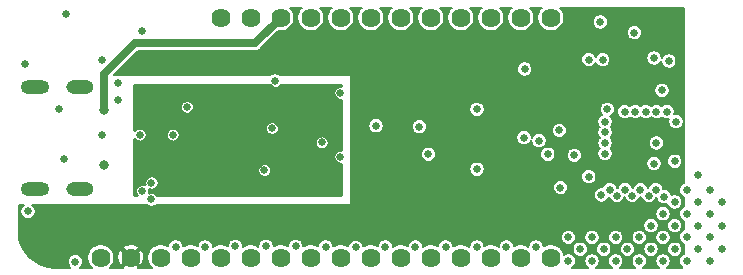
<source format=gbr>
%TF.GenerationSoftware,KiCad,Pcbnew,(5.1.9)-1*%
%TF.CreationDate,2021-04-07T15:03:24-04:00*%
%TF.ProjectId,Finch-Feather,46696e63-682d-4466-9561-746865722e6b,rev?*%
%TF.SameCoordinates,Original*%
%TF.FileFunction,Copper,L3,Inr*%
%TF.FilePolarity,Positive*%
%FSLAX46Y46*%
G04 Gerber Fmt 4.6, Leading zero omitted, Abs format (unit mm)*
G04 Created by KiCad (PCBNEW (5.1.9)-1) date 2021-04-07 15:03:24*
%MOMM*%
%LPD*%
G01*
G04 APERTURE LIST*
%TA.AperFunction,ComponentPad*%
%ADD10C,1.620000*%
%TD*%
%TA.AperFunction,ComponentPad*%
%ADD11O,2.400000X1.200000*%
%TD*%
%TA.AperFunction,ComponentPad*%
%ADD12O,2.316000X1.158000*%
%TD*%
%TA.AperFunction,ViaPad*%
%ADD13C,0.635000*%
%TD*%
%TA.AperFunction,ViaPad*%
%ADD14C,0.800000*%
%TD*%
%TA.AperFunction,Conductor*%
%ADD15C,0.635000*%
%TD*%
%TA.AperFunction,Conductor*%
%ADD16C,0.152400*%
%TD*%
%TA.AperFunction,Conductor*%
%ADD17C,0.100000*%
%TD*%
%TA.AperFunction,Conductor*%
%ADD18C,0.254000*%
%TD*%
G04 APERTURE END LIST*
D10*
%TO.N,/PH0*%
%TO.C,T2*%
X165000000Y-89840000D03*
%TO.N,/PH1*%
X162460000Y-89840000D03*
%TO.N,/PD14*%
X159920000Y-89840000D03*
%TO.N,/PE1*%
X157380000Y-89840000D03*
%TO.N,/PD13*%
X154840000Y-89840000D03*
%TO.N,/PD12*%
X152300000Y-89840000D03*
%TO.N,/PB7*%
X149760000Y-89840000D03*
%TO.N,/PB5*%
X147220000Y-89840000D03*
%TO.N,/PB4*%
X144680000Y-89840000D03*
%TO.N,VBUS*%
X142140000Y-89840000D03*
%TO.N,/ENABLE*%
X139600000Y-89840000D03*
%TO.N,/VBAT*%
X137060000Y-89840000D03*
%TD*%
%TO.N,/PE4*%
%TO.C,T4*%
X165000000Y-110160000D03*
%TO.N,/PB12*%
X162460000Y-110160000D03*
%TO.N,/PC13*%
X159920000Y-110160000D03*
%TO.N,/PB6*%
X157380000Y-110160000D03*
%TO.N,/PB15*%
X154840000Y-110160000D03*
%TO.N,/PB14*%
X152300000Y-110160000D03*
%TO.N,/PC6*%
X149760000Y-110160000D03*
%TO.N,/PB13*%
X147220000Y-110160000D03*
%TO.N,/PD1*%
X144680000Y-110160000D03*
%TO.N,/PC9*%
X142140000Y-110160000D03*
%TO.N,/PD2*%
X139600000Y-110160000D03*
%TO.N,/PD7*%
X137060000Y-110160000D03*
%TO.N,GND*%
X134520000Y-110160000D03*
%TO.N,Net-(T4-Pad3)*%
X131980000Y-110160000D03*
%TO.N,+3V3*%
X129440000Y-110160000D03*
%TO.N,/NRST*%
X126900000Y-110160000D03*
%TD*%
D11*
%TO.N,Net-(L1-Pad2)*%
%TO.C,T3*%
X121300000Y-104320000D03*
X121300000Y-95680000D03*
D12*
X125125000Y-104320000D03*
X125125000Y-95680000D03*
%TD*%
D13*
%TO.N,GND*%
X133250000Y-109250000D03*
X135750000Y-109250000D03*
%TO.N,/NRST*%
X162800000Y-94200000D03*
%TO.N,GND*%
X170500000Y-108450000D03*
X168500000Y-108450000D03*
X166500000Y-108450000D03*
X178500000Y-108400000D03*
X176500000Y-108400000D03*
X174500000Y-108450000D03*
X172500000Y-108450000D03*
X173500000Y-107450000D03*
X175500000Y-107450000D03*
X177500000Y-107450000D03*
X179500000Y-107450000D03*
X178500000Y-106450000D03*
X176500000Y-106450000D03*
X174500000Y-106450000D03*
X175500000Y-105450000D03*
X176500000Y-104450000D03*
X177500000Y-105450000D03*
X178500000Y-104450000D03*
X179500000Y-105450000D03*
X151000000Y-109250000D03*
X153550000Y-109250000D03*
X156100000Y-109250000D03*
X145950000Y-109250000D03*
X143400000Y-109200000D03*
X138300000Y-109200000D03*
X148500000Y-109300000D03*
X134200000Y-97400000D03*
X128400000Y-96800000D03*
X127000000Y-93400000D03*
X128400000Y-95400000D03*
X130400000Y-91000000D03*
X150200000Y-99000000D03*
X147200000Y-96200000D03*
X141680000Y-95200000D03*
X141400000Y-99200000D03*
X130400000Y-104500000D03*
X131200000Y-103800000D03*
X127000000Y-99750000D03*
X173950000Y-100450000D03*
X169200000Y-90200000D03*
X168225000Y-103306410D03*
X123800000Y-101800000D03*
X123400000Y-97600000D03*
X145600000Y-100393590D03*
X169800000Y-97600000D03*
X175600000Y-98650000D03*
X169400000Y-93400000D03*
X168213100Y-93386900D03*
X165828797Y-104228797D03*
X153882964Y-99083000D03*
X131200000Y-105200000D03*
X172083006Y-91117054D03*
X140900000Y-109200000D03*
X167500000Y-109450000D03*
X171500000Y-109450000D03*
X169500000Y-109450000D03*
X168500000Y-110450000D03*
X170500000Y-110450000D03*
X173500000Y-109450000D03*
X172500000Y-110450000D03*
X174500000Y-110450000D03*
X166500000Y-110450000D03*
X175500000Y-109450000D03*
X176500000Y-110450000D03*
X177500000Y-109450000D03*
X178500000Y-110450000D03*
X179500000Y-109450000D03*
X175500000Y-102000000D03*
X154650000Y-101400000D03*
X158750000Y-97599982D03*
X164750000Y-101408010D03*
X140749994Y-102750000D03*
X177474994Y-103175000D03*
X173750000Y-93250000D03*
X175000000Y-93500000D03*
X174425000Y-96000000D03*
X120500000Y-93750000D03*
X120750000Y-106250000D03*
X124000000Y-89500000D03*
X124750000Y-110500000D03*
X158750000Y-109250000D03*
X161250000Y-109250000D03*
X163750000Y-109250000D03*
%TO.N,+3V3*%
X170825000Y-93400000D03*
X167200000Y-103400000D03*
X175800000Y-95483000D03*
X153800071Y-98049999D03*
X154650000Y-102670000D03*
X164669914Y-102670000D03*
X164900000Y-97216590D03*
X164750014Y-99393032D03*
X172750002Y-94750000D03*
%TO.N,/JTAG_JTDI*%
X167000000Y-101500000D03*
X165733683Y-99393032D03*
%TO.N,/JTAG_SWDIO*%
X158750000Y-102670000D03*
X163999990Y-100258010D03*
%TO.N,/JTAG_JTDO*%
X162750000Y-100000000D03*
X173750000Y-102200000D03*
%TO.N,/PE4*%
X174600000Y-105000000D03*
%TO.N,/PB14*%
X171300000Y-104400000D03*
%TO.N,/PB15*%
X171900000Y-104900000D03*
%TO.N,/PB6*%
X172600000Y-104400000D03*
%TO.N,/PC13*%
X173300000Y-104900000D03*
%TO.N,/PB12*%
X173900000Y-104400000D03*
%TO.N,/PD1*%
X169300000Y-104866590D03*
%TO.N,/PB13*%
X170000000Y-104400000D03*
%TO.N,/PC6*%
X170600000Y-104900000D03*
%TO.N,/PD12*%
X169600000Y-98650000D03*
%TO.N,/PD13*%
X171250000Y-97800000D03*
%TO.N,/PE1*%
X172150000Y-97800000D03*
%TO.N,/PD14*%
X173050000Y-97800000D03*
%TO.N,/PH1*%
X173950000Y-97800000D03*
%TO.N,/PH0*%
X174850000Y-97800000D03*
%TO.N,VCC*%
X140450000Y-101600000D03*
X144200000Y-100600000D03*
X137800000Y-101400000D03*
X132800000Y-102400000D03*
X145600000Y-97000000D03*
%TO.N,VBUS*%
X133000000Y-99750000D03*
D14*
X127150000Y-97650000D03*
X127150000Y-102350000D03*
D13*
X130200000Y-99750000D03*
%TO.N,/ENABLE*%
X147200000Y-101600000D03*
%TO.N,/PD7*%
X169600000Y-99550000D03*
%TO.N,/PC9*%
X169600000Y-101350000D03*
%TO.N,/PD2*%
X169600000Y-100450000D03*
%TD*%
D15*
%TO.N,VBUS*%
X127150000Y-97650000D02*
X127150000Y-94650000D01*
X127150000Y-94650000D02*
X129800000Y-92000000D01*
X139980000Y-92000000D02*
X142140000Y-89840000D01*
X129800000Y-92000000D02*
X139980000Y-92000000D01*
%TD*%
D16*
%TO.N,+3V3*%
X176323800Y-103824659D02*
X176311073Y-103827191D01*
X176193199Y-103876016D01*
X176087115Y-103946899D01*
X175996899Y-104037115D01*
X175926016Y-104143199D01*
X175877191Y-104261073D01*
X175852300Y-104386207D01*
X175852300Y-104513793D01*
X175877191Y-104638927D01*
X175926016Y-104756801D01*
X175996899Y-104862885D01*
X176087115Y-104953101D01*
X176193199Y-105023984D01*
X176311073Y-105072809D01*
X176323800Y-105075341D01*
X176323800Y-105824659D01*
X176311073Y-105827191D01*
X176193199Y-105876016D01*
X176087115Y-105946899D01*
X175996899Y-106037115D01*
X175926016Y-106143199D01*
X175877191Y-106261073D01*
X175852300Y-106386207D01*
X175852300Y-106513793D01*
X175877191Y-106638927D01*
X175926016Y-106756801D01*
X175996899Y-106862885D01*
X176087115Y-106953101D01*
X176193199Y-107023984D01*
X176311073Y-107072809D01*
X176323800Y-107075341D01*
X176323800Y-107774659D01*
X176311073Y-107777191D01*
X176193199Y-107826016D01*
X176087115Y-107896899D01*
X175996899Y-107987115D01*
X175926016Y-108093199D01*
X175877191Y-108211073D01*
X175852300Y-108336207D01*
X175852300Y-108463793D01*
X175877191Y-108588927D01*
X175926016Y-108706801D01*
X175996899Y-108812885D01*
X176087115Y-108903101D01*
X176193199Y-108973984D01*
X176311073Y-109022809D01*
X176323800Y-109025341D01*
X176323800Y-109824659D01*
X176311073Y-109827191D01*
X176193199Y-109876016D01*
X176087115Y-109946899D01*
X175996899Y-110037115D01*
X175926016Y-110143199D01*
X175877191Y-110261073D01*
X175852300Y-110386207D01*
X175852300Y-110513793D01*
X175877191Y-110638927D01*
X175926016Y-110756801D01*
X175996899Y-110862885D01*
X176087115Y-110953101D01*
X176157005Y-110999800D01*
X174842995Y-110999800D01*
X174912885Y-110953101D01*
X175003101Y-110862885D01*
X175073984Y-110756801D01*
X175122809Y-110638927D01*
X175147700Y-110513793D01*
X175147700Y-110386207D01*
X175122809Y-110261073D01*
X175073984Y-110143199D01*
X175003101Y-110037115D01*
X174912885Y-109946899D01*
X174806801Y-109876016D01*
X174688927Y-109827191D01*
X174563793Y-109802300D01*
X174436207Y-109802300D01*
X174311073Y-109827191D01*
X174193199Y-109876016D01*
X174087115Y-109946899D01*
X173996899Y-110037115D01*
X173926016Y-110143199D01*
X173877191Y-110261073D01*
X173852300Y-110386207D01*
X173852300Y-110513793D01*
X173877191Y-110638927D01*
X173926016Y-110756801D01*
X173996899Y-110862885D01*
X174087115Y-110953101D01*
X174157005Y-110999800D01*
X172842995Y-110999800D01*
X172912885Y-110953101D01*
X173003101Y-110862885D01*
X173073984Y-110756801D01*
X173122809Y-110638927D01*
X173147700Y-110513793D01*
X173147700Y-110386207D01*
X173122809Y-110261073D01*
X173073984Y-110143199D01*
X173003101Y-110037115D01*
X172912885Y-109946899D01*
X172806801Y-109876016D01*
X172688927Y-109827191D01*
X172563793Y-109802300D01*
X172436207Y-109802300D01*
X172311073Y-109827191D01*
X172193199Y-109876016D01*
X172087115Y-109946899D01*
X171996899Y-110037115D01*
X171926016Y-110143199D01*
X171877191Y-110261073D01*
X171852300Y-110386207D01*
X171852300Y-110513793D01*
X171877191Y-110638927D01*
X171926016Y-110756801D01*
X171996899Y-110862885D01*
X172087115Y-110953101D01*
X172157005Y-110999800D01*
X170842995Y-110999800D01*
X170912885Y-110953101D01*
X171003101Y-110862885D01*
X171073984Y-110756801D01*
X171122809Y-110638927D01*
X171147700Y-110513793D01*
X171147700Y-110386207D01*
X171122809Y-110261073D01*
X171073984Y-110143199D01*
X171003101Y-110037115D01*
X170912885Y-109946899D01*
X170806801Y-109876016D01*
X170688927Y-109827191D01*
X170563793Y-109802300D01*
X170436207Y-109802300D01*
X170311073Y-109827191D01*
X170193199Y-109876016D01*
X170087115Y-109946899D01*
X169996899Y-110037115D01*
X169926016Y-110143199D01*
X169877191Y-110261073D01*
X169852300Y-110386207D01*
X169852300Y-110513793D01*
X169877191Y-110638927D01*
X169926016Y-110756801D01*
X169996899Y-110862885D01*
X170087115Y-110953101D01*
X170157005Y-110999800D01*
X168842995Y-110999800D01*
X168912885Y-110953101D01*
X169003101Y-110862885D01*
X169073984Y-110756801D01*
X169122809Y-110638927D01*
X169147700Y-110513793D01*
X169147700Y-110386207D01*
X169122809Y-110261073D01*
X169073984Y-110143199D01*
X169003101Y-110037115D01*
X168912885Y-109946899D01*
X168806801Y-109876016D01*
X168688927Y-109827191D01*
X168563793Y-109802300D01*
X168436207Y-109802300D01*
X168311073Y-109827191D01*
X168193199Y-109876016D01*
X168087115Y-109946899D01*
X167996899Y-110037115D01*
X167926016Y-110143199D01*
X167877191Y-110261073D01*
X167852300Y-110386207D01*
X167852300Y-110513793D01*
X167877191Y-110638927D01*
X167926016Y-110756801D01*
X167996899Y-110862885D01*
X168087115Y-110953101D01*
X168157005Y-110999800D01*
X166842995Y-110999800D01*
X166912885Y-110953101D01*
X167003101Y-110862885D01*
X167073984Y-110756801D01*
X167122809Y-110638927D01*
X167147700Y-110513793D01*
X167147700Y-110386207D01*
X167122809Y-110261073D01*
X167073984Y-110143199D01*
X167003101Y-110037115D01*
X166912885Y-109946899D01*
X166806801Y-109876016D01*
X166688927Y-109827191D01*
X166563793Y-109802300D01*
X166436207Y-109802300D01*
X166311073Y-109827191D01*
X166193199Y-109876016D01*
X166116274Y-109927416D01*
X166096383Y-109827416D01*
X166010432Y-109619913D01*
X165885651Y-109433165D01*
X165838693Y-109386207D01*
X166852300Y-109386207D01*
X166852300Y-109513793D01*
X166877191Y-109638927D01*
X166926016Y-109756801D01*
X166996899Y-109862885D01*
X167087115Y-109953101D01*
X167193199Y-110023984D01*
X167311073Y-110072809D01*
X167436207Y-110097700D01*
X167563793Y-110097700D01*
X167688927Y-110072809D01*
X167806801Y-110023984D01*
X167912885Y-109953101D01*
X168003101Y-109862885D01*
X168073984Y-109756801D01*
X168122809Y-109638927D01*
X168147700Y-109513793D01*
X168147700Y-109386207D01*
X168852300Y-109386207D01*
X168852300Y-109513793D01*
X168877191Y-109638927D01*
X168926016Y-109756801D01*
X168996899Y-109862885D01*
X169087115Y-109953101D01*
X169193199Y-110023984D01*
X169311073Y-110072809D01*
X169436207Y-110097700D01*
X169563793Y-110097700D01*
X169688927Y-110072809D01*
X169806801Y-110023984D01*
X169912885Y-109953101D01*
X170003101Y-109862885D01*
X170073984Y-109756801D01*
X170122809Y-109638927D01*
X170147700Y-109513793D01*
X170147700Y-109386207D01*
X170852300Y-109386207D01*
X170852300Y-109513793D01*
X170877191Y-109638927D01*
X170926016Y-109756801D01*
X170996899Y-109862885D01*
X171087115Y-109953101D01*
X171193199Y-110023984D01*
X171311073Y-110072809D01*
X171436207Y-110097700D01*
X171563793Y-110097700D01*
X171688927Y-110072809D01*
X171806801Y-110023984D01*
X171912885Y-109953101D01*
X172003101Y-109862885D01*
X172073984Y-109756801D01*
X172122809Y-109638927D01*
X172147700Y-109513793D01*
X172147700Y-109386207D01*
X172852300Y-109386207D01*
X172852300Y-109513793D01*
X172877191Y-109638927D01*
X172926016Y-109756801D01*
X172996899Y-109862885D01*
X173087115Y-109953101D01*
X173193199Y-110023984D01*
X173311073Y-110072809D01*
X173436207Y-110097700D01*
X173563793Y-110097700D01*
X173688927Y-110072809D01*
X173806801Y-110023984D01*
X173912885Y-109953101D01*
X174003101Y-109862885D01*
X174073984Y-109756801D01*
X174122809Y-109638927D01*
X174147700Y-109513793D01*
X174147700Y-109386207D01*
X174852300Y-109386207D01*
X174852300Y-109513793D01*
X174877191Y-109638927D01*
X174926016Y-109756801D01*
X174996899Y-109862885D01*
X175087115Y-109953101D01*
X175193199Y-110023984D01*
X175311073Y-110072809D01*
X175436207Y-110097700D01*
X175563793Y-110097700D01*
X175688927Y-110072809D01*
X175806801Y-110023984D01*
X175912885Y-109953101D01*
X176003101Y-109862885D01*
X176073984Y-109756801D01*
X176122809Y-109638927D01*
X176147700Y-109513793D01*
X176147700Y-109386207D01*
X176122809Y-109261073D01*
X176073984Y-109143199D01*
X176003101Y-109037115D01*
X175912885Y-108946899D01*
X175806801Y-108876016D01*
X175688927Y-108827191D01*
X175563793Y-108802300D01*
X175436207Y-108802300D01*
X175311073Y-108827191D01*
X175193199Y-108876016D01*
X175087115Y-108946899D01*
X174996899Y-109037115D01*
X174926016Y-109143199D01*
X174877191Y-109261073D01*
X174852300Y-109386207D01*
X174147700Y-109386207D01*
X174122809Y-109261073D01*
X174073984Y-109143199D01*
X174003101Y-109037115D01*
X173912885Y-108946899D01*
X173806801Y-108876016D01*
X173688927Y-108827191D01*
X173563793Y-108802300D01*
X173436207Y-108802300D01*
X173311073Y-108827191D01*
X173193199Y-108876016D01*
X173087115Y-108946899D01*
X172996899Y-109037115D01*
X172926016Y-109143199D01*
X172877191Y-109261073D01*
X172852300Y-109386207D01*
X172147700Y-109386207D01*
X172122809Y-109261073D01*
X172073984Y-109143199D01*
X172003101Y-109037115D01*
X171912885Y-108946899D01*
X171806801Y-108876016D01*
X171688927Y-108827191D01*
X171563793Y-108802300D01*
X171436207Y-108802300D01*
X171311073Y-108827191D01*
X171193199Y-108876016D01*
X171087115Y-108946899D01*
X170996899Y-109037115D01*
X170926016Y-109143199D01*
X170877191Y-109261073D01*
X170852300Y-109386207D01*
X170147700Y-109386207D01*
X170122809Y-109261073D01*
X170073984Y-109143199D01*
X170003101Y-109037115D01*
X169912885Y-108946899D01*
X169806801Y-108876016D01*
X169688927Y-108827191D01*
X169563793Y-108802300D01*
X169436207Y-108802300D01*
X169311073Y-108827191D01*
X169193199Y-108876016D01*
X169087115Y-108946899D01*
X168996899Y-109037115D01*
X168926016Y-109143199D01*
X168877191Y-109261073D01*
X168852300Y-109386207D01*
X168147700Y-109386207D01*
X168122809Y-109261073D01*
X168073984Y-109143199D01*
X168003101Y-109037115D01*
X167912885Y-108946899D01*
X167806801Y-108876016D01*
X167688927Y-108827191D01*
X167563793Y-108802300D01*
X167436207Y-108802300D01*
X167311073Y-108827191D01*
X167193199Y-108876016D01*
X167087115Y-108946899D01*
X166996899Y-109037115D01*
X166926016Y-109143199D01*
X166877191Y-109261073D01*
X166852300Y-109386207D01*
X165838693Y-109386207D01*
X165726835Y-109274349D01*
X165540087Y-109149568D01*
X165332584Y-109063617D01*
X165112300Y-109019800D01*
X164887700Y-109019800D01*
X164667416Y-109063617D01*
X164459913Y-109149568D01*
X164397700Y-109191137D01*
X164397700Y-109186207D01*
X164372809Y-109061073D01*
X164323984Y-108943199D01*
X164253101Y-108837115D01*
X164162885Y-108746899D01*
X164056801Y-108676016D01*
X163938927Y-108627191D01*
X163813793Y-108602300D01*
X163686207Y-108602300D01*
X163561073Y-108627191D01*
X163443199Y-108676016D01*
X163337115Y-108746899D01*
X163246899Y-108837115D01*
X163176016Y-108943199D01*
X163127191Y-109061073D01*
X163102300Y-109186207D01*
X163102300Y-109217865D01*
X163000087Y-109149568D01*
X162792584Y-109063617D01*
X162572300Y-109019800D01*
X162347700Y-109019800D01*
X162127416Y-109063617D01*
X161919913Y-109149568D01*
X161893873Y-109166967D01*
X161872809Y-109061073D01*
X161823984Y-108943199D01*
X161753101Y-108837115D01*
X161662885Y-108746899D01*
X161556801Y-108676016D01*
X161438927Y-108627191D01*
X161313793Y-108602300D01*
X161186207Y-108602300D01*
X161061073Y-108627191D01*
X160943199Y-108676016D01*
X160837115Y-108746899D01*
X160746899Y-108837115D01*
X160676016Y-108943199D01*
X160627191Y-109061073D01*
X160602300Y-109186207D01*
X160602300Y-109244592D01*
X160460087Y-109149568D01*
X160252584Y-109063617D01*
X160032300Y-109019800D01*
X159807700Y-109019800D01*
X159587416Y-109063617D01*
X159389613Y-109145550D01*
X159372809Y-109061073D01*
X159323984Y-108943199D01*
X159253101Y-108837115D01*
X159162885Y-108746899D01*
X159056801Y-108676016D01*
X158938927Y-108627191D01*
X158813793Y-108602300D01*
X158686207Y-108602300D01*
X158561073Y-108627191D01*
X158443199Y-108676016D01*
X158337115Y-108746899D01*
X158246899Y-108837115D01*
X158176016Y-108943199D01*
X158127191Y-109061073D01*
X158102300Y-109186207D01*
X158102300Y-109271319D01*
X157920087Y-109149568D01*
X157712584Y-109063617D01*
X157492300Y-109019800D01*
X157267700Y-109019800D01*
X157047416Y-109063617D01*
X156839913Y-109149568D01*
X156747700Y-109211183D01*
X156747700Y-109186207D01*
X156722809Y-109061073D01*
X156673984Y-108943199D01*
X156603101Y-108837115D01*
X156512885Y-108746899D01*
X156406801Y-108676016D01*
X156288927Y-108627191D01*
X156163793Y-108602300D01*
X156036207Y-108602300D01*
X155911073Y-108627191D01*
X155793199Y-108676016D01*
X155687115Y-108746899D01*
X155596899Y-108837115D01*
X155526016Y-108943199D01*
X155477191Y-109061073D01*
X155452300Y-109186207D01*
X155452300Y-109197819D01*
X155380087Y-109149568D01*
X155172584Y-109063617D01*
X154952300Y-109019800D01*
X154727700Y-109019800D01*
X154507416Y-109063617D01*
X154299913Y-109149568D01*
X154197700Y-109217865D01*
X154197700Y-109186207D01*
X154172809Y-109061073D01*
X154123984Y-108943199D01*
X154053101Y-108837115D01*
X153962885Y-108746899D01*
X153856801Y-108676016D01*
X153738927Y-108627191D01*
X153613793Y-108602300D01*
X153486207Y-108602300D01*
X153361073Y-108627191D01*
X153243199Y-108676016D01*
X153137115Y-108746899D01*
X153046899Y-108837115D01*
X152976016Y-108943199D01*
X152927191Y-109061073D01*
X152902300Y-109186207D01*
X152902300Y-109191137D01*
X152840087Y-109149568D01*
X152632584Y-109063617D01*
X152412300Y-109019800D01*
X152187700Y-109019800D01*
X151967416Y-109063617D01*
X151759913Y-109149568D01*
X151647700Y-109224546D01*
X151647700Y-109186207D01*
X151622809Y-109061073D01*
X151573984Y-108943199D01*
X151503101Y-108837115D01*
X151412885Y-108746899D01*
X151306801Y-108676016D01*
X151188927Y-108627191D01*
X151063793Y-108602300D01*
X150936207Y-108602300D01*
X150811073Y-108627191D01*
X150693199Y-108676016D01*
X150587115Y-108746899D01*
X150496899Y-108837115D01*
X150426016Y-108943199D01*
X150377191Y-109061073D01*
X150352608Y-109184661D01*
X150300087Y-109149568D01*
X150092584Y-109063617D01*
X149872300Y-109019800D01*
X149647700Y-109019800D01*
X149427416Y-109063617D01*
X149219913Y-109149568D01*
X149140960Y-109202323D01*
X149122809Y-109111073D01*
X149073984Y-108993199D01*
X149003101Y-108887115D01*
X148912885Y-108796899D01*
X148806801Y-108726016D01*
X148688927Y-108677191D01*
X148563793Y-108652300D01*
X148436207Y-108652300D01*
X148311073Y-108677191D01*
X148193199Y-108726016D01*
X148087115Y-108796899D01*
X147996899Y-108887115D01*
X147926016Y-108993199D01*
X147877191Y-109111073D01*
X147856694Y-109214119D01*
X147760087Y-109149568D01*
X147552584Y-109063617D01*
X147332300Y-109019800D01*
X147107700Y-109019800D01*
X146887416Y-109063617D01*
X146679913Y-109149568D01*
X146597700Y-109204501D01*
X146597700Y-109186207D01*
X146572809Y-109061073D01*
X146523984Y-108943199D01*
X146453101Y-108837115D01*
X146362885Y-108746899D01*
X146256801Y-108676016D01*
X146138927Y-108627191D01*
X146013793Y-108602300D01*
X145886207Y-108602300D01*
X145761073Y-108627191D01*
X145643199Y-108676016D01*
X145537115Y-108746899D01*
X145446899Y-108837115D01*
X145376016Y-108943199D01*
X145327191Y-109061073D01*
X145302300Y-109186207D01*
X145302300Y-109204501D01*
X145220087Y-109149568D01*
X145012584Y-109063617D01*
X144792300Y-109019800D01*
X144567700Y-109019800D01*
X144347416Y-109063617D01*
X144139913Y-109149568D01*
X144047700Y-109211183D01*
X144047700Y-109136207D01*
X144022809Y-109011073D01*
X143973984Y-108893199D01*
X143903101Y-108787115D01*
X143812885Y-108696899D01*
X143706801Y-108626016D01*
X143588927Y-108577191D01*
X143463793Y-108552300D01*
X143336207Y-108552300D01*
X143211073Y-108577191D01*
X143093199Y-108626016D01*
X142987115Y-108696899D01*
X142896899Y-108787115D01*
X142826016Y-108893199D01*
X142777191Y-109011073D01*
X142752300Y-109136207D01*
X142752300Y-109197819D01*
X142680087Y-109149568D01*
X142472584Y-109063617D01*
X142252300Y-109019800D01*
X142027700Y-109019800D01*
X141807416Y-109063617D01*
X141599913Y-109149568D01*
X141547700Y-109184456D01*
X141547700Y-109136207D01*
X141522809Y-109011073D01*
X141473984Y-108893199D01*
X141403101Y-108787115D01*
X141312885Y-108696899D01*
X141206801Y-108626016D01*
X141088927Y-108577191D01*
X140963793Y-108552300D01*
X140836207Y-108552300D01*
X140711073Y-108577191D01*
X140593199Y-108626016D01*
X140487115Y-108696899D01*
X140396899Y-108787115D01*
X140326016Y-108893199D01*
X140277191Y-109011073D01*
X140252300Y-109136207D01*
X140252300Y-109224546D01*
X140140087Y-109149568D01*
X139932584Y-109063617D01*
X139712300Y-109019800D01*
X139487700Y-109019800D01*
X139267416Y-109063617D01*
X139059913Y-109149568D01*
X138947700Y-109224546D01*
X138947700Y-109136207D01*
X138922809Y-109011073D01*
X138873984Y-108893199D01*
X138803101Y-108787115D01*
X138712885Y-108696899D01*
X138606801Y-108626016D01*
X138488927Y-108577191D01*
X138363793Y-108552300D01*
X138236207Y-108552300D01*
X138111073Y-108577191D01*
X137993199Y-108626016D01*
X137887115Y-108696899D01*
X137796899Y-108787115D01*
X137726016Y-108893199D01*
X137677191Y-109011073D01*
X137652300Y-109136207D01*
X137652300Y-109184456D01*
X137600087Y-109149568D01*
X137392584Y-109063617D01*
X137172300Y-109019800D01*
X136947700Y-109019800D01*
X136727416Y-109063617D01*
X136519913Y-109149568D01*
X136397700Y-109231228D01*
X136397700Y-109186207D01*
X136372809Y-109061073D01*
X136323984Y-108943199D01*
X136253101Y-108837115D01*
X136162885Y-108746899D01*
X136056801Y-108676016D01*
X135938927Y-108627191D01*
X135813793Y-108602300D01*
X135686207Y-108602300D01*
X135561073Y-108627191D01*
X135443199Y-108676016D01*
X135337115Y-108746899D01*
X135246899Y-108837115D01*
X135176016Y-108943199D01*
X135127191Y-109061073D01*
X135103781Y-109178763D01*
X135060087Y-109149568D01*
X134852584Y-109063617D01*
X134632300Y-109019800D01*
X134407700Y-109019800D01*
X134187416Y-109063617D01*
X133979913Y-109149568D01*
X133897700Y-109204501D01*
X133897700Y-109186207D01*
X133872809Y-109061073D01*
X133823984Y-108943199D01*
X133753101Y-108837115D01*
X133662885Y-108746899D01*
X133556801Y-108676016D01*
X133438927Y-108627191D01*
X133313793Y-108602300D01*
X133186207Y-108602300D01*
X133061073Y-108627191D01*
X132943199Y-108676016D01*
X132837115Y-108746899D01*
X132746899Y-108837115D01*
X132676016Y-108943199D01*
X132627191Y-109061073D01*
X132602300Y-109186207D01*
X132602300Y-109204501D01*
X132520087Y-109149568D01*
X132312584Y-109063617D01*
X132092300Y-109019800D01*
X131867700Y-109019800D01*
X131647416Y-109063617D01*
X131439913Y-109149568D01*
X131253165Y-109274349D01*
X131094349Y-109433165D01*
X130969568Y-109619913D01*
X130883617Y-109827416D01*
X130839800Y-110047700D01*
X130839800Y-110272300D01*
X130883617Y-110492584D01*
X130969568Y-110700087D01*
X131094349Y-110886835D01*
X131207314Y-110999800D01*
X130100211Y-110999800D01*
X130106593Y-110988238D01*
X129440000Y-110321645D01*
X128773407Y-110988238D01*
X128779789Y-110999800D01*
X127672686Y-110999800D01*
X127785651Y-110886835D01*
X127910432Y-110700087D01*
X127996383Y-110492584D01*
X128040200Y-110272300D01*
X128040200Y-110229456D01*
X128296391Y-110229456D01*
X128331915Y-110451228D01*
X128410022Y-110661809D01*
X128450536Y-110737605D01*
X128611762Y-110826593D01*
X129278355Y-110160000D01*
X129601645Y-110160000D01*
X130268238Y-110826593D01*
X130429464Y-110737605D01*
X130523137Y-110533472D01*
X130575186Y-110314986D01*
X130583609Y-110090544D01*
X130548085Y-109868772D01*
X130469978Y-109658191D01*
X130429464Y-109582395D01*
X130268238Y-109493407D01*
X129601645Y-110160000D01*
X129278355Y-110160000D01*
X128611762Y-109493407D01*
X128450536Y-109582395D01*
X128356863Y-109786528D01*
X128304814Y-110005014D01*
X128296391Y-110229456D01*
X128040200Y-110229456D01*
X128040200Y-110047700D01*
X127996383Y-109827416D01*
X127910432Y-109619913D01*
X127785651Y-109433165D01*
X127684248Y-109331762D01*
X128773407Y-109331762D01*
X129440000Y-109998355D01*
X130106593Y-109331762D01*
X130017605Y-109170536D01*
X129813472Y-109076863D01*
X129594986Y-109024814D01*
X129370544Y-109016391D01*
X129148772Y-109051915D01*
X128938191Y-109130022D01*
X128862395Y-109170536D01*
X128773407Y-109331762D01*
X127684248Y-109331762D01*
X127626835Y-109274349D01*
X127440087Y-109149568D01*
X127232584Y-109063617D01*
X127012300Y-109019800D01*
X126787700Y-109019800D01*
X126567416Y-109063617D01*
X126359913Y-109149568D01*
X126173165Y-109274349D01*
X126014349Y-109433165D01*
X125889568Y-109619913D01*
X125803617Y-109827416D01*
X125759800Y-110047700D01*
X125759800Y-110272300D01*
X125803617Y-110492584D01*
X125889568Y-110700087D01*
X126014349Y-110886835D01*
X126127314Y-110999800D01*
X125166186Y-110999800D01*
X125253101Y-110912885D01*
X125323984Y-110806801D01*
X125372809Y-110688927D01*
X125397700Y-110563793D01*
X125397700Y-110436207D01*
X125372809Y-110311073D01*
X125323984Y-110193199D01*
X125253101Y-110087115D01*
X125162885Y-109996899D01*
X125056801Y-109926016D01*
X124938927Y-109877191D01*
X124813793Y-109852300D01*
X124686207Y-109852300D01*
X124561073Y-109877191D01*
X124443199Y-109926016D01*
X124337115Y-109996899D01*
X124246899Y-110087115D01*
X124176016Y-110193199D01*
X124127191Y-110311073D01*
X124102300Y-110436207D01*
X124102300Y-110563793D01*
X124127191Y-110688927D01*
X124176016Y-110806801D01*
X124246899Y-110912885D01*
X124333814Y-110999800D01*
X123041032Y-110999800D01*
X122424140Y-110939313D01*
X121850976Y-110766265D01*
X121322339Y-110485183D01*
X120858369Y-110106778D01*
X120476731Y-109645458D01*
X120191966Y-109118796D01*
X120014920Y-108546853D01*
X119998036Y-108386207D01*
X165852300Y-108386207D01*
X165852300Y-108513793D01*
X165877191Y-108638927D01*
X165926016Y-108756801D01*
X165996899Y-108862885D01*
X166087115Y-108953101D01*
X166193199Y-109023984D01*
X166311073Y-109072809D01*
X166436207Y-109097700D01*
X166563793Y-109097700D01*
X166688927Y-109072809D01*
X166806801Y-109023984D01*
X166912885Y-108953101D01*
X167003101Y-108862885D01*
X167073984Y-108756801D01*
X167122809Y-108638927D01*
X167147700Y-108513793D01*
X167147700Y-108386207D01*
X167852300Y-108386207D01*
X167852300Y-108513793D01*
X167877191Y-108638927D01*
X167926016Y-108756801D01*
X167996899Y-108862885D01*
X168087115Y-108953101D01*
X168193199Y-109023984D01*
X168311073Y-109072809D01*
X168436207Y-109097700D01*
X168563793Y-109097700D01*
X168688927Y-109072809D01*
X168806801Y-109023984D01*
X168912885Y-108953101D01*
X169003101Y-108862885D01*
X169073984Y-108756801D01*
X169122809Y-108638927D01*
X169147700Y-108513793D01*
X169147700Y-108386207D01*
X169852300Y-108386207D01*
X169852300Y-108513793D01*
X169877191Y-108638927D01*
X169926016Y-108756801D01*
X169996899Y-108862885D01*
X170087115Y-108953101D01*
X170193199Y-109023984D01*
X170311073Y-109072809D01*
X170436207Y-109097700D01*
X170563793Y-109097700D01*
X170688927Y-109072809D01*
X170806801Y-109023984D01*
X170912885Y-108953101D01*
X171003101Y-108862885D01*
X171073984Y-108756801D01*
X171122809Y-108638927D01*
X171147700Y-108513793D01*
X171147700Y-108386207D01*
X171852300Y-108386207D01*
X171852300Y-108513793D01*
X171877191Y-108638927D01*
X171926016Y-108756801D01*
X171996899Y-108862885D01*
X172087115Y-108953101D01*
X172193199Y-109023984D01*
X172311073Y-109072809D01*
X172436207Y-109097700D01*
X172563793Y-109097700D01*
X172688927Y-109072809D01*
X172806801Y-109023984D01*
X172912885Y-108953101D01*
X173003101Y-108862885D01*
X173073984Y-108756801D01*
X173122809Y-108638927D01*
X173147700Y-108513793D01*
X173147700Y-108386207D01*
X173852300Y-108386207D01*
X173852300Y-108513793D01*
X173877191Y-108638927D01*
X173926016Y-108756801D01*
X173996899Y-108862885D01*
X174087115Y-108953101D01*
X174193199Y-109023984D01*
X174311073Y-109072809D01*
X174436207Y-109097700D01*
X174563793Y-109097700D01*
X174688927Y-109072809D01*
X174806801Y-109023984D01*
X174912885Y-108953101D01*
X175003101Y-108862885D01*
X175073984Y-108756801D01*
X175122809Y-108638927D01*
X175147700Y-108513793D01*
X175147700Y-108386207D01*
X175122809Y-108261073D01*
X175073984Y-108143199D01*
X175003101Y-108037115D01*
X174912885Y-107946899D01*
X174806801Y-107876016D01*
X174688927Y-107827191D01*
X174563793Y-107802300D01*
X174436207Y-107802300D01*
X174311073Y-107827191D01*
X174193199Y-107876016D01*
X174087115Y-107946899D01*
X173996899Y-108037115D01*
X173926016Y-108143199D01*
X173877191Y-108261073D01*
X173852300Y-108386207D01*
X173147700Y-108386207D01*
X173122809Y-108261073D01*
X173073984Y-108143199D01*
X173003101Y-108037115D01*
X172912885Y-107946899D01*
X172806801Y-107876016D01*
X172688927Y-107827191D01*
X172563793Y-107802300D01*
X172436207Y-107802300D01*
X172311073Y-107827191D01*
X172193199Y-107876016D01*
X172087115Y-107946899D01*
X171996899Y-108037115D01*
X171926016Y-108143199D01*
X171877191Y-108261073D01*
X171852300Y-108386207D01*
X171147700Y-108386207D01*
X171122809Y-108261073D01*
X171073984Y-108143199D01*
X171003101Y-108037115D01*
X170912885Y-107946899D01*
X170806801Y-107876016D01*
X170688927Y-107827191D01*
X170563793Y-107802300D01*
X170436207Y-107802300D01*
X170311073Y-107827191D01*
X170193199Y-107876016D01*
X170087115Y-107946899D01*
X169996899Y-108037115D01*
X169926016Y-108143199D01*
X169877191Y-108261073D01*
X169852300Y-108386207D01*
X169147700Y-108386207D01*
X169122809Y-108261073D01*
X169073984Y-108143199D01*
X169003101Y-108037115D01*
X168912885Y-107946899D01*
X168806801Y-107876016D01*
X168688927Y-107827191D01*
X168563793Y-107802300D01*
X168436207Y-107802300D01*
X168311073Y-107827191D01*
X168193199Y-107876016D01*
X168087115Y-107946899D01*
X167996899Y-108037115D01*
X167926016Y-108143199D01*
X167877191Y-108261073D01*
X167852300Y-108386207D01*
X167147700Y-108386207D01*
X167122809Y-108261073D01*
X167073984Y-108143199D01*
X167003101Y-108037115D01*
X166912885Y-107946899D01*
X166806801Y-107876016D01*
X166688927Y-107827191D01*
X166563793Y-107802300D01*
X166436207Y-107802300D01*
X166311073Y-107827191D01*
X166193199Y-107876016D01*
X166087115Y-107946899D01*
X165996899Y-108037115D01*
X165926016Y-108143199D01*
X165877191Y-108261073D01*
X165852300Y-108386207D01*
X119998036Y-108386207D01*
X119950205Y-107931140D01*
X119950200Y-107929653D01*
X119950200Y-107386207D01*
X172852300Y-107386207D01*
X172852300Y-107513793D01*
X172877191Y-107638927D01*
X172926016Y-107756801D01*
X172996899Y-107862885D01*
X173087115Y-107953101D01*
X173193199Y-108023984D01*
X173311073Y-108072809D01*
X173436207Y-108097700D01*
X173563793Y-108097700D01*
X173688927Y-108072809D01*
X173806801Y-108023984D01*
X173912885Y-107953101D01*
X174003101Y-107862885D01*
X174073984Y-107756801D01*
X174122809Y-107638927D01*
X174147700Y-107513793D01*
X174147700Y-107386207D01*
X174852300Y-107386207D01*
X174852300Y-107513793D01*
X174877191Y-107638927D01*
X174926016Y-107756801D01*
X174996899Y-107862885D01*
X175087115Y-107953101D01*
X175193199Y-108023984D01*
X175311073Y-108072809D01*
X175436207Y-108097700D01*
X175563793Y-108097700D01*
X175688927Y-108072809D01*
X175806801Y-108023984D01*
X175912885Y-107953101D01*
X176003101Y-107862885D01*
X176073984Y-107756801D01*
X176122809Y-107638927D01*
X176147700Y-107513793D01*
X176147700Y-107386207D01*
X176122809Y-107261073D01*
X176073984Y-107143199D01*
X176003101Y-107037115D01*
X175912885Y-106946899D01*
X175806801Y-106876016D01*
X175688927Y-106827191D01*
X175563793Y-106802300D01*
X175436207Y-106802300D01*
X175311073Y-106827191D01*
X175193199Y-106876016D01*
X175087115Y-106946899D01*
X174996899Y-107037115D01*
X174926016Y-107143199D01*
X174877191Y-107261073D01*
X174852300Y-107386207D01*
X174147700Y-107386207D01*
X174122809Y-107261073D01*
X174073984Y-107143199D01*
X174003101Y-107037115D01*
X173912885Y-106946899D01*
X173806801Y-106876016D01*
X173688927Y-106827191D01*
X173563793Y-106802300D01*
X173436207Y-106802300D01*
X173311073Y-106827191D01*
X173193199Y-106876016D01*
X173087115Y-106946899D01*
X172996899Y-107037115D01*
X172926016Y-107143199D01*
X172877191Y-107261073D01*
X172852300Y-107386207D01*
X119950200Y-107386207D01*
X119950200Y-105676200D01*
X120442924Y-105676200D01*
X120337115Y-105746899D01*
X120246899Y-105837115D01*
X120176016Y-105943199D01*
X120127191Y-106061073D01*
X120102300Y-106186207D01*
X120102300Y-106313793D01*
X120127191Y-106438927D01*
X120176016Y-106556801D01*
X120246899Y-106662885D01*
X120337115Y-106753101D01*
X120443199Y-106823984D01*
X120561073Y-106872809D01*
X120686207Y-106897700D01*
X120813793Y-106897700D01*
X120938927Y-106872809D01*
X121056801Y-106823984D01*
X121162885Y-106753101D01*
X121253101Y-106662885D01*
X121323984Y-106556801D01*
X121372809Y-106438927D01*
X121383295Y-106386207D01*
X173852300Y-106386207D01*
X173852300Y-106513793D01*
X173877191Y-106638927D01*
X173926016Y-106756801D01*
X173996899Y-106862885D01*
X174087115Y-106953101D01*
X174193199Y-107023984D01*
X174311073Y-107072809D01*
X174436207Y-107097700D01*
X174563793Y-107097700D01*
X174688927Y-107072809D01*
X174806801Y-107023984D01*
X174912885Y-106953101D01*
X175003101Y-106862885D01*
X175073984Y-106756801D01*
X175122809Y-106638927D01*
X175147700Y-106513793D01*
X175147700Y-106386207D01*
X175122809Y-106261073D01*
X175073984Y-106143199D01*
X175003101Y-106037115D01*
X174912885Y-105946899D01*
X174806801Y-105876016D01*
X174688927Y-105827191D01*
X174563793Y-105802300D01*
X174436207Y-105802300D01*
X174311073Y-105827191D01*
X174193199Y-105876016D01*
X174087115Y-105946899D01*
X173996899Y-106037115D01*
X173926016Y-106143199D01*
X173877191Y-106261073D01*
X173852300Y-106386207D01*
X121383295Y-106386207D01*
X121397700Y-106313793D01*
X121397700Y-106186207D01*
X121372809Y-106061073D01*
X121323984Y-105943199D01*
X121253101Y-105837115D01*
X121162885Y-105746899D01*
X121057076Y-105676200D01*
X130760214Y-105676200D01*
X130787115Y-105703101D01*
X130893199Y-105773984D01*
X131011073Y-105822809D01*
X131136207Y-105847700D01*
X131263793Y-105847700D01*
X131388927Y-105822809D01*
X131506801Y-105773984D01*
X131612885Y-105703101D01*
X131639786Y-105676200D01*
X148000000Y-105676200D01*
X148014866Y-105674736D01*
X148029160Y-105670400D01*
X148042334Y-105663358D01*
X148053882Y-105653882D01*
X148063358Y-105642334D01*
X148070400Y-105629160D01*
X148074736Y-105614866D01*
X148076200Y-105600000D01*
X148076200Y-104165004D01*
X165181097Y-104165004D01*
X165181097Y-104292590D01*
X165205988Y-104417724D01*
X165254813Y-104535598D01*
X165325696Y-104641682D01*
X165415912Y-104731898D01*
X165521996Y-104802781D01*
X165639870Y-104851606D01*
X165765004Y-104876497D01*
X165892590Y-104876497D01*
X166017724Y-104851606D01*
X166135559Y-104802797D01*
X168652300Y-104802797D01*
X168652300Y-104930383D01*
X168677191Y-105055517D01*
X168726016Y-105173391D01*
X168796899Y-105279475D01*
X168887115Y-105369691D01*
X168993199Y-105440574D01*
X169111073Y-105489399D01*
X169236207Y-105514290D01*
X169363793Y-105514290D01*
X169488927Y-105489399D01*
X169606801Y-105440574D01*
X169712885Y-105369691D01*
X169803101Y-105279475D01*
X169873984Y-105173391D01*
X169922809Y-105055517D01*
X169924815Y-105045434D01*
X169936207Y-105047700D01*
X169968990Y-105047700D01*
X169977191Y-105088927D01*
X170026016Y-105206801D01*
X170096899Y-105312885D01*
X170187115Y-105403101D01*
X170293199Y-105473984D01*
X170411073Y-105522809D01*
X170536207Y-105547700D01*
X170663793Y-105547700D01*
X170788927Y-105522809D01*
X170906801Y-105473984D01*
X171012885Y-105403101D01*
X171103101Y-105312885D01*
X171173984Y-105206801D01*
X171222809Y-105088927D01*
X171231207Y-105046706D01*
X171236207Y-105047700D01*
X171268990Y-105047700D01*
X171277191Y-105088927D01*
X171326016Y-105206801D01*
X171396899Y-105312885D01*
X171487115Y-105403101D01*
X171593199Y-105473984D01*
X171711073Y-105522809D01*
X171836207Y-105547700D01*
X171963793Y-105547700D01*
X172088927Y-105522809D01*
X172206801Y-105473984D01*
X172312885Y-105403101D01*
X172403101Y-105312885D01*
X172473984Y-105206801D01*
X172522809Y-105088927D01*
X172531207Y-105046706D01*
X172536207Y-105047700D01*
X172663793Y-105047700D01*
X172668793Y-105046706D01*
X172677191Y-105088927D01*
X172726016Y-105206801D01*
X172796899Y-105312885D01*
X172887115Y-105403101D01*
X172993199Y-105473984D01*
X173111073Y-105522809D01*
X173236207Y-105547700D01*
X173363793Y-105547700D01*
X173488927Y-105522809D01*
X173606801Y-105473984D01*
X173712885Y-105403101D01*
X173803101Y-105312885D01*
X173873984Y-105206801D01*
X173922809Y-105088927D01*
X173931010Y-105047700D01*
X173952300Y-105047700D01*
X173952300Y-105063793D01*
X173977191Y-105188927D01*
X174026016Y-105306801D01*
X174096899Y-105412885D01*
X174187115Y-105503101D01*
X174293199Y-105573984D01*
X174411073Y-105622809D01*
X174536207Y-105647700D01*
X174663793Y-105647700D01*
X174788927Y-105622809D01*
X174867510Y-105590259D01*
X174877191Y-105638927D01*
X174926016Y-105756801D01*
X174996899Y-105862885D01*
X175087115Y-105953101D01*
X175193199Y-106023984D01*
X175311073Y-106072809D01*
X175436207Y-106097700D01*
X175563793Y-106097700D01*
X175688927Y-106072809D01*
X175806801Y-106023984D01*
X175912885Y-105953101D01*
X176003101Y-105862885D01*
X176073984Y-105756801D01*
X176122809Y-105638927D01*
X176147700Y-105513793D01*
X176147700Y-105386207D01*
X176122809Y-105261073D01*
X176073984Y-105143199D01*
X176003101Y-105037115D01*
X175912885Y-104946899D01*
X175806801Y-104876016D01*
X175688927Y-104827191D01*
X175563793Y-104802300D01*
X175436207Y-104802300D01*
X175311073Y-104827191D01*
X175232490Y-104859741D01*
X175222809Y-104811073D01*
X175173984Y-104693199D01*
X175103101Y-104587115D01*
X175012885Y-104496899D01*
X174906801Y-104426016D01*
X174788927Y-104377191D01*
X174663793Y-104352300D01*
X174547700Y-104352300D01*
X174547700Y-104336207D01*
X174522809Y-104211073D01*
X174473984Y-104093199D01*
X174403101Y-103987115D01*
X174312885Y-103896899D01*
X174206801Y-103826016D01*
X174088927Y-103777191D01*
X173963793Y-103752300D01*
X173836207Y-103752300D01*
X173711073Y-103777191D01*
X173593199Y-103826016D01*
X173487115Y-103896899D01*
X173396899Y-103987115D01*
X173326016Y-104093199D01*
X173277191Y-104211073D01*
X173268990Y-104252300D01*
X173236207Y-104252300D01*
X173231207Y-104253294D01*
X173222809Y-104211073D01*
X173173984Y-104093199D01*
X173103101Y-103987115D01*
X173012885Y-103896899D01*
X172906801Y-103826016D01*
X172788927Y-103777191D01*
X172663793Y-103752300D01*
X172536207Y-103752300D01*
X172411073Y-103777191D01*
X172293199Y-103826016D01*
X172187115Y-103896899D01*
X172096899Y-103987115D01*
X172026016Y-104093199D01*
X171977191Y-104211073D01*
X171968793Y-104253294D01*
X171963793Y-104252300D01*
X171931010Y-104252300D01*
X171922809Y-104211073D01*
X171873984Y-104093199D01*
X171803101Y-103987115D01*
X171712885Y-103896899D01*
X171606801Y-103826016D01*
X171488927Y-103777191D01*
X171363793Y-103752300D01*
X171236207Y-103752300D01*
X171111073Y-103777191D01*
X170993199Y-103826016D01*
X170887115Y-103896899D01*
X170796899Y-103987115D01*
X170726016Y-104093199D01*
X170677191Y-104211073D01*
X170668793Y-104253294D01*
X170663793Y-104252300D01*
X170631010Y-104252300D01*
X170622809Y-104211073D01*
X170573984Y-104093199D01*
X170503101Y-103987115D01*
X170412885Y-103896899D01*
X170306801Y-103826016D01*
X170188927Y-103777191D01*
X170063793Y-103752300D01*
X169936207Y-103752300D01*
X169811073Y-103777191D01*
X169693199Y-103826016D01*
X169587115Y-103896899D01*
X169496899Y-103987115D01*
X169426016Y-104093199D01*
X169377191Y-104211073D01*
X169375185Y-104221156D01*
X169363793Y-104218890D01*
X169236207Y-104218890D01*
X169111073Y-104243781D01*
X168993199Y-104292606D01*
X168887115Y-104363489D01*
X168796899Y-104453705D01*
X168726016Y-104559789D01*
X168677191Y-104677663D01*
X168652300Y-104802797D01*
X166135559Y-104802797D01*
X166135598Y-104802781D01*
X166241682Y-104731898D01*
X166331898Y-104641682D01*
X166402781Y-104535598D01*
X166451606Y-104417724D01*
X166476497Y-104292590D01*
X166476497Y-104165004D01*
X166451606Y-104039870D01*
X166402781Y-103921996D01*
X166331898Y-103815912D01*
X166241682Y-103725696D01*
X166135598Y-103654813D01*
X166017724Y-103605988D01*
X165892590Y-103581097D01*
X165765004Y-103581097D01*
X165639870Y-103605988D01*
X165521996Y-103654813D01*
X165415912Y-103725696D01*
X165325696Y-103815912D01*
X165254813Y-103921996D01*
X165205988Y-104039870D01*
X165181097Y-104165004D01*
X148076200Y-104165004D01*
X148076200Y-102606207D01*
X158102300Y-102606207D01*
X158102300Y-102733793D01*
X158127191Y-102858927D01*
X158176016Y-102976801D01*
X158246899Y-103082885D01*
X158337115Y-103173101D01*
X158443199Y-103243984D01*
X158561073Y-103292809D01*
X158686207Y-103317700D01*
X158813793Y-103317700D01*
X158938927Y-103292809D01*
X159056801Y-103243984D01*
X159058846Y-103242617D01*
X167577300Y-103242617D01*
X167577300Y-103370203D01*
X167602191Y-103495337D01*
X167651016Y-103613211D01*
X167721899Y-103719295D01*
X167812115Y-103809511D01*
X167918199Y-103880394D01*
X168036073Y-103929219D01*
X168161207Y-103954110D01*
X168288793Y-103954110D01*
X168413927Y-103929219D01*
X168531801Y-103880394D01*
X168637885Y-103809511D01*
X168728101Y-103719295D01*
X168798984Y-103613211D01*
X168847809Y-103495337D01*
X168872700Y-103370203D01*
X168872700Y-103242617D01*
X168847809Y-103117483D01*
X168798984Y-102999609D01*
X168728101Y-102893525D01*
X168637885Y-102803309D01*
X168531801Y-102732426D01*
X168413927Y-102683601D01*
X168288793Y-102658710D01*
X168161207Y-102658710D01*
X168036073Y-102683601D01*
X167918199Y-102732426D01*
X167812115Y-102803309D01*
X167721899Y-102893525D01*
X167651016Y-102999609D01*
X167602191Y-103117483D01*
X167577300Y-103242617D01*
X159058846Y-103242617D01*
X159162885Y-103173101D01*
X159253101Y-103082885D01*
X159323984Y-102976801D01*
X159372809Y-102858927D01*
X159397700Y-102733793D01*
X159397700Y-102606207D01*
X159372809Y-102481073D01*
X159323984Y-102363199D01*
X159253101Y-102257115D01*
X159162885Y-102166899D01*
X159056801Y-102096016D01*
X158938927Y-102047191D01*
X158813793Y-102022300D01*
X158686207Y-102022300D01*
X158561073Y-102047191D01*
X158443199Y-102096016D01*
X158337115Y-102166899D01*
X158246899Y-102257115D01*
X158176016Y-102363199D01*
X158127191Y-102481073D01*
X158102300Y-102606207D01*
X148076200Y-102606207D01*
X148076200Y-101336207D01*
X154002300Y-101336207D01*
X154002300Y-101463793D01*
X154027191Y-101588927D01*
X154076016Y-101706801D01*
X154146899Y-101812885D01*
X154237115Y-101903101D01*
X154343199Y-101973984D01*
X154461073Y-102022809D01*
X154586207Y-102047700D01*
X154713793Y-102047700D01*
X154838927Y-102022809D01*
X154956801Y-101973984D01*
X155062885Y-101903101D01*
X155153101Y-101812885D01*
X155223984Y-101706801D01*
X155272809Y-101588927D01*
X155297700Y-101463793D01*
X155297700Y-101344217D01*
X164102300Y-101344217D01*
X164102300Y-101471803D01*
X164127191Y-101596937D01*
X164176016Y-101714811D01*
X164246899Y-101820895D01*
X164337115Y-101911111D01*
X164443199Y-101981994D01*
X164561073Y-102030819D01*
X164686207Y-102055710D01*
X164813793Y-102055710D01*
X164938927Y-102030819D01*
X165056801Y-101981994D01*
X165162885Y-101911111D01*
X165253101Y-101820895D01*
X165323984Y-101714811D01*
X165372809Y-101596937D01*
X165397700Y-101471803D01*
X165397700Y-101436207D01*
X166352300Y-101436207D01*
X166352300Y-101563793D01*
X166377191Y-101688927D01*
X166426016Y-101806801D01*
X166496899Y-101912885D01*
X166587115Y-102003101D01*
X166693199Y-102073984D01*
X166811073Y-102122809D01*
X166936207Y-102147700D01*
X167063793Y-102147700D01*
X167121571Y-102136207D01*
X173102300Y-102136207D01*
X173102300Y-102263793D01*
X173127191Y-102388927D01*
X173176016Y-102506801D01*
X173246899Y-102612885D01*
X173337115Y-102703101D01*
X173443199Y-102773984D01*
X173561073Y-102822809D01*
X173686207Y-102847700D01*
X173813793Y-102847700D01*
X173938927Y-102822809D01*
X174056801Y-102773984D01*
X174162885Y-102703101D01*
X174253101Y-102612885D01*
X174323984Y-102506801D01*
X174372809Y-102388927D01*
X174397700Y-102263793D01*
X174397700Y-102136207D01*
X174372809Y-102011073D01*
X174341799Y-101936207D01*
X174852300Y-101936207D01*
X174852300Y-102063793D01*
X174877191Y-102188927D01*
X174926016Y-102306801D01*
X174996899Y-102412885D01*
X175087115Y-102503101D01*
X175193199Y-102573984D01*
X175311073Y-102622809D01*
X175436207Y-102647700D01*
X175563793Y-102647700D01*
X175688927Y-102622809D01*
X175806801Y-102573984D01*
X175912885Y-102503101D01*
X176003101Y-102412885D01*
X176073984Y-102306801D01*
X176122809Y-102188927D01*
X176147700Y-102063793D01*
X176147700Y-101936207D01*
X176122809Y-101811073D01*
X176073984Y-101693199D01*
X176003101Y-101587115D01*
X175912885Y-101496899D01*
X175806801Y-101426016D01*
X175688927Y-101377191D01*
X175563793Y-101352300D01*
X175436207Y-101352300D01*
X175311073Y-101377191D01*
X175193199Y-101426016D01*
X175087115Y-101496899D01*
X174996899Y-101587115D01*
X174926016Y-101693199D01*
X174877191Y-101811073D01*
X174852300Y-101936207D01*
X174341799Y-101936207D01*
X174323984Y-101893199D01*
X174253101Y-101787115D01*
X174162885Y-101696899D01*
X174056801Y-101626016D01*
X173938927Y-101577191D01*
X173813793Y-101552300D01*
X173686207Y-101552300D01*
X173561073Y-101577191D01*
X173443199Y-101626016D01*
X173337115Y-101696899D01*
X173246899Y-101787115D01*
X173176016Y-101893199D01*
X173127191Y-102011073D01*
X173102300Y-102136207D01*
X167121571Y-102136207D01*
X167188927Y-102122809D01*
X167306801Y-102073984D01*
X167412885Y-102003101D01*
X167503101Y-101912885D01*
X167573984Y-101806801D01*
X167622809Y-101688927D01*
X167647700Y-101563793D01*
X167647700Y-101436207D01*
X167622809Y-101311073D01*
X167573984Y-101193199D01*
X167503101Y-101087115D01*
X167412885Y-100996899D01*
X167306801Y-100926016D01*
X167188927Y-100877191D01*
X167063793Y-100852300D01*
X166936207Y-100852300D01*
X166811073Y-100877191D01*
X166693199Y-100926016D01*
X166587115Y-100996899D01*
X166496899Y-101087115D01*
X166426016Y-101193199D01*
X166377191Y-101311073D01*
X166352300Y-101436207D01*
X165397700Y-101436207D01*
X165397700Y-101344217D01*
X165372809Y-101219083D01*
X165323984Y-101101209D01*
X165253101Y-100995125D01*
X165162885Y-100904909D01*
X165056801Y-100834026D01*
X164938927Y-100785201D01*
X164813793Y-100760310D01*
X164686207Y-100760310D01*
X164561073Y-100785201D01*
X164443199Y-100834026D01*
X164337115Y-100904909D01*
X164246899Y-100995125D01*
X164176016Y-101101209D01*
X164127191Y-101219083D01*
X164102300Y-101344217D01*
X155297700Y-101344217D01*
X155297700Y-101336207D01*
X155272809Y-101211073D01*
X155223984Y-101093199D01*
X155153101Y-100987115D01*
X155062885Y-100896899D01*
X154956801Y-100826016D01*
X154838927Y-100777191D01*
X154713793Y-100752300D01*
X154586207Y-100752300D01*
X154461073Y-100777191D01*
X154343199Y-100826016D01*
X154237115Y-100896899D01*
X154146899Y-100987115D01*
X154076016Y-101093199D01*
X154027191Y-101211073D01*
X154002300Y-101336207D01*
X148076200Y-101336207D01*
X148076200Y-99936207D01*
X162102300Y-99936207D01*
X162102300Y-100063793D01*
X162127191Y-100188927D01*
X162176016Y-100306801D01*
X162246899Y-100412885D01*
X162337115Y-100503101D01*
X162443199Y-100573984D01*
X162561073Y-100622809D01*
X162686207Y-100647700D01*
X162813793Y-100647700D01*
X162938927Y-100622809D01*
X163056801Y-100573984D01*
X163162885Y-100503101D01*
X163253101Y-100412885D01*
X163323984Y-100306801D01*
X163352290Y-100238464D01*
X163352290Y-100321803D01*
X163377181Y-100446937D01*
X163426006Y-100564811D01*
X163496889Y-100670895D01*
X163587105Y-100761111D01*
X163693189Y-100831994D01*
X163811063Y-100880819D01*
X163936197Y-100905710D01*
X164063783Y-100905710D01*
X164188917Y-100880819D01*
X164306791Y-100831994D01*
X164412875Y-100761111D01*
X164503091Y-100670895D01*
X164573974Y-100564811D01*
X164622799Y-100446937D01*
X164647690Y-100321803D01*
X164647690Y-100194217D01*
X164622799Y-100069083D01*
X164573974Y-99951209D01*
X164503091Y-99845125D01*
X164412875Y-99754909D01*
X164306791Y-99684026D01*
X164188917Y-99635201D01*
X164063783Y-99610310D01*
X163936197Y-99610310D01*
X163811063Y-99635201D01*
X163693189Y-99684026D01*
X163587105Y-99754909D01*
X163496889Y-99845125D01*
X163426006Y-99951209D01*
X163397700Y-100019546D01*
X163397700Y-99936207D01*
X163372809Y-99811073D01*
X163323984Y-99693199D01*
X163253101Y-99587115D01*
X163162885Y-99496899D01*
X163056801Y-99426016D01*
X162938927Y-99377191D01*
X162813793Y-99352300D01*
X162686207Y-99352300D01*
X162561073Y-99377191D01*
X162443199Y-99426016D01*
X162337115Y-99496899D01*
X162246899Y-99587115D01*
X162176016Y-99693199D01*
X162127191Y-99811073D01*
X162102300Y-99936207D01*
X148076200Y-99936207D01*
X148076200Y-98936207D01*
X149552300Y-98936207D01*
X149552300Y-99063793D01*
X149577191Y-99188927D01*
X149626016Y-99306801D01*
X149696899Y-99412885D01*
X149787115Y-99503101D01*
X149893199Y-99573984D01*
X150011073Y-99622809D01*
X150136207Y-99647700D01*
X150263793Y-99647700D01*
X150388927Y-99622809D01*
X150506801Y-99573984D01*
X150612885Y-99503101D01*
X150703101Y-99412885D01*
X150773984Y-99306801D01*
X150822809Y-99188927D01*
X150847700Y-99063793D01*
X150847700Y-99019207D01*
X153235264Y-99019207D01*
X153235264Y-99146793D01*
X153260155Y-99271927D01*
X153308980Y-99389801D01*
X153379863Y-99495885D01*
X153470079Y-99586101D01*
X153576163Y-99656984D01*
X153694037Y-99705809D01*
X153819171Y-99730700D01*
X153946757Y-99730700D01*
X154071891Y-99705809D01*
X154189765Y-99656984D01*
X154295849Y-99586101D01*
X154386065Y-99495885D01*
X154456948Y-99389801D01*
X154482033Y-99329239D01*
X165085983Y-99329239D01*
X165085983Y-99456825D01*
X165110874Y-99581959D01*
X165159699Y-99699833D01*
X165230582Y-99805917D01*
X165320798Y-99896133D01*
X165426882Y-99967016D01*
X165544756Y-100015841D01*
X165669890Y-100040732D01*
X165797476Y-100040732D01*
X165922610Y-100015841D01*
X166040484Y-99967016D01*
X166146568Y-99896133D01*
X166236784Y-99805917D01*
X166307667Y-99699833D01*
X166356492Y-99581959D01*
X166381383Y-99456825D01*
X166381383Y-99329239D01*
X166356492Y-99204105D01*
X166307667Y-99086231D01*
X166236784Y-98980147D01*
X166146568Y-98889931D01*
X166040484Y-98819048D01*
X165922610Y-98770223D01*
X165797476Y-98745332D01*
X165669890Y-98745332D01*
X165544756Y-98770223D01*
X165426882Y-98819048D01*
X165320798Y-98889931D01*
X165230582Y-98980147D01*
X165159699Y-99086231D01*
X165110874Y-99204105D01*
X165085983Y-99329239D01*
X154482033Y-99329239D01*
X154505773Y-99271927D01*
X154530664Y-99146793D01*
X154530664Y-99019207D01*
X154505773Y-98894073D01*
X154456948Y-98776199D01*
X154386065Y-98670115D01*
X154302157Y-98586207D01*
X168952300Y-98586207D01*
X168952300Y-98713793D01*
X168977191Y-98838927D01*
X169026016Y-98956801D01*
X169096899Y-99062885D01*
X169134014Y-99100000D01*
X169096899Y-99137115D01*
X169026016Y-99243199D01*
X168977191Y-99361073D01*
X168952300Y-99486207D01*
X168952300Y-99613793D01*
X168977191Y-99738927D01*
X169026016Y-99856801D01*
X169096899Y-99962885D01*
X169134014Y-100000000D01*
X169096899Y-100037115D01*
X169026016Y-100143199D01*
X168977191Y-100261073D01*
X168952300Y-100386207D01*
X168952300Y-100513793D01*
X168977191Y-100638927D01*
X169026016Y-100756801D01*
X169096899Y-100862885D01*
X169134014Y-100900000D01*
X169096899Y-100937115D01*
X169026016Y-101043199D01*
X168977191Y-101161073D01*
X168952300Y-101286207D01*
X168952300Y-101413793D01*
X168977191Y-101538927D01*
X169026016Y-101656801D01*
X169096899Y-101762885D01*
X169187115Y-101853101D01*
X169293199Y-101923984D01*
X169411073Y-101972809D01*
X169536207Y-101997700D01*
X169663793Y-101997700D01*
X169788927Y-101972809D01*
X169906801Y-101923984D01*
X170012885Y-101853101D01*
X170103101Y-101762885D01*
X170173984Y-101656801D01*
X170222809Y-101538927D01*
X170247700Y-101413793D01*
X170247700Y-101286207D01*
X170222809Y-101161073D01*
X170173984Y-101043199D01*
X170103101Y-100937115D01*
X170065986Y-100900000D01*
X170103101Y-100862885D01*
X170173984Y-100756801D01*
X170222809Y-100638927D01*
X170247700Y-100513793D01*
X170247700Y-100386207D01*
X173302300Y-100386207D01*
X173302300Y-100513793D01*
X173327191Y-100638927D01*
X173376016Y-100756801D01*
X173446899Y-100862885D01*
X173537115Y-100953101D01*
X173643199Y-101023984D01*
X173761073Y-101072809D01*
X173886207Y-101097700D01*
X174013793Y-101097700D01*
X174138927Y-101072809D01*
X174256801Y-101023984D01*
X174362885Y-100953101D01*
X174453101Y-100862885D01*
X174523984Y-100756801D01*
X174572809Y-100638927D01*
X174597700Y-100513793D01*
X174597700Y-100386207D01*
X174572809Y-100261073D01*
X174523984Y-100143199D01*
X174453101Y-100037115D01*
X174362885Y-99946899D01*
X174256801Y-99876016D01*
X174138927Y-99827191D01*
X174013793Y-99802300D01*
X173886207Y-99802300D01*
X173761073Y-99827191D01*
X173643199Y-99876016D01*
X173537115Y-99946899D01*
X173446899Y-100037115D01*
X173376016Y-100143199D01*
X173327191Y-100261073D01*
X173302300Y-100386207D01*
X170247700Y-100386207D01*
X170222809Y-100261073D01*
X170173984Y-100143199D01*
X170103101Y-100037115D01*
X170065986Y-100000000D01*
X170103101Y-99962885D01*
X170173984Y-99856801D01*
X170222809Y-99738927D01*
X170247700Y-99613793D01*
X170247700Y-99486207D01*
X170222809Y-99361073D01*
X170173984Y-99243199D01*
X170103101Y-99137115D01*
X170065986Y-99100000D01*
X170103101Y-99062885D01*
X170173984Y-98956801D01*
X170222809Y-98838927D01*
X170247700Y-98713793D01*
X170247700Y-98586207D01*
X170222809Y-98461073D01*
X170173984Y-98343199D01*
X170103101Y-98237115D01*
X170059544Y-98193558D01*
X170106801Y-98173984D01*
X170212885Y-98103101D01*
X170303101Y-98012885D01*
X170373984Y-97906801D01*
X170422809Y-97788927D01*
X170433295Y-97736207D01*
X170602300Y-97736207D01*
X170602300Y-97863793D01*
X170627191Y-97988927D01*
X170676016Y-98106801D01*
X170746899Y-98212885D01*
X170837115Y-98303101D01*
X170943199Y-98373984D01*
X171061073Y-98422809D01*
X171186207Y-98447700D01*
X171313793Y-98447700D01*
X171438927Y-98422809D01*
X171556801Y-98373984D01*
X171662885Y-98303101D01*
X171700000Y-98265986D01*
X171737115Y-98303101D01*
X171843199Y-98373984D01*
X171961073Y-98422809D01*
X172086207Y-98447700D01*
X172213793Y-98447700D01*
X172338927Y-98422809D01*
X172456801Y-98373984D01*
X172562885Y-98303101D01*
X172600000Y-98265986D01*
X172637115Y-98303101D01*
X172743199Y-98373984D01*
X172861073Y-98422809D01*
X172986207Y-98447700D01*
X173113793Y-98447700D01*
X173238927Y-98422809D01*
X173356801Y-98373984D01*
X173462885Y-98303101D01*
X173500000Y-98265986D01*
X173537115Y-98303101D01*
X173643199Y-98373984D01*
X173761073Y-98422809D01*
X173886207Y-98447700D01*
X174013793Y-98447700D01*
X174138927Y-98422809D01*
X174256801Y-98373984D01*
X174362885Y-98303101D01*
X174400000Y-98265986D01*
X174437115Y-98303101D01*
X174543199Y-98373984D01*
X174661073Y-98422809D01*
X174786207Y-98447700D01*
X174913793Y-98447700D01*
X174988920Y-98432756D01*
X174977191Y-98461073D01*
X174952300Y-98586207D01*
X174952300Y-98713793D01*
X174977191Y-98838927D01*
X175026016Y-98956801D01*
X175096899Y-99062885D01*
X175187115Y-99153101D01*
X175293199Y-99223984D01*
X175411073Y-99272809D01*
X175536207Y-99297700D01*
X175663793Y-99297700D01*
X175788927Y-99272809D01*
X175906801Y-99223984D01*
X176012885Y-99153101D01*
X176103101Y-99062885D01*
X176173984Y-98956801D01*
X176222809Y-98838927D01*
X176247700Y-98713793D01*
X176247700Y-98586207D01*
X176222809Y-98461073D01*
X176173984Y-98343199D01*
X176103101Y-98237115D01*
X176012885Y-98146899D01*
X175906801Y-98076016D01*
X175788927Y-98027191D01*
X175663793Y-98002300D01*
X175536207Y-98002300D01*
X175461080Y-98017244D01*
X175472809Y-97988927D01*
X175497700Y-97863793D01*
X175497700Y-97736207D01*
X175472809Y-97611073D01*
X175423984Y-97493199D01*
X175353101Y-97387115D01*
X175262885Y-97296899D01*
X175156801Y-97226016D01*
X175038927Y-97177191D01*
X174913793Y-97152300D01*
X174786207Y-97152300D01*
X174661073Y-97177191D01*
X174543199Y-97226016D01*
X174437115Y-97296899D01*
X174400000Y-97334014D01*
X174362885Y-97296899D01*
X174256801Y-97226016D01*
X174138927Y-97177191D01*
X174013793Y-97152300D01*
X173886207Y-97152300D01*
X173761073Y-97177191D01*
X173643199Y-97226016D01*
X173537115Y-97296899D01*
X173500000Y-97334014D01*
X173462885Y-97296899D01*
X173356801Y-97226016D01*
X173238927Y-97177191D01*
X173113793Y-97152300D01*
X172986207Y-97152300D01*
X172861073Y-97177191D01*
X172743199Y-97226016D01*
X172637115Y-97296899D01*
X172600000Y-97334014D01*
X172562885Y-97296899D01*
X172456801Y-97226016D01*
X172338927Y-97177191D01*
X172213793Y-97152300D01*
X172086207Y-97152300D01*
X171961073Y-97177191D01*
X171843199Y-97226016D01*
X171737115Y-97296899D01*
X171700000Y-97334014D01*
X171662885Y-97296899D01*
X171556801Y-97226016D01*
X171438927Y-97177191D01*
X171313793Y-97152300D01*
X171186207Y-97152300D01*
X171061073Y-97177191D01*
X170943199Y-97226016D01*
X170837115Y-97296899D01*
X170746899Y-97387115D01*
X170676016Y-97493199D01*
X170627191Y-97611073D01*
X170602300Y-97736207D01*
X170433295Y-97736207D01*
X170447700Y-97663793D01*
X170447700Y-97536207D01*
X170422809Y-97411073D01*
X170373984Y-97293199D01*
X170303101Y-97187115D01*
X170212885Y-97096899D01*
X170106801Y-97026016D01*
X169988927Y-96977191D01*
X169863793Y-96952300D01*
X169736207Y-96952300D01*
X169611073Y-96977191D01*
X169493199Y-97026016D01*
X169387115Y-97096899D01*
X169296899Y-97187115D01*
X169226016Y-97293199D01*
X169177191Y-97411073D01*
X169152300Y-97536207D01*
X169152300Y-97663793D01*
X169177191Y-97788927D01*
X169226016Y-97906801D01*
X169296899Y-98012885D01*
X169340456Y-98056442D01*
X169293199Y-98076016D01*
X169187115Y-98146899D01*
X169096899Y-98237115D01*
X169026016Y-98343199D01*
X168977191Y-98461073D01*
X168952300Y-98586207D01*
X154302157Y-98586207D01*
X154295849Y-98579899D01*
X154189765Y-98509016D01*
X154071891Y-98460191D01*
X153946757Y-98435300D01*
X153819171Y-98435300D01*
X153694037Y-98460191D01*
X153576163Y-98509016D01*
X153470079Y-98579899D01*
X153379863Y-98670115D01*
X153308980Y-98776199D01*
X153260155Y-98894073D01*
X153235264Y-99019207D01*
X150847700Y-99019207D01*
X150847700Y-98936207D01*
X150822809Y-98811073D01*
X150773984Y-98693199D01*
X150703101Y-98587115D01*
X150612885Y-98496899D01*
X150506801Y-98426016D01*
X150388927Y-98377191D01*
X150263793Y-98352300D01*
X150136207Y-98352300D01*
X150011073Y-98377191D01*
X149893199Y-98426016D01*
X149787115Y-98496899D01*
X149696899Y-98587115D01*
X149626016Y-98693199D01*
X149577191Y-98811073D01*
X149552300Y-98936207D01*
X148076200Y-98936207D01*
X148076200Y-97536189D01*
X158102300Y-97536189D01*
X158102300Y-97663775D01*
X158127191Y-97788909D01*
X158176016Y-97906783D01*
X158246899Y-98012867D01*
X158337115Y-98103083D01*
X158443199Y-98173966D01*
X158561073Y-98222791D01*
X158686207Y-98247682D01*
X158813793Y-98247682D01*
X158938927Y-98222791D01*
X159056801Y-98173966D01*
X159162885Y-98103083D01*
X159253101Y-98012867D01*
X159323984Y-97906783D01*
X159372809Y-97788909D01*
X159397700Y-97663775D01*
X159397700Y-97536189D01*
X159372809Y-97411055D01*
X159323984Y-97293181D01*
X159253101Y-97187097D01*
X159162885Y-97096881D01*
X159056801Y-97025998D01*
X158938927Y-96977173D01*
X158813793Y-96952282D01*
X158686207Y-96952282D01*
X158561073Y-96977173D01*
X158443199Y-97025998D01*
X158337115Y-97096881D01*
X158246899Y-97187097D01*
X158176016Y-97293181D01*
X158127191Y-97411055D01*
X158102300Y-97536189D01*
X148076200Y-97536189D01*
X148076200Y-95936207D01*
X173777300Y-95936207D01*
X173777300Y-96063793D01*
X173802191Y-96188927D01*
X173851016Y-96306801D01*
X173921899Y-96412885D01*
X174012115Y-96503101D01*
X174118199Y-96573984D01*
X174236073Y-96622809D01*
X174361207Y-96647700D01*
X174488793Y-96647700D01*
X174613927Y-96622809D01*
X174731801Y-96573984D01*
X174837885Y-96503101D01*
X174928101Y-96412885D01*
X174998984Y-96306801D01*
X175047809Y-96188927D01*
X175072700Y-96063793D01*
X175072700Y-95936207D01*
X175047809Y-95811073D01*
X174998984Y-95693199D01*
X174928101Y-95587115D01*
X174837885Y-95496899D01*
X174731801Y-95426016D01*
X174613927Y-95377191D01*
X174488793Y-95352300D01*
X174361207Y-95352300D01*
X174236073Y-95377191D01*
X174118199Y-95426016D01*
X174012115Y-95496899D01*
X173921899Y-95587115D01*
X173851016Y-95693199D01*
X173802191Y-95811073D01*
X173777300Y-95936207D01*
X148076200Y-95936207D01*
X148076200Y-94800000D01*
X148074736Y-94785134D01*
X148070400Y-94770840D01*
X148063358Y-94757666D01*
X148053882Y-94746118D01*
X148042334Y-94736642D01*
X148029160Y-94729600D01*
X148014866Y-94725264D01*
X148000000Y-94723800D01*
X142119786Y-94723800D01*
X142092885Y-94696899D01*
X141986801Y-94626016D01*
X141868927Y-94577191D01*
X141743793Y-94552300D01*
X141616207Y-94552300D01*
X141491073Y-94577191D01*
X141373199Y-94626016D01*
X141267115Y-94696899D01*
X141240214Y-94723800D01*
X127992185Y-94723800D01*
X128579778Y-94136207D01*
X162152300Y-94136207D01*
X162152300Y-94263793D01*
X162177191Y-94388927D01*
X162226016Y-94506801D01*
X162296899Y-94612885D01*
X162387115Y-94703101D01*
X162493199Y-94773984D01*
X162611073Y-94822809D01*
X162736207Y-94847700D01*
X162863793Y-94847700D01*
X162988927Y-94822809D01*
X163106801Y-94773984D01*
X163212885Y-94703101D01*
X163303101Y-94612885D01*
X163373984Y-94506801D01*
X163422809Y-94388927D01*
X163447700Y-94263793D01*
X163447700Y-94136207D01*
X163422809Y-94011073D01*
X163373984Y-93893199D01*
X163303101Y-93787115D01*
X163212885Y-93696899D01*
X163106801Y-93626016D01*
X162988927Y-93577191D01*
X162863793Y-93552300D01*
X162736207Y-93552300D01*
X162611073Y-93577191D01*
X162493199Y-93626016D01*
X162387115Y-93696899D01*
X162296899Y-93787115D01*
X162226016Y-93893199D01*
X162177191Y-94011073D01*
X162152300Y-94136207D01*
X128579778Y-94136207D01*
X129392878Y-93323107D01*
X167565400Y-93323107D01*
X167565400Y-93450693D01*
X167590291Y-93575827D01*
X167639116Y-93693701D01*
X167709999Y-93799785D01*
X167800215Y-93890001D01*
X167906299Y-93960884D01*
X168024173Y-94009709D01*
X168149307Y-94034600D01*
X168276893Y-94034600D01*
X168402027Y-94009709D01*
X168519901Y-93960884D01*
X168625985Y-93890001D01*
X168716201Y-93799785D01*
X168787084Y-93693701D01*
X168803837Y-93653256D01*
X168826016Y-93706801D01*
X168896899Y-93812885D01*
X168987115Y-93903101D01*
X169093199Y-93973984D01*
X169211073Y-94022809D01*
X169336207Y-94047700D01*
X169463793Y-94047700D01*
X169588927Y-94022809D01*
X169706801Y-93973984D01*
X169812885Y-93903101D01*
X169903101Y-93812885D01*
X169973984Y-93706801D01*
X170022809Y-93588927D01*
X170047700Y-93463793D01*
X170047700Y-93336207D01*
X170022809Y-93211073D01*
X170012510Y-93186207D01*
X173102300Y-93186207D01*
X173102300Y-93313793D01*
X173127191Y-93438927D01*
X173176016Y-93556801D01*
X173246899Y-93662885D01*
X173337115Y-93753101D01*
X173443199Y-93823984D01*
X173561073Y-93872809D01*
X173686207Y-93897700D01*
X173813793Y-93897700D01*
X173938927Y-93872809D01*
X174056801Y-93823984D01*
X174162885Y-93753101D01*
X174253101Y-93662885D01*
X174323984Y-93556801D01*
X174352300Y-93488440D01*
X174352300Y-93563793D01*
X174377191Y-93688927D01*
X174426016Y-93806801D01*
X174496899Y-93912885D01*
X174587115Y-94003101D01*
X174693199Y-94073984D01*
X174811073Y-94122809D01*
X174936207Y-94147700D01*
X175063793Y-94147700D01*
X175188927Y-94122809D01*
X175306801Y-94073984D01*
X175412885Y-94003101D01*
X175503101Y-93912885D01*
X175573984Y-93806801D01*
X175622809Y-93688927D01*
X175647700Y-93563793D01*
X175647700Y-93436207D01*
X175622809Y-93311073D01*
X175573984Y-93193199D01*
X175503101Y-93087115D01*
X175412885Y-92996899D01*
X175306801Y-92926016D01*
X175188927Y-92877191D01*
X175063793Y-92852300D01*
X174936207Y-92852300D01*
X174811073Y-92877191D01*
X174693199Y-92926016D01*
X174587115Y-92996899D01*
X174496899Y-93087115D01*
X174426016Y-93193199D01*
X174397700Y-93261560D01*
X174397700Y-93186207D01*
X174372809Y-93061073D01*
X174323984Y-92943199D01*
X174253101Y-92837115D01*
X174162885Y-92746899D01*
X174056801Y-92676016D01*
X173938927Y-92627191D01*
X173813793Y-92602300D01*
X173686207Y-92602300D01*
X173561073Y-92627191D01*
X173443199Y-92676016D01*
X173337115Y-92746899D01*
X173246899Y-92837115D01*
X173176016Y-92943199D01*
X173127191Y-93061073D01*
X173102300Y-93186207D01*
X170012510Y-93186207D01*
X169973984Y-93093199D01*
X169903101Y-92987115D01*
X169812885Y-92896899D01*
X169706801Y-92826016D01*
X169588927Y-92777191D01*
X169463793Y-92752300D01*
X169336207Y-92752300D01*
X169211073Y-92777191D01*
X169093199Y-92826016D01*
X168987115Y-92896899D01*
X168896899Y-92987115D01*
X168826016Y-93093199D01*
X168809263Y-93133644D01*
X168787084Y-93080099D01*
X168716201Y-92974015D01*
X168625985Y-92883799D01*
X168519901Y-92812916D01*
X168402027Y-92764091D01*
X168276893Y-92739200D01*
X168149307Y-92739200D01*
X168024173Y-92764091D01*
X167906299Y-92812916D01*
X167800215Y-92883799D01*
X167709999Y-92974015D01*
X167639116Y-93080099D01*
X167590291Y-93197973D01*
X167565400Y-93323107D01*
X129392878Y-93323107D01*
X130068286Y-92647700D01*
X139948199Y-92647700D01*
X139980000Y-92650832D01*
X140011801Y-92647700D01*
X140011809Y-92647700D01*
X140106971Y-92638327D01*
X140229063Y-92601291D01*
X140341583Y-92541148D01*
X140440208Y-92460208D01*
X140460488Y-92435497D01*
X141842724Y-91053261D01*
X171435306Y-91053261D01*
X171435306Y-91180847D01*
X171460197Y-91305981D01*
X171509022Y-91423855D01*
X171579905Y-91529939D01*
X171670121Y-91620155D01*
X171776205Y-91691038D01*
X171894079Y-91739863D01*
X172019213Y-91764754D01*
X172146799Y-91764754D01*
X172271933Y-91739863D01*
X172389807Y-91691038D01*
X172495891Y-91620155D01*
X172586107Y-91529939D01*
X172656990Y-91423855D01*
X172705815Y-91305981D01*
X172730706Y-91180847D01*
X172730706Y-91053261D01*
X172705815Y-90928127D01*
X172656990Y-90810253D01*
X172586107Y-90704169D01*
X172495891Y-90613953D01*
X172389807Y-90543070D01*
X172271933Y-90494245D01*
X172146799Y-90469354D01*
X172019213Y-90469354D01*
X171894079Y-90494245D01*
X171776205Y-90543070D01*
X171670121Y-90613953D01*
X171579905Y-90704169D01*
X171509022Y-90810253D01*
X171460197Y-90928127D01*
X171435306Y-91053261D01*
X141842724Y-91053261D01*
X141934353Y-90961632D01*
X142027700Y-90980200D01*
X142252300Y-90980200D01*
X142472584Y-90936383D01*
X142680087Y-90850432D01*
X142866835Y-90725651D01*
X143025651Y-90566835D01*
X143150432Y-90380087D01*
X143236383Y-90172584D01*
X143280200Y-89952300D01*
X143280200Y-89727700D01*
X143236383Y-89507416D01*
X143150432Y-89299913D01*
X143025651Y-89113165D01*
X142912685Y-89000199D01*
X143907315Y-89000199D01*
X143794349Y-89113165D01*
X143669568Y-89299913D01*
X143583617Y-89507416D01*
X143539800Y-89727700D01*
X143539800Y-89952300D01*
X143583617Y-90172584D01*
X143669568Y-90380087D01*
X143794349Y-90566835D01*
X143953165Y-90725651D01*
X144139913Y-90850432D01*
X144347416Y-90936383D01*
X144567700Y-90980200D01*
X144792300Y-90980200D01*
X145012584Y-90936383D01*
X145220087Y-90850432D01*
X145406835Y-90725651D01*
X145565651Y-90566835D01*
X145690432Y-90380087D01*
X145776383Y-90172584D01*
X145820200Y-89952300D01*
X145820200Y-89727700D01*
X145776383Y-89507416D01*
X145690432Y-89299913D01*
X145565651Y-89113165D01*
X145452685Y-89000199D01*
X146447315Y-89000199D01*
X146334349Y-89113165D01*
X146209568Y-89299913D01*
X146123617Y-89507416D01*
X146079800Y-89727700D01*
X146079800Y-89952300D01*
X146123617Y-90172584D01*
X146209568Y-90380087D01*
X146334349Y-90566835D01*
X146493165Y-90725651D01*
X146679913Y-90850432D01*
X146887416Y-90936383D01*
X147107700Y-90980200D01*
X147332300Y-90980200D01*
X147552584Y-90936383D01*
X147760087Y-90850432D01*
X147946835Y-90725651D01*
X148105651Y-90566835D01*
X148230432Y-90380087D01*
X148316383Y-90172584D01*
X148360200Y-89952300D01*
X148360200Y-89727700D01*
X148316383Y-89507416D01*
X148230432Y-89299913D01*
X148105651Y-89113165D01*
X147992685Y-89000199D01*
X148987315Y-89000199D01*
X148874349Y-89113165D01*
X148749568Y-89299913D01*
X148663617Y-89507416D01*
X148619800Y-89727700D01*
X148619800Y-89952300D01*
X148663617Y-90172584D01*
X148749568Y-90380087D01*
X148874349Y-90566835D01*
X149033165Y-90725651D01*
X149219913Y-90850432D01*
X149427416Y-90936383D01*
X149647700Y-90980200D01*
X149872300Y-90980200D01*
X150092584Y-90936383D01*
X150300087Y-90850432D01*
X150486835Y-90725651D01*
X150645651Y-90566835D01*
X150770432Y-90380087D01*
X150856383Y-90172584D01*
X150900200Y-89952300D01*
X150900200Y-89727700D01*
X150856383Y-89507416D01*
X150770432Y-89299913D01*
X150645651Y-89113165D01*
X150532685Y-89000199D01*
X151527315Y-89000199D01*
X151414349Y-89113165D01*
X151289568Y-89299913D01*
X151203617Y-89507416D01*
X151159800Y-89727700D01*
X151159800Y-89952300D01*
X151203617Y-90172584D01*
X151289568Y-90380087D01*
X151414349Y-90566835D01*
X151573165Y-90725651D01*
X151759913Y-90850432D01*
X151967416Y-90936383D01*
X152187700Y-90980200D01*
X152412300Y-90980200D01*
X152632584Y-90936383D01*
X152840087Y-90850432D01*
X153026835Y-90725651D01*
X153185651Y-90566835D01*
X153310432Y-90380087D01*
X153396383Y-90172584D01*
X153440200Y-89952300D01*
X153440200Y-89727700D01*
X153396383Y-89507416D01*
X153310432Y-89299913D01*
X153185651Y-89113165D01*
X153072685Y-89000199D01*
X154067315Y-89000199D01*
X153954349Y-89113165D01*
X153829568Y-89299913D01*
X153743617Y-89507416D01*
X153699800Y-89727700D01*
X153699800Y-89952300D01*
X153743617Y-90172584D01*
X153829568Y-90380087D01*
X153954349Y-90566835D01*
X154113165Y-90725651D01*
X154299913Y-90850432D01*
X154507416Y-90936383D01*
X154727700Y-90980200D01*
X154952300Y-90980200D01*
X155172584Y-90936383D01*
X155380087Y-90850432D01*
X155566835Y-90725651D01*
X155725651Y-90566835D01*
X155850432Y-90380087D01*
X155936383Y-90172584D01*
X155980200Y-89952300D01*
X155980200Y-89727700D01*
X155936383Y-89507416D01*
X155850432Y-89299913D01*
X155725651Y-89113165D01*
X155612685Y-89000199D01*
X156607315Y-89000199D01*
X156494349Y-89113165D01*
X156369568Y-89299913D01*
X156283617Y-89507416D01*
X156239800Y-89727700D01*
X156239800Y-89952300D01*
X156283617Y-90172584D01*
X156369568Y-90380087D01*
X156494349Y-90566835D01*
X156653165Y-90725651D01*
X156839913Y-90850432D01*
X157047416Y-90936383D01*
X157267700Y-90980200D01*
X157492300Y-90980200D01*
X157712584Y-90936383D01*
X157920087Y-90850432D01*
X158106835Y-90725651D01*
X158265651Y-90566835D01*
X158390432Y-90380087D01*
X158476383Y-90172584D01*
X158520200Y-89952300D01*
X158520200Y-89727700D01*
X158476383Y-89507416D01*
X158390432Y-89299913D01*
X158265651Y-89113165D01*
X158152685Y-89000199D01*
X159147315Y-89000199D01*
X159034349Y-89113165D01*
X158909568Y-89299913D01*
X158823617Y-89507416D01*
X158779800Y-89727700D01*
X158779800Y-89952300D01*
X158823617Y-90172584D01*
X158909568Y-90380087D01*
X159034349Y-90566835D01*
X159193165Y-90725651D01*
X159379913Y-90850432D01*
X159587416Y-90936383D01*
X159807700Y-90980200D01*
X160032300Y-90980200D01*
X160252584Y-90936383D01*
X160460087Y-90850432D01*
X160646835Y-90725651D01*
X160805651Y-90566835D01*
X160930432Y-90380087D01*
X161016383Y-90172584D01*
X161060200Y-89952300D01*
X161060200Y-89727700D01*
X161016383Y-89507416D01*
X160930432Y-89299913D01*
X160805651Y-89113165D01*
X160692685Y-89000199D01*
X161687315Y-89000199D01*
X161574349Y-89113165D01*
X161449568Y-89299913D01*
X161363617Y-89507416D01*
X161319800Y-89727700D01*
X161319800Y-89952300D01*
X161363617Y-90172584D01*
X161449568Y-90380087D01*
X161574349Y-90566835D01*
X161733165Y-90725651D01*
X161919913Y-90850432D01*
X162127416Y-90936383D01*
X162347700Y-90980200D01*
X162572300Y-90980200D01*
X162792584Y-90936383D01*
X163000087Y-90850432D01*
X163186835Y-90725651D01*
X163345651Y-90566835D01*
X163470432Y-90380087D01*
X163556383Y-90172584D01*
X163600200Y-89952300D01*
X163600200Y-89727700D01*
X163556383Y-89507416D01*
X163470432Y-89299913D01*
X163345651Y-89113165D01*
X163232685Y-89000199D01*
X164227316Y-89000198D01*
X164114349Y-89113165D01*
X163989568Y-89299913D01*
X163903617Y-89507416D01*
X163859800Y-89727700D01*
X163859800Y-89952300D01*
X163903617Y-90172584D01*
X163989568Y-90380087D01*
X164114349Y-90566835D01*
X164273165Y-90725651D01*
X164459913Y-90850432D01*
X164667416Y-90936383D01*
X164887700Y-90980200D01*
X165112300Y-90980200D01*
X165332584Y-90936383D01*
X165540087Y-90850432D01*
X165726835Y-90725651D01*
X165885651Y-90566835D01*
X166010432Y-90380087D01*
X166096383Y-90172584D01*
X166103618Y-90136207D01*
X168552300Y-90136207D01*
X168552300Y-90263793D01*
X168577191Y-90388927D01*
X168626016Y-90506801D01*
X168696899Y-90612885D01*
X168787115Y-90703101D01*
X168893199Y-90773984D01*
X169011073Y-90822809D01*
X169136207Y-90847700D01*
X169263793Y-90847700D01*
X169388927Y-90822809D01*
X169506801Y-90773984D01*
X169612885Y-90703101D01*
X169703101Y-90612885D01*
X169773984Y-90506801D01*
X169822809Y-90388927D01*
X169847700Y-90263793D01*
X169847700Y-90136207D01*
X169822809Y-90011073D01*
X169773984Y-89893199D01*
X169703101Y-89787115D01*
X169612885Y-89696899D01*
X169506801Y-89626016D01*
X169388927Y-89577191D01*
X169263793Y-89552300D01*
X169136207Y-89552300D01*
X169011073Y-89577191D01*
X168893199Y-89626016D01*
X168787115Y-89696899D01*
X168696899Y-89787115D01*
X168626016Y-89893199D01*
X168577191Y-90011073D01*
X168552300Y-90136207D01*
X166103618Y-90136207D01*
X166140200Y-89952300D01*
X166140200Y-89727700D01*
X166096383Y-89507416D01*
X166010432Y-89299913D01*
X165885651Y-89113165D01*
X165772684Y-89000198D01*
X176323800Y-89000198D01*
X176323800Y-103824659D01*
%TA.AperFunction,Conductor*%
D17*
G36*
X176323800Y-103824659D02*
G01*
X176311073Y-103827191D01*
X176193199Y-103876016D01*
X176087115Y-103946899D01*
X175996899Y-104037115D01*
X175926016Y-104143199D01*
X175877191Y-104261073D01*
X175852300Y-104386207D01*
X175852300Y-104513793D01*
X175877191Y-104638927D01*
X175926016Y-104756801D01*
X175996899Y-104862885D01*
X176087115Y-104953101D01*
X176193199Y-105023984D01*
X176311073Y-105072809D01*
X176323800Y-105075341D01*
X176323800Y-105824659D01*
X176311073Y-105827191D01*
X176193199Y-105876016D01*
X176087115Y-105946899D01*
X175996899Y-106037115D01*
X175926016Y-106143199D01*
X175877191Y-106261073D01*
X175852300Y-106386207D01*
X175852300Y-106513793D01*
X175877191Y-106638927D01*
X175926016Y-106756801D01*
X175996899Y-106862885D01*
X176087115Y-106953101D01*
X176193199Y-107023984D01*
X176311073Y-107072809D01*
X176323800Y-107075341D01*
X176323800Y-107774659D01*
X176311073Y-107777191D01*
X176193199Y-107826016D01*
X176087115Y-107896899D01*
X175996899Y-107987115D01*
X175926016Y-108093199D01*
X175877191Y-108211073D01*
X175852300Y-108336207D01*
X175852300Y-108463793D01*
X175877191Y-108588927D01*
X175926016Y-108706801D01*
X175996899Y-108812885D01*
X176087115Y-108903101D01*
X176193199Y-108973984D01*
X176311073Y-109022809D01*
X176323800Y-109025341D01*
X176323800Y-109824659D01*
X176311073Y-109827191D01*
X176193199Y-109876016D01*
X176087115Y-109946899D01*
X175996899Y-110037115D01*
X175926016Y-110143199D01*
X175877191Y-110261073D01*
X175852300Y-110386207D01*
X175852300Y-110513793D01*
X175877191Y-110638927D01*
X175926016Y-110756801D01*
X175996899Y-110862885D01*
X176087115Y-110953101D01*
X176157005Y-110999800D01*
X174842995Y-110999800D01*
X174912885Y-110953101D01*
X175003101Y-110862885D01*
X175073984Y-110756801D01*
X175122809Y-110638927D01*
X175147700Y-110513793D01*
X175147700Y-110386207D01*
X175122809Y-110261073D01*
X175073984Y-110143199D01*
X175003101Y-110037115D01*
X174912885Y-109946899D01*
X174806801Y-109876016D01*
X174688927Y-109827191D01*
X174563793Y-109802300D01*
X174436207Y-109802300D01*
X174311073Y-109827191D01*
X174193199Y-109876016D01*
X174087115Y-109946899D01*
X173996899Y-110037115D01*
X173926016Y-110143199D01*
X173877191Y-110261073D01*
X173852300Y-110386207D01*
X173852300Y-110513793D01*
X173877191Y-110638927D01*
X173926016Y-110756801D01*
X173996899Y-110862885D01*
X174087115Y-110953101D01*
X174157005Y-110999800D01*
X172842995Y-110999800D01*
X172912885Y-110953101D01*
X173003101Y-110862885D01*
X173073984Y-110756801D01*
X173122809Y-110638927D01*
X173147700Y-110513793D01*
X173147700Y-110386207D01*
X173122809Y-110261073D01*
X173073984Y-110143199D01*
X173003101Y-110037115D01*
X172912885Y-109946899D01*
X172806801Y-109876016D01*
X172688927Y-109827191D01*
X172563793Y-109802300D01*
X172436207Y-109802300D01*
X172311073Y-109827191D01*
X172193199Y-109876016D01*
X172087115Y-109946899D01*
X171996899Y-110037115D01*
X171926016Y-110143199D01*
X171877191Y-110261073D01*
X171852300Y-110386207D01*
X171852300Y-110513793D01*
X171877191Y-110638927D01*
X171926016Y-110756801D01*
X171996899Y-110862885D01*
X172087115Y-110953101D01*
X172157005Y-110999800D01*
X170842995Y-110999800D01*
X170912885Y-110953101D01*
X171003101Y-110862885D01*
X171073984Y-110756801D01*
X171122809Y-110638927D01*
X171147700Y-110513793D01*
X171147700Y-110386207D01*
X171122809Y-110261073D01*
X171073984Y-110143199D01*
X171003101Y-110037115D01*
X170912885Y-109946899D01*
X170806801Y-109876016D01*
X170688927Y-109827191D01*
X170563793Y-109802300D01*
X170436207Y-109802300D01*
X170311073Y-109827191D01*
X170193199Y-109876016D01*
X170087115Y-109946899D01*
X169996899Y-110037115D01*
X169926016Y-110143199D01*
X169877191Y-110261073D01*
X169852300Y-110386207D01*
X169852300Y-110513793D01*
X169877191Y-110638927D01*
X169926016Y-110756801D01*
X169996899Y-110862885D01*
X170087115Y-110953101D01*
X170157005Y-110999800D01*
X168842995Y-110999800D01*
X168912885Y-110953101D01*
X169003101Y-110862885D01*
X169073984Y-110756801D01*
X169122809Y-110638927D01*
X169147700Y-110513793D01*
X169147700Y-110386207D01*
X169122809Y-110261073D01*
X169073984Y-110143199D01*
X169003101Y-110037115D01*
X168912885Y-109946899D01*
X168806801Y-109876016D01*
X168688927Y-109827191D01*
X168563793Y-109802300D01*
X168436207Y-109802300D01*
X168311073Y-109827191D01*
X168193199Y-109876016D01*
X168087115Y-109946899D01*
X167996899Y-110037115D01*
X167926016Y-110143199D01*
X167877191Y-110261073D01*
X167852300Y-110386207D01*
X167852300Y-110513793D01*
X167877191Y-110638927D01*
X167926016Y-110756801D01*
X167996899Y-110862885D01*
X168087115Y-110953101D01*
X168157005Y-110999800D01*
X166842995Y-110999800D01*
X166912885Y-110953101D01*
X167003101Y-110862885D01*
X167073984Y-110756801D01*
X167122809Y-110638927D01*
X167147700Y-110513793D01*
X167147700Y-110386207D01*
X167122809Y-110261073D01*
X167073984Y-110143199D01*
X167003101Y-110037115D01*
X166912885Y-109946899D01*
X166806801Y-109876016D01*
X166688927Y-109827191D01*
X166563793Y-109802300D01*
X166436207Y-109802300D01*
X166311073Y-109827191D01*
X166193199Y-109876016D01*
X166116274Y-109927416D01*
X166096383Y-109827416D01*
X166010432Y-109619913D01*
X165885651Y-109433165D01*
X165838693Y-109386207D01*
X166852300Y-109386207D01*
X166852300Y-109513793D01*
X166877191Y-109638927D01*
X166926016Y-109756801D01*
X166996899Y-109862885D01*
X167087115Y-109953101D01*
X167193199Y-110023984D01*
X167311073Y-110072809D01*
X167436207Y-110097700D01*
X167563793Y-110097700D01*
X167688927Y-110072809D01*
X167806801Y-110023984D01*
X167912885Y-109953101D01*
X168003101Y-109862885D01*
X168073984Y-109756801D01*
X168122809Y-109638927D01*
X168147700Y-109513793D01*
X168147700Y-109386207D01*
X168852300Y-109386207D01*
X168852300Y-109513793D01*
X168877191Y-109638927D01*
X168926016Y-109756801D01*
X168996899Y-109862885D01*
X169087115Y-109953101D01*
X169193199Y-110023984D01*
X169311073Y-110072809D01*
X169436207Y-110097700D01*
X169563793Y-110097700D01*
X169688927Y-110072809D01*
X169806801Y-110023984D01*
X169912885Y-109953101D01*
X170003101Y-109862885D01*
X170073984Y-109756801D01*
X170122809Y-109638927D01*
X170147700Y-109513793D01*
X170147700Y-109386207D01*
X170852300Y-109386207D01*
X170852300Y-109513793D01*
X170877191Y-109638927D01*
X170926016Y-109756801D01*
X170996899Y-109862885D01*
X171087115Y-109953101D01*
X171193199Y-110023984D01*
X171311073Y-110072809D01*
X171436207Y-110097700D01*
X171563793Y-110097700D01*
X171688927Y-110072809D01*
X171806801Y-110023984D01*
X171912885Y-109953101D01*
X172003101Y-109862885D01*
X172073984Y-109756801D01*
X172122809Y-109638927D01*
X172147700Y-109513793D01*
X172147700Y-109386207D01*
X172852300Y-109386207D01*
X172852300Y-109513793D01*
X172877191Y-109638927D01*
X172926016Y-109756801D01*
X172996899Y-109862885D01*
X173087115Y-109953101D01*
X173193199Y-110023984D01*
X173311073Y-110072809D01*
X173436207Y-110097700D01*
X173563793Y-110097700D01*
X173688927Y-110072809D01*
X173806801Y-110023984D01*
X173912885Y-109953101D01*
X174003101Y-109862885D01*
X174073984Y-109756801D01*
X174122809Y-109638927D01*
X174147700Y-109513793D01*
X174147700Y-109386207D01*
X174852300Y-109386207D01*
X174852300Y-109513793D01*
X174877191Y-109638927D01*
X174926016Y-109756801D01*
X174996899Y-109862885D01*
X175087115Y-109953101D01*
X175193199Y-110023984D01*
X175311073Y-110072809D01*
X175436207Y-110097700D01*
X175563793Y-110097700D01*
X175688927Y-110072809D01*
X175806801Y-110023984D01*
X175912885Y-109953101D01*
X176003101Y-109862885D01*
X176073984Y-109756801D01*
X176122809Y-109638927D01*
X176147700Y-109513793D01*
X176147700Y-109386207D01*
X176122809Y-109261073D01*
X176073984Y-109143199D01*
X176003101Y-109037115D01*
X175912885Y-108946899D01*
X175806801Y-108876016D01*
X175688927Y-108827191D01*
X175563793Y-108802300D01*
X175436207Y-108802300D01*
X175311073Y-108827191D01*
X175193199Y-108876016D01*
X175087115Y-108946899D01*
X174996899Y-109037115D01*
X174926016Y-109143199D01*
X174877191Y-109261073D01*
X174852300Y-109386207D01*
X174147700Y-109386207D01*
X174122809Y-109261073D01*
X174073984Y-109143199D01*
X174003101Y-109037115D01*
X173912885Y-108946899D01*
X173806801Y-108876016D01*
X173688927Y-108827191D01*
X173563793Y-108802300D01*
X173436207Y-108802300D01*
X173311073Y-108827191D01*
X173193199Y-108876016D01*
X173087115Y-108946899D01*
X172996899Y-109037115D01*
X172926016Y-109143199D01*
X172877191Y-109261073D01*
X172852300Y-109386207D01*
X172147700Y-109386207D01*
X172122809Y-109261073D01*
X172073984Y-109143199D01*
X172003101Y-109037115D01*
X171912885Y-108946899D01*
X171806801Y-108876016D01*
X171688927Y-108827191D01*
X171563793Y-108802300D01*
X171436207Y-108802300D01*
X171311073Y-108827191D01*
X171193199Y-108876016D01*
X171087115Y-108946899D01*
X170996899Y-109037115D01*
X170926016Y-109143199D01*
X170877191Y-109261073D01*
X170852300Y-109386207D01*
X170147700Y-109386207D01*
X170122809Y-109261073D01*
X170073984Y-109143199D01*
X170003101Y-109037115D01*
X169912885Y-108946899D01*
X169806801Y-108876016D01*
X169688927Y-108827191D01*
X169563793Y-108802300D01*
X169436207Y-108802300D01*
X169311073Y-108827191D01*
X169193199Y-108876016D01*
X169087115Y-108946899D01*
X168996899Y-109037115D01*
X168926016Y-109143199D01*
X168877191Y-109261073D01*
X168852300Y-109386207D01*
X168147700Y-109386207D01*
X168122809Y-109261073D01*
X168073984Y-109143199D01*
X168003101Y-109037115D01*
X167912885Y-108946899D01*
X167806801Y-108876016D01*
X167688927Y-108827191D01*
X167563793Y-108802300D01*
X167436207Y-108802300D01*
X167311073Y-108827191D01*
X167193199Y-108876016D01*
X167087115Y-108946899D01*
X166996899Y-109037115D01*
X166926016Y-109143199D01*
X166877191Y-109261073D01*
X166852300Y-109386207D01*
X165838693Y-109386207D01*
X165726835Y-109274349D01*
X165540087Y-109149568D01*
X165332584Y-109063617D01*
X165112300Y-109019800D01*
X164887700Y-109019800D01*
X164667416Y-109063617D01*
X164459913Y-109149568D01*
X164397700Y-109191137D01*
X164397700Y-109186207D01*
X164372809Y-109061073D01*
X164323984Y-108943199D01*
X164253101Y-108837115D01*
X164162885Y-108746899D01*
X164056801Y-108676016D01*
X163938927Y-108627191D01*
X163813793Y-108602300D01*
X163686207Y-108602300D01*
X163561073Y-108627191D01*
X163443199Y-108676016D01*
X163337115Y-108746899D01*
X163246899Y-108837115D01*
X163176016Y-108943199D01*
X163127191Y-109061073D01*
X163102300Y-109186207D01*
X163102300Y-109217865D01*
X163000087Y-109149568D01*
X162792584Y-109063617D01*
X162572300Y-109019800D01*
X162347700Y-109019800D01*
X162127416Y-109063617D01*
X161919913Y-109149568D01*
X161893873Y-109166967D01*
X161872809Y-109061073D01*
X161823984Y-108943199D01*
X161753101Y-108837115D01*
X161662885Y-108746899D01*
X161556801Y-108676016D01*
X161438927Y-108627191D01*
X161313793Y-108602300D01*
X161186207Y-108602300D01*
X161061073Y-108627191D01*
X160943199Y-108676016D01*
X160837115Y-108746899D01*
X160746899Y-108837115D01*
X160676016Y-108943199D01*
X160627191Y-109061073D01*
X160602300Y-109186207D01*
X160602300Y-109244592D01*
X160460087Y-109149568D01*
X160252584Y-109063617D01*
X160032300Y-109019800D01*
X159807700Y-109019800D01*
X159587416Y-109063617D01*
X159389613Y-109145550D01*
X159372809Y-109061073D01*
X159323984Y-108943199D01*
X159253101Y-108837115D01*
X159162885Y-108746899D01*
X159056801Y-108676016D01*
X158938927Y-108627191D01*
X158813793Y-108602300D01*
X158686207Y-108602300D01*
X158561073Y-108627191D01*
X158443199Y-108676016D01*
X158337115Y-108746899D01*
X158246899Y-108837115D01*
X158176016Y-108943199D01*
X158127191Y-109061073D01*
X158102300Y-109186207D01*
X158102300Y-109271319D01*
X157920087Y-109149568D01*
X157712584Y-109063617D01*
X157492300Y-109019800D01*
X157267700Y-109019800D01*
X157047416Y-109063617D01*
X156839913Y-109149568D01*
X156747700Y-109211183D01*
X156747700Y-109186207D01*
X156722809Y-109061073D01*
X156673984Y-108943199D01*
X156603101Y-108837115D01*
X156512885Y-108746899D01*
X156406801Y-108676016D01*
X156288927Y-108627191D01*
X156163793Y-108602300D01*
X156036207Y-108602300D01*
X155911073Y-108627191D01*
X155793199Y-108676016D01*
X155687115Y-108746899D01*
X155596899Y-108837115D01*
X155526016Y-108943199D01*
X155477191Y-109061073D01*
X155452300Y-109186207D01*
X155452300Y-109197819D01*
X155380087Y-109149568D01*
X155172584Y-109063617D01*
X154952300Y-109019800D01*
X154727700Y-109019800D01*
X154507416Y-109063617D01*
X154299913Y-109149568D01*
X154197700Y-109217865D01*
X154197700Y-109186207D01*
X154172809Y-109061073D01*
X154123984Y-108943199D01*
X154053101Y-108837115D01*
X153962885Y-108746899D01*
X153856801Y-108676016D01*
X153738927Y-108627191D01*
X153613793Y-108602300D01*
X153486207Y-108602300D01*
X153361073Y-108627191D01*
X153243199Y-108676016D01*
X153137115Y-108746899D01*
X153046899Y-108837115D01*
X152976016Y-108943199D01*
X152927191Y-109061073D01*
X152902300Y-109186207D01*
X152902300Y-109191137D01*
X152840087Y-109149568D01*
X152632584Y-109063617D01*
X152412300Y-109019800D01*
X152187700Y-109019800D01*
X151967416Y-109063617D01*
X151759913Y-109149568D01*
X151647700Y-109224546D01*
X151647700Y-109186207D01*
X151622809Y-109061073D01*
X151573984Y-108943199D01*
X151503101Y-108837115D01*
X151412885Y-108746899D01*
X151306801Y-108676016D01*
X151188927Y-108627191D01*
X151063793Y-108602300D01*
X150936207Y-108602300D01*
X150811073Y-108627191D01*
X150693199Y-108676016D01*
X150587115Y-108746899D01*
X150496899Y-108837115D01*
X150426016Y-108943199D01*
X150377191Y-109061073D01*
X150352608Y-109184661D01*
X150300087Y-109149568D01*
X150092584Y-109063617D01*
X149872300Y-109019800D01*
X149647700Y-109019800D01*
X149427416Y-109063617D01*
X149219913Y-109149568D01*
X149140960Y-109202323D01*
X149122809Y-109111073D01*
X149073984Y-108993199D01*
X149003101Y-108887115D01*
X148912885Y-108796899D01*
X148806801Y-108726016D01*
X148688927Y-108677191D01*
X148563793Y-108652300D01*
X148436207Y-108652300D01*
X148311073Y-108677191D01*
X148193199Y-108726016D01*
X148087115Y-108796899D01*
X147996899Y-108887115D01*
X147926016Y-108993199D01*
X147877191Y-109111073D01*
X147856694Y-109214119D01*
X147760087Y-109149568D01*
X147552584Y-109063617D01*
X147332300Y-109019800D01*
X147107700Y-109019800D01*
X146887416Y-109063617D01*
X146679913Y-109149568D01*
X146597700Y-109204501D01*
X146597700Y-109186207D01*
X146572809Y-109061073D01*
X146523984Y-108943199D01*
X146453101Y-108837115D01*
X146362885Y-108746899D01*
X146256801Y-108676016D01*
X146138927Y-108627191D01*
X146013793Y-108602300D01*
X145886207Y-108602300D01*
X145761073Y-108627191D01*
X145643199Y-108676016D01*
X145537115Y-108746899D01*
X145446899Y-108837115D01*
X145376016Y-108943199D01*
X145327191Y-109061073D01*
X145302300Y-109186207D01*
X145302300Y-109204501D01*
X145220087Y-109149568D01*
X145012584Y-109063617D01*
X144792300Y-109019800D01*
X144567700Y-109019800D01*
X144347416Y-109063617D01*
X144139913Y-109149568D01*
X144047700Y-109211183D01*
X144047700Y-109136207D01*
X144022809Y-109011073D01*
X143973984Y-108893199D01*
X143903101Y-108787115D01*
X143812885Y-108696899D01*
X143706801Y-108626016D01*
X143588927Y-108577191D01*
X143463793Y-108552300D01*
X143336207Y-108552300D01*
X143211073Y-108577191D01*
X143093199Y-108626016D01*
X142987115Y-108696899D01*
X142896899Y-108787115D01*
X142826016Y-108893199D01*
X142777191Y-109011073D01*
X142752300Y-109136207D01*
X142752300Y-109197819D01*
X142680087Y-109149568D01*
X142472584Y-109063617D01*
X142252300Y-109019800D01*
X142027700Y-109019800D01*
X141807416Y-109063617D01*
X141599913Y-109149568D01*
X141547700Y-109184456D01*
X141547700Y-109136207D01*
X141522809Y-109011073D01*
X141473984Y-108893199D01*
X141403101Y-108787115D01*
X141312885Y-108696899D01*
X141206801Y-108626016D01*
X141088927Y-108577191D01*
X140963793Y-108552300D01*
X140836207Y-108552300D01*
X140711073Y-108577191D01*
X140593199Y-108626016D01*
X140487115Y-108696899D01*
X140396899Y-108787115D01*
X140326016Y-108893199D01*
X140277191Y-109011073D01*
X140252300Y-109136207D01*
X140252300Y-109224546D01*
X140140087Y-109149568D01*
X139932584Y-109063617D01*
X139712300Y-109019800D01*
X139487700Y-109019800D01*
X139267416Y-109063617D01*
X139059913Y-109149568D01*
X138947700Y-109224546D01*
X138947700Y-109136207D01*
X138922809Y-109011073D01*
X138873984Y-108893199D01*
X138803101Y-108787115D01*
X138712885Y-108696899D01*
X138606801Y-108626016D01*
X138488927Y-108577191D01*
X138363793Y-108552300D01*
X138236207Y-108552300D01*
X138111073Y-108577191D01*
X137993199Y-108626016D01*
X137887115Y-108696899D01*
X137796899Y-108787115D01*
X137726016Y-108893199D01*
X137677191Y-109011073D01*
X137652300Y-109136207D01*
X137652300Y-109184456D01*
X137600087Y-109149568D01*
X137392584Y-109063617D01*
X137172300Y-109019800D01*
X136947700Y-109019800D01*
X136727416Y-109063617D01*
X136519913Y-109149568D01*
X136397700Y-109231228D01*
X136397700Y-109186207D01*
X136372809Y-109061073D01*
X136323984Y-108943199D01*
X136253101Y-108837115D01*
X136162885Y-108746899D01*
X136056801Y-108676016D01*
X135938927Y-108627191D01*
X135813793Y-108602300D01*
X135686207Y-108602300D01*
X135561073Y-108627191D01*
X135443199Y-108676016D01*
X135337115Y-108746899D01*
X135246899Y-108837115D01*
X135176016Y-108943199D01*
X135127191Y-109061073D01*
X135103781Y-109178763D01*
X135060087Y-109149568D01*
X134852584Y-109063617D01*
X134632300Y-109019800D01*
X134407700Y-109019800D01*
X134187416Y-109063617D01*
X133979913Y-109149568D01*
X133897700Y-109204501D01*
X133897700Y-109186207D01*
X133872809Y-109061073D01*
X133823984Y-108943199D01*
X133753101Y-108837115D01*
X133662885Y-108746899D01*
X133556801Y-108676016D01*
X133438927Y-108627191D01*
X133313793Y-108602300D01*
X133186207Y-108602300D01*
X133061073Y-108627191D01*
X132943199Y-108676016D01*
X132837115Y-108746899D01*
X132746899Y-108837115D01*
X132676016Y-108943199D01*
X132627191Y-109061073D01*
X132602300Y-109186207D01*
X132602300Y-109204501D01*
X132520087Y-109149568D01*
X132312584Y-109063617D01*
X132092300Y-109019800D01*
X131867700Y-109019800D01*
X131647416Y-109063617D01*
X131439913Y-109149568D01*
X131253165Y-109274349D01*
X131094349Y-109433165D01*
X130969568Y-109619913D01*
X130883617Y-109827416D01*
X130839800Y-110047700D01*
X130839800Y-110272300D01*
X130883617Y-110492584D01*
X130969568Y-110700087D01*
X131094349Y-110886835D01*
X131207314Y-110999800D01*
X130100211Y-110999800D01*
X130106593Y-110988238D01*
X129440000Y-110321645D01*
X128773407Y-110988238D01*
X128779789Y-110999800D01*
X127672686Y-110999800D01*
X127785651Y-110886835D01*
X127910432Y-110700087D01*
X127996383Y-110492584D01*
X128040200Y-110272300D01*
X128040200Y-110229456D01*
X128296391Y-110229456D01*
X128331915Y-110451228D01*
X128410022Y-110661809D01*
X128450536Y-110737605D01*
X128611762Y-110826593D01*
X129278355Y-110160000D01*
X129601645Y-110160000D01*
X130268238Y-110826593D01*
X130429464Y-110737605D01*
X130523137Y-110533472D01*
X130575186Y-110314986D01*
X130583609Y-110090544D01*
X130548085Y-109868772D01*
X130469978Y-109658191D01*
X130429464Y-109582395D01*
X130268238Y-109493407D01*
X129601645Y-110160000D01*
X129278355Y-110160000D01*
X128611762Y-109493407D01*
X128450536Y-109582395D01*
X128356863Y-109786528D01*
X128304814Y-110005014D01*
X128296391Y-110229456D01*
X128040200Y-110229456D01*
X128040200Y-110047700D01*
X127996383Y-109827416D01*
X127910432Y-109619913D01*
X127785651Y-109433165D01*
X127684248Y-109331762D01*
X128773407Y-109331762D01*
X129440000Y-109998355D01*
X130106593Y-109331762D01*
X130017605Y-109170536D01*
X129813472Y-109076863D01*
X129594986Y-109024814D01*
X129370544Y-109016391D01*
X129148772Y-109051915D01*
X128938191Y-109130022D01*
X128862395Y-109170536D01*
X128773407Y-109331762D01*
X127684248Y-109331762D01*
X127626835Y-109274349D01*
X127440087Y-109149568D01*
X127232584Y-109063617D01*
X127012300Y-109019800D01*
X126787700Y-109019800D01*
X126567416Y-109063617D01*
X126359913Y-109149568D01*
X126173165Y-109274349D01*
X126014349Y-109433165D01*
X125889568Y-109619913D01*
X125803617Y-109827416D01*
X125759800Y-110047700D01*
X125759800Y-110272300D01*
X125803617Y-110492584D01*
X125889568Y-110700087D01*
X126014349Y-110886835D01*
X126127314Y-110999800D01*
X125166186Y-110999800D01*
X125253101Y-110912885D01*
X125323984Y-110806801D01*
X125372809Y-110688927D01*
X125397700Y-110563793D01*
X125397700Y-110436207D01*
X125372809Y-110311073D01*
X125323984Y-110193199D01*
X125253101Y-110087115D01*
X125162885Y-109996899D01*
X125056801Y-109926016D01*
X124938927Y-109877191D01*
X124813793Y-109852300D01*
X124686207Y-109852300D01*
X124561073Y-109877191D01*
X124443199Y-109926016D01*
X124337115Y-109996899D01*
X124246899Y-110087115D01*
X124176016Y-110193199D01*
X124127191Y-110311073D01*
X124102300Y-110436207D01*
X124102300Y-110563793D01*
X124127191Y-110688927D01*
X124176016Y-110806801D01*
X124246899Y-110912885D01*
X124333814Y-110999800D01*
X123041032Y-110999800D01*
X122424140Y-110939313D01*
X121850976Y-110766265D01*
X121322339Y-110485183D01*
X120858369Y-110106778D01*
X120476731Y-109645458D01*
X120191966Y-109118796D01*
X120014920Y-108546853D01*
X119998036Y-108386207D01*
X165852300Y-108386207D01*
X165852300Y-108513793D01*
X165877191Y-108638927D01*
X165926016Y-108756801D01*
X165996899Y-108862885D01*
X166087115Y-108953101D01*
X166193199Y-109023984D01*
X166311073Y-109072809D01*
X166436207Y-109097700D01*
X166563793Y-109097700D01*
X166688927Y-109072809D01*
X166806801Y-109023984D01*
X166912885Y-108953101D01*
X167003101Y-108862885D01*
X167073984Y-108756801D01*
X167122809Y-108638927D01*
X167147700Y-108513793D01*
X167147700Y-108386207D01*
X167852300Y-108386207D01*
X167852300Y-108513793D01*
X167877191Y-108638927D01*
X167926016Y-108756801D01*
X167996899Y-108862885D01*
X168087115Y-108953101D01*
X168193199Y-109023984D01*
X168311073Y-109072809D01*
X168436207Y-109097700D01*
X168563793Y-109097700D01*
X168688927Y-109072809D01*
X168806801Y-109023984D01*
X168912885Y-108953101D01*
X169003101Y-108862885D01*
X169073984Y-108756801D01*
X169122809Y-108638927D01*
X169147700Y-108513793D01*
X169147700Y-108386207D01*
X169852300Y-108386207D01*
X169852300Y-108513793D01*
X169877191Y-108638927D01*
X169926016Y-108756801D01*
X169996899Y-108862885D01*
X170087115Y-108953101D01*
X170193199Y-109023984D01*
X170311073Y-109072809D01*
X170436207Y-109097700D01*
X170563793Y-109097700D01*
X170688927Y-109072809D01*
X170806801Y-109023984D01*
X170912885Y-108953101D01*
X171003101Y-108862885D01*
X171073984Y-108756801D01*
X171122809Y-108638927D01*
X171147700Y-108513793D01*
X171147700Y-108386207D01*
X171852300Y-108386207D01*
X171852300Y-108513793D01*
X171877191Y-108638927D01*
X171926016Y-108756801D01*
X171996899Y-108862885D01*
X172087115Y-108953101D01*
X172193199Y-109023984D01*
X172311073Y-109072809D01*
X172436207Y-109097700D01*
X172563793Y-109097700D01*
X172688927Y-109072809D01*
X172806801Y-109023984D01*
X172912885Y-108953101D01*
X173003101Y-108862885D01*
X173073984Y-108756801D01*
X173122809Y-108638927D01*
X173147700Y-108513793D01*
X173147700Y-108386207D01*
X173852300Y-108386207D01*
X173852300Y-108513793D01*
X173877191Y-108638927D01*
X173926016Y-108756801D01*
X173996899Y-108862885D01*
X174087115Y-108953101D01*
X174193199Y-109023984D01*
X174311073Y-109072809D01*
X174436207Y-109097700D01*
X174563793Y-109097700D01*
X174688927Y-109072809D01*
X174806801Y-109023984D01*
X174912885Y-108953101D01*
X175003101Y-108862885D01*
X175073984Y-108756801D01*
X175122809Y-108638927D01*
X175147700Y-108513793D01*
X175147700Y-108386207D01*
X175122809Y-108261073D01*
X175073984Y-108143199D01*
X175003101Y-108037115D01*
X174912885Y-107946899D01*
X174806801Y-107876016D01*
X174688927Y-107827191D01*
X174563793Y-107802300D01*
X174436207Y-107802300D01*
X174311073Y-107827191D01*
X174193199Y-107876016D01*
X174087115Y-107946899D01*
X173996899Y-108037115D01*
X173926016Y-108143199D01*
X173877191Y-108261073D01*
X173852300Y-108386207D01*
X173147700Y-108386207D01*
X173122809Y-108261073D01*
X173073984Y-108143199D01*
X173003101Y-108037115D01*
X172912885Y-107946899D01*
X172806801Y-107876016D01*
X172688927Y-107827191D01*
X172563793Y-107802300D01*
X172436207Y-107802300D01*
X172311073Y-107827191D01*
X172193199Y-107876016D01*
X172087115Y-107946899D01*
X171996899Y-108037115D01*
X171926016Y-108143199D01*
X171877191Y-108261073D01*
X171852300Y-108386207D01*
X171147700Y-108386207D01*
X171122809Y-108261073D01*
X171073984Y-108143199D01*
X171003101Y-108037115D01*
X170912885Y-107946899D01*
X170806801Y-107876016D01*
X170688927Y-107827191D01*
X170563793Y-107802300D01*
X170436207Y-107802300D01*
X170311073Y-107827191D01*
X170193199Y-107876016D01*
X170087115Y-107946899D01*
X169996899Y-108037115D01*
X169926016Y-108143199D01*
X169877191Y-108261073D01*
X169852300Y-108386207D01*
X169147700Y-108386207D01*
X169122809Y-108261073D01*
X169073984Y-108143199D01*
X169003101Y-108037115D01*
X168912885Y-107946899D01*
X168806801Y-107876016D01*
X168688927Y-107827191D01*
X168563793Y-107802300D01*
X168436207Y-107802300D01*
X168311073Y-107827191D01*
X168193199Y-107876016D01*
X168087115Y-107946899D01*
X167996899Y-108037115D01*
X167926016Y-108143199D01*
X167877191Y-108261073D01*
X167852300Y-108386207D01*
X167147700Y-108386207D01*
X167122809Y-108261073D01*
X167073984Y-108143199D01*
X167003101Y-108037115D01*
X166912885Y-107946899D01*
X166806801Y-107876016D01*
X166688927Y-107827191D01*
X166563793Y-107802300D01*
X166436207Y-107802300D01*
X166311073Y-107827191D01*
X166193199Y-107876016D01*
X166087115Y-107946899D01*
X165996899Y-108037115D01*
X165926016Y-108143199D01*
X165877191Y-108261073D01*
X165852300Y-108386207D01*
X119998036Y-108386207D01*
X119950205Y-107931140D01*
X119950200Y-107929653D01*
X119950200Y-107386207D01*
X172852300Y-107386207D01*
X172852300Y-107513793D01*
X172877191Y-107638927D01*
X172926016Y-107756801D01*
X172996899Y-107862885D01*
X173087115Y-107953101D01*
X173193199Y-108023984D01*
X173311073Y-108072809D01*
X173436207Y-108097700D01*
X173563793Y-108097700D01*
X173688927Y-108072809D01*
X173806801Y-108023984D01*
X173912885Y-107953101D01*
X174003101Y-107862885D01*
X174073984Y-107756801D01*
X174122809Y-107638927D01*
X174147700Y-107513793D01*
X174147700Y-107386207D01*
X174852300Y-107386207D01*
X174852300Y-107513793D01*
X174877191Y-107638927D01*
X174926016Y-107756801D01*
X174996899Y-107862885D01*
X175087115Y-107953101D01*
X175193199Y-108023984D01*
X175311073Y-108072809D01*
X175436207Y-108097700D01*
X175563793Y-108097700D01*
X175688927Y-108072809D01*
X175806801Y-108023984D01*
X175912885Y-107953101D01*
X176003101Y-107862885D01*
X176073984Y-107756801D01*
X176122809Y-107638927D01*
X176147700Y-107513793D01*
X176147700Y-107386207D01*
X176122809Y-107261073D01*
X176073984Y-107143199D01*
X176003101Y-107037115D01*
X175912885Y-106946899D01*
X175806801Y-106876016D01*
X175688927Y-106827191D01*
X175563793Y-106802300D01*
X175436207Y-106802300D01*
X175311073Y-106827191D01*
X175193199Y-106876016D01*
X175087115Y-106946899D01*
X174996899Y-107037115D01*
X174926016Y-107143199D01*
X174877191Y-107261073D01*
X174852300Y-107386207D01*
X174147700Y-107386207D01*
X174122809Y-107261073D01*
X174073984Y-107143199D01*
X174003101Y-107037115D01*
X173912885Y-106946899D01*
X173806801Y-106876016D01*
X173688927Y-106827191D01*
X173563793Y-106802300D01*
X173436207Y-106802300D01*
X173311073Y-106827191D01*
X173193199Y-106876016D01*
X173087115Y-106946899D01*
X172996899Y-107037115D01*
X172926016Y-107143199D01*
X172877191Y-107261073D01*
X172852300Y-107386207D01*
X119950200Y-107386207D01*
X119950200Y-105676200D01*
X120442924Y-105676200D01*
X120337115Y-105746899D01*
X120246899Y-105837115D01*
X120176016Y-105943199D01*
X120127191Y-106061073D01*
X120102300Y-106186207D01*
X120102300Y-106313793D01*
X120127191Y-106438927D01*
X120176016Y-106556801D01*
X120246899Y-106662885D01*
X120337115Y-106753101D01*
X120443199Y-106823984D01*
X120561073Y-106872809D01*
X120686207Y-106897700D01*
X120813793Y-106897700D01*
X120938927Y-106872809D01*
X121056801Y-106823984D01*
X121162885Y-106753101D01*
X121253101Y-106662885D01*
X121323984Y-106556801D01*
X121372809Y-106438927D01*
X121383295Y-106386207D01*
X173852300Y-106386207D01*
X173852300Y-106513793D01*
X173877191Y-106638927D01*
X173926016Y-106756801D01*
X173996899Y-106862885D01*
X174087115Y-106953101D01*
X174193199Y-107023984D01*
X174311073Y-107072809D01*
X174436207Y-107097700D01*
X174563793Y-107097700D01*
X174688927Y-107072809D01*
X174806801Y-107023984D01*
X174912885Y-106953101D01*
X175003101Y-106862885D01*
X175073984Y-106756801D01*
X175122809Y-106638927D01*
X175147700Y-106513793D01*
X175147700Y-106386207D01*
X175122809Y-106261073D01*
X175073984Y-106143199D01*
X175003101Y-106037115D01*
X174912885Y-105946899D01*
X174806801Y-105876016D01*
X174688927Y-105827191D01*
X174563793Y-105802300D01*
X174436207Y-105802300D01*
X174311073Y-105827191D01*
X174193199Y-105876016D01*
X174087115Y-105946899D01*
X173996899Y-106037115D01*
X173926016Y-106143199D01*
X173877191Y-106261073D01*
X173852300Y-106386207D01*
X121383295Y-106386207D01*
X121397700Y-106313793D01*
X121397700Y-106186207D01*
X121372809Y-106061073D01*
X121323984Y-105943199D01*
X121253101Y-105837115D01*
X121162885Y-105746899D01*
X121057076Y-105676200D01*
X130760214Y-105676200D01*
X130787115Y-105703101D01*
X130893199Y-105773984D01*
X131011073Y-105822809D01*
X131136207Y-105847700D01*
X131263793Y-105847700D01*
X131388927Y-105822809D01*
X131506801Y-105773984D01*
X131612885Y-105703101D01*
X131639786Y-105676200D01*
X148000000Y-105676200D01*
X148014866Y-105674736D01*
X148029160Y-105670400D01*
X148042334Y-105663358D01*
X148053882Y-105653882D01*
X148063358Y-105642334D01*
X148070400Y-105629160D01*
X148074736Y-105614866D01*
X148076200Y-105600000D01*
X148076200Y-104165004D01*
X165181097Y-104165004D01*
X165181097Y-104292590D01*
X165205988Y-104417724D01*
X165254813Y-104535598D01*
X165325696Y-104641682D01*
X165415912Y-104731898D01*
X165521996Y-104802781D01*
X165639870Y-104851606D01*
X165765004Y-104876497D01*
X165892590Y-104876497D01*
X166017724Y-104851606D01*
X166135559Y-104802797D01*
X168652300Y-104802797D01*
X168652300Y-104930383D01*
X168677191Y-105055517D01*
X168726016Y-105173391D01*
X168796899Y-105279475D01*
X168887115Y-105369691D01*
X168993199Y-105440574D01*
X169111073Y-105489399D01*
X169236207Y-105514290D01*
X169363793Y-105514290D01*
X169488927Y-105489399D01*
X169606801Y-105440574D01*
X169712885Y-105369691D01*
X169803101Y-105279475D01*
X169873984Y-105173391D01*
X169922809Y-105055517D01*
X169924815Y-105045434D01*
X169936207Y-105047700D01*
X169968990Y-105047700D01*
X169977191Y-105088927D01*
X170026016Y-105206801D01*
X170096899Y-105312885D01*
X170187115Y-105403101D01*
X170293199Y-105473984D01*
X170411073Y-105522809D01*
X170536207Y-105547700D01*
X170663793Y-105547700D01*
X170788927Y-105522809D01*
X170906801Y-105473984D01*
X171012885Y-105403101D01*
X171103101Y-105312885D01*
X171173984Y-105206801D01*
X171222809Y-105088927D01*
X171231207Y-105046706D01*
X171236207Y-105047700D01*
X171268990Y-105047700D01*
X171277191Y-105088927D01*
X171326016Y-105206801D01*
X171396899Y-105312885D01*
X171487115Y-105403101D01*
X171593199Y-105473984D01*
X171711073Y-105522809D01*
X171836207Y-105547700D01*
X171963793Y-105547700D01*
X172088927Y-105522809D01*
X172206801Y-105473984D01*
X172312885Y-105403101D01*
X172403101Y-105312885D01*
X172473984Y-105206801D01*
X172522809Y-105088927D01*
X172531207Y-105046706D01*
X172536207Y-105047700D01*
X172663793Y-105047700D01*
X172668793Y-105046706D01*
X172677191Y-105088927D01*
X172726016Y-105206801D01*
X172796899Y-105312885D01*
X172887115Y-105403101D01*
X172993199Y-105473984D01*
X173111073Y-105522809D01*
X173236207Y-105547700D01*
X173363793Y-105547700D01*
X173488927Y-105522809D01*
X173606801Y-105473984D01*
X173712885Y-105403101D01*
X173803101Y-105312885D01*
X173873984Y-105206801D01*
X173922809Y-105088927D01*
X173931010Y-105047700D01*
X173952300Y-105047700D01*
X173952300Y-105063793D01*
X173977191Y-105188927D01*
X174026016Y-105306801D01*
X174096899Y-105412885D01*
X174187115Y-105503101D01*
X174293199Y-105573984D01*
X174411073Y-105622809D01*
X174536207Y-105647700D01*
X174663793Y-105647700D01*
X174788927Y-105622809D01*
X174867510Y-105590259D01*
X174877191Y-105638927D01*
X174926016Y-105756801D01*
X174996899Y-105862885D01*
X175087115Y-105953101D01*
X175193199Y-106023984D01*
X175311073Y-106072809D01*
X175436207Y-106097700D01*
X175563793Y-106097700D01*
X175688927Y-106072809D01*
X175806801Y-106023984D01*
X175912885Y-105953101D01*
X176003101Y-105862885D01*
X176073984Y-105756801D01*
X176122809Y-105638927D01*
X176147700Y-105513793D01*
X176147700Y-105386207D01*
X176122809Y-105261073D01*
X176073984Y-105143199D01*
X176003101Y-105037115D01*
X175912885Y-104946899D01*
X175806801Y-104876016D01*
X175688927Y-104827191D01*
X175563793Y-104802300D01*
X175436207Y-104802300D01*
X175311073Y-104827191D01*
X175232490Y-104859741D01*
X175222809Y-104811073D01*
X175173984Y-104693199D01*
X175103101Y-104587115D01*
X175012885Y-104496899D01*
X174906801Y-104426016D01*
X174788927Y-104377191D01*
X174663793Y-104352300D01*
X174547700Y-104352300D01*
X174547700Y-104336207D01*
X174522809Y-104211073D01*
X174473984Y-104093199D01*
X174403101Y-103987115D01*
X174312885Y-103896899D01*
X174206801Y-103826016D01*
X174088927Y-103777191D01*
X173963793Y-103752300D01*
X173836207Y-103752300D01*
X173711073Y-103777191D01*
X173593199Y-103826016D01*
X173487115Y-103896899D01*
X173396899Y-103987115D01*
X173326016Y-104093199D01*
X173277191Y-104211073D01*
X173268990Y-104252300D01*
X173236207Y-104252300D01*
X173231207Y-104253294D01*
X173222809Y-104211073D01*
X173173984Y-104093199D01*
X173103101Y-103987115D01*
X173012885Y-103896899D01*
X172906801Y-103826016D01*
X172788927Y-103777191D01*
X172663793Y-103752300D01*
X172536207Y-103752300D01*
X172411073Y-103777191D01*
X172293199Y-103826016D01*
X172187115Y-103896899D01*
X172096899Y-103987115D01*
X172026016Y-104093199D01*
X171977191Y-104211073D01*
X171968793Y-104253294D01*
X171963793Y-104252300D01*
X171931010Y-104252300D01*
X171922809Y-104211073D01*
X171873984Y-104093199D01*
X171803101Y-103987115D01*
X171712885Y-103896899D01*
X171606801Y-103826016D01*
X171488927Y-103777191D01*
X171363793Y-103752300D01*
X171236207Y-103752300D01*
X171111073Y-103777191D01*
X170993199Y-103826016D01*
X170887115Y-103896899D01*
X170796899Y-103987115D01*
X170726016Y-104093199D01*
X170677191Y-104211073D01*
X170668793Y-104253294D01*
X170663793Y-104252300D01*
X170631010Y-104252300D01*
X170622809Y-104211073D01*
X170573984Y-104093199D01*
X170503101Y-103987115D01*
X170412885Y-103896899D01*
X170306801Y-103826016D01*
X170188927Y-103777191D01*
X170063793Y-103752300D01*
X169936207Y-103752300D01*
X169811073Y-103777191D01*
X169693199Y-103826016D01*
X169587115Y-103896899D01*
X169496899Y-103987115D01*
X169426016Y-104093199D01*
X169377191Y-104211073D01*
X169375185Y-104221156D01*
X169363793Y-104218890D01*
X169236207Y-104218890D01*
X169111073Y-104243781D01*
X168993199Y-104292606D01*
X168887115Y-104363489D01*
X168796899Y-104453705D01*
X168726016Y-104559789D01*
X168677191Y-104677663D01*
X168652300Y-104802797D01*
X166135559Y-104802797D01*
X166135598Y-104802781D01*
X166241682Y-104731898D01*
X166331898Y-104641682D01*
X166402781Y-104535598D01*
X166451606Y-104417724D01*
X166476497Y-104292590D01*
X166476497Y-104165004D01*
X166451606Y-104039870D01*
X166402781Y-103921996D01*
X166331898Y-103815912D01*
X166241682Y-103725696D01*
X166135598Y-103654813D01*
X166017724Y-103605988D01*
X165892590Y-103581097D01*
X165765004Y-103581097D01*
X165639870Y-103605988D01*
X165521996Y-103654813D01*
X165415912Y-103725696D01*
X165325696Y-103815912D01*
X165254813Y-103921996D01*
X165205988Y-104039870D01*
X165181097Y-104165004D01*
X148076200Y-104165004D01*
X148076200Y-102606207D01*
X158102300Y-102606207D01*
X158102300Y-102733793D01*
X158127191Y-102858927D01*
X158176016Y-102976801D01*
X158246899Y-103082885D01*
X158337115Y-103173101D01*
X158443199Y-103243984D01*
X158561073Y-103292809D01*
X158686207Y-103317700D01*
X158813793Y-103317700D01*
X158938927Y-103292809D01*
X159056801Y-103243984D01*
X159058846Y-103242617D01*
X167577300Y-103242617D01*
X167577300Y-103370203D01*
X167602191Y-103495337D01*
X167651016Y-103613211D01*
X167721899Y-103719295D01*
X167812115Y-103809511D01*
X167918199Y-103880394D01*
X168036073Y-103929219D01*
X168161207Y-103954110D01*
X168288793Y-103954110D01*
X168413927Y-103929219D01*
X168531801Y-103880394D01*
X168637885Y-103809511D01*
X168728101Y-103719295D01*
X168798984Y-103613211D01*
X168847809Y-103495337D01*
X168872700Y-103370203D01*
X168872700Y-103242617D01*
X168847809Y-103117483D01*
X168798984Y-102999609D01*
X168728101Y-102893525D01*
X168637885Y-102803309D01*
X168531801Y-102732426D01*
X168413927Y-102683601D01*
X168288793Y-102658710D01*
X168161207Y-102658710D01*
X168036073Y-102683601D01*
X167918199Y-102732426D01*
X167812115Y-102803309D01*
X167721899Y-102893525D01*
X167651016Y-102999609D01*
X167602191Y-103117483D01*
X167577300Y-103242617D01*
X159058846Y-103242617D01*
X159162885Y-103173101D01*
X159253101Y-103082885D01*
X159323984Y-102976801D01*
X159372809Y-102858927D01*
X159397700Y-102733793D01*
X159397700Y-102606207D01*
X159372809Y-102481073D01*
X159323984Y-102363199D01*
X159253101Y-102257115D01*
X159162885Y-102166899D01*
X159056801Y-102096016D01*
X158938927Y-102047191D01*
X158813793Y-102022300D01*
X158686207Y-102022300D01*
X158561073Y-102047191D01*
X158443199Y-102096016D01*
X158337115Y-102166899D01*
X158246899Y-102257115D01*
X158176016Y-102363199D01*
X158127191Y-102481073D01*
X158102300Y-102606207D01*
X148076200Y-102606207D01*
X148076200Y-101336207D01*
X154002300Y-101336207D01*
X154002300Y-101463793D01*
X154027191Y-101588927D01*
X154076016Y-101706801D01*
X154146899Y-101812885D01*
X154237115Y-101903101D01*
X154343199Y-101973984D01*
X154461073Y-102022809D01*
X154586207Y-102047700D01*
X154713793Y-102047700D01*
X154838927Y-102022809D01*
X154956801Y-101973984D01*
X155062885Y-101903101D01*
X155153101Y-101812885D01*
X155223984Y-101706801D01*
X155272809Y-101588927D01*
X155297700Y-101463793D01*
X155297700Y-101344217D01*
X164102300Y-101344217D01*
X164102300Y-101471803D01*
X164127191Y-101596937D01*
X164176016Y-101714811D01*
X164246899Y-101820895D01*
X164337115Y-101911111D01*
X164443199Y-101981994D01*
X164561073Y-102030819D01*
X164686207Y-102055710D01*
X164813793Y-102055710D01*
X164938927Y-102030819D01*
X165056801Y-101981994D01*
X165162885Y-101911111D01*
X165253101Y-101820895D01*
X165323984Y-101714811D01*
X165372809Y-101596937D01*
X165397700Y-101471803D01*
X165397700Y-101436207D01*
X166352300Y-101436207D01*
X166352300Y-101563793D01*
X166377191Y-101688927D01*
X166426016Y-101806801D01*
X166496899Y-101912885D01*
X166587115Y-102003101D01*
X166693199Y-102073984D01*
X166811073Y-102122809D01*
X166936207Y-102147700D01*
X167063793Y-102147700D01*
X167121571Y-102136207D01*
X173102300Y-102136207D01*
X173102300Y-102263793D01*
X173127191Y-102388927D01*
X173176016Y-102506801D01*
X173246899Y-102612885D01*
X173337115Y-102703101D01*
X173443199Y-102773984D01*
X173561073Y-102822809D01*
X173686207Y-102847700D01*
X173813793Y-102847700D01*
X173938927Y-102822809D01*
X174056801Y-102773984D01*
X174162885Y-102703101D01*
X174253101Y-102612885D01*
X174323984Y-102506801D01*
X174372809Y-102388927D01*
X174397700Y-102263793D01*
X174397700Y-102136207D01*
X174372809Y-102011073D01*
X174341799Y-101936207D01*
X174852300Y-101936207D01*
X174852300Y-102063793D01*
X174877191Y-102188927D01*
X174926016Y-102306801D01*
X174996899Y-102412885D01*
X175087115Y-102503101D01*
X175193199Y-102573984D01*
X175311073Y-102622809D01*
X175436207Y-102647700D01*
X175563793Y-102647700D01*
X175688927Y-102622809D01*
X175806801Y-102573984D01*
X175912885Y-102503101D01*
X176003101Y-102412885D01*
X176073984Y-102306801D01*
X176122809Y-102188927D01*
X176147700Y-102063793D01*
X176147700Y-101936207D01*
X176122809Y-101811073D01*
X176073984Y-101693199D01*
X176003101Y-101587115D01*
X175912885Y-101496899D01*
X175806801Y-101426016D01*
X175688927Y-101377191D01*
X175563793Y-101352300D01*
X175436207Y-101352300D01*
X175311073Y-101377191D01*
X175193199Y-101426016D01*
X175087115Y-101496899D01*
X174996899Y-101587115D01*
X174926016Y-101693199D01*
X174877191Y-101811073D01*
X174852300Y-101936207D01*
X174341799Y-101936207D01*
X174323984Y-101893199D01*
X174253101Y-101787115D01*
X174162885Y-101696899D01*
X174056801Y-101626016D01*
X173938927Y-101577191D01*
X173813793Y-101552300D01*
X173686207Y-101552300D01*
X173561073Y-101577191D01*
X173443199Y-101626016D01*
X173337115Y-101696899D01*
X173246899Y-101787115D01*
X173176016Y-101893199D01*
X173127191Y-102011073D01*
X173102300Y-102136207D01*
X167121571Y-102136207D01*
X167188927Y-102122809D01*
X167306801Y-102073984D01*
X167412885Y-102003101D01*
X167503101Y-101912885D01*
X167573984Y-101806801D01*
X167622809Y-101688927D01*
X167647700Y-101563793D01*
X167647700Y-101436207D01*
X167622809Y-101311073D01*
X167573984Y-101193199D01*
X167503101Y-101087115D01*
X167412885Y-100996899D01*
X167306801Y-100926016D01*
X167188927Y-100877191D01*
X167063793Y-100852300D01*
X166936207Y-100852300D01*
X166811073Y-100877191D01*
X166693199Y-100926016D01*
X166587115Y-100996899D01*
X166496899Y-101087115D01*
X166426016Y-101193199D01*
X166377191Y-101311073D01*
X166352300Y-101436207D01*
X165397700Y-101436207D01*
X165397700Y-101344217D01*
X165372809Y-101219083D01*
X165323984Y-101101209D01*
X165253101Y-100995125D01*
X165162885Y-100904909D01*
X165056801Y-100834026D01*
X164938927Y-100785201D01*
X164813793Y-100760310D01*
X164686207Y-100760310D01*
X164561073Y-100785201D01*
X164443199Y-100834026D01*
X164337115Y-100904909D01*
X164246899Y-100995125D01*
X164176016Y-101101209D01*
X164127191Y-101219083D01*
X164102300Y-101344217D01*
X155297700Y-101344217D01*
X155297700Y-101336207D01*
X155272809Y-101211073D01*
X155223984Y-101093199D01*
X155153101Y-100987115D01*
X155062885Y-100896899D01*
X154956801Y-100826016D01*
X154838927Y-100777191D01*
X154713793Y-100752300D01*
X154586207Y-100752300D01*
X154461073Y-100777191D01*
X154343199Y-100826016D01*
X154237115Y-100896899D01*
X154146899Y-100987115D01*
X154076016Y-101093199D01*
X154027191Y-101211073D01*
X154002300Y-101336207D01*
X148076200Y-101336207D01*
X148076200Y-99936207D01*
X162102300Y-99936207D01*
X162102300Y-100063793D01*
X162127191Y-100188927D01*
X162176016Y-100306801D01*
X162246899Y-100412885D01*
X162337115Y-100503101D01*
X162443199Y-100573984D01*
X162561073Y-100622809D01*
X162686207Y-100647700D01*
X162813793Y-100647700D01*
X162938927Y-100622809D01*
X163056801Y-100573984D01*
X163162885Y-100503101D01*
X163253101Y-100412885D01*
X163323984Y-100306801D01*
X163352290Y-100238464D01*
X163352290Y-100321803D01*
X163377181Y-100446937D01*
X163426006Y-100564811D01*
X163496889Y-100670895D01*
X163587105Y-100761111D01*
X163693189Y-100831994D01*
X163811063Y-100880819D01*
X163936197Y-100905710D01*
X164063783Y-100905710D01*
X164188917Y-100880819D01*
X164306791Y-100831994D01*
X164412875Y-100761111D01*
X164503091Y-100670895D01*
X164573974Y-100564811D01*
X164622799Y-100446937D01*
X164647690Y-100321803D01*
X164647690Y-100194217D01*
X164622799Y-100069083D01*
X164573974Y-99951209D01*
X164503091Y-99845125D01*
X164412875Y-99754909D01*
X164306791Y-99684026D01*
X164188917Y-99635201D01*
X164063783Y-99610310D01*
X163936197Y-99610310D01*
X163811063Y-99635201D01*
X163693189Y-99684026D01*
X163587105Y-99754909D01*
X163496889Y-99845125D01*
X163426006Y-99951209D01*
X163397700Y-100019546D01*
X163397700Y-99936207D01*
X163372809Y-99811073D01*
X163323984Y-99693199D01*
X163253101Y-99587115D01*
X163162885Y-99496899D01*
X163056801Y-99426016D01*
X162938927Y-99377191D01*
X162813793Y-99352300D01*
X162686207Y-99352300D01*
X162561073Y-99377191D01*
X162443199Y-99426016D01*
X162337115Y-99496899D01*
X162246899Y-99587115D01*
X162176016Y-99693199D01*
X162127191Y-99811073D01*
X162102300Y-99936207D01*
X148076200Y-99936207D01*
X148076200Y-98936207D01*
X149552300Y-98936207D01*
X149552300Y-99063793D01*
X149577191Y-99188927D01*
X149626016Y-99306801D01*
X149696899Y-99412885D01*
X149787115Y-99503101D01*
X149893199Y-99573984D01*
X150011073Y-99622809D01*
X150136207Y-99647700D01*
X150263793Y-99647700D01*
X150388927Y-99622809D01*
X150506801Y-99573984D01*
X150612885Y-99503101D01*
X150703101Y-99412885D01*
X150773984Y-99306801D01*
X150822809Y-99188927D01*
X150847700Y-99063793D01*
X150847700Y-99019207D01*
X153235264Y-99019207D01*
X153235264Y-99146793D01*
X153260155Y-99271927D01*
X153308980Y-99389801D01*
X153379863Y-99495885D01*
X153470079Y-99586101D01*
X153576163Y-99656984D01*
X153694037Y-99705809D01*
X153819171Y-99730700D01*
X153946757Y-99730700D01*
X154071891Y-99705809D01*
X154189765Y-99656984D01*
X154295849Y-99586101D01*
X154386065Y-99495885D01*
X154456948Y-99389801D01*
X154482033Y-99329239D01*
X165085983Y-99329239D01*
X165085983Y-99456825D01*
X165110874Y-99581959D01*
X165159699Y-99699833D01*
X165230582Y-99805917D01*
X165320798Y-99896133D01*
X165426882Y-99967016D01*
X165544756Y-100015841D01*
X165669890Y-100040732D01*
X165797476Y-100040732D01*
X165922610Y-100015841D01*
X166040484Y-99967016D01*
X166146568Y-99896133D01*
X166236784Y-99805917D01*
X166307667Y-99699833D01*
X166356492Y-99581959D01*
X166381383Y-99456825D01*
X166381383Y-99329239D01*
X166356492Y-99204105D01*
X166307667Y-99086231D01*
X166236784Y-98980147D01*
X166146568Y-98889931D01*
X166040484Y-98819048D01*
X165922610Y-98770223D01*
X165797476Y-98745332D01*
X165669890Y-98745332D01*
X165544756Y-98770223D01*
X165426882Y-98819048D01*
X165320798Y-98889931D01*
X165230582Y-98980147D01*
X165159699Y-99086231D01*
X165110874Y-99204105D01*
X165085983Y-99329239D01*
X154482033Y-99329239D01*
X154505773Y-99271927D01*
X154530664Y-99146793D01*
X154530664Y-99019207D01*
X154505773Y-98894073D01*
X154456948Y-98776199D01*
X154386065Y-98670115D01*
X154302157Y-98586207D01*
X168952300Y-98586207D01*
X168952300Y-98713793D01*
X168977191Y-98838927D01*
X169026016Y-98956801D01*
X169096899Y-99062885D01*
X169134014Y-99100000D01*
X169096899Y-99137115D01*
X169026016Y-99243199D01*
X168977191Y-99361073D01*
X168952300Y-99486207D01*
X168952300Y-99613793D01*
X168977191Y-99738927D01*
X169026016Y-99856801D01*
X169096899Y-99962885D01*
X169134014Y-100000000D01*
X169096899Y-100037115D01*
X169026016Y-100143199D01*
X168977191Y-100261073D01*
X168952300Y-100386207D01*
X168952300Y-100513793D01*
X168977191Y-100638927D01*
X169026016Y-100756801D01*
X169096899Y-100862885D01*
X169134014Y-100900000D01*
X169096899Y-100937115D01*
X169026016Y-101043199D01*
X168977191Y-101161073D01*
X168952300Y-101286207D01*
X168952300Y-101413793D01*
X168977191Y-101538927D01*
X169026016Y-101656801D01*
X169096899Y-101762885D01*
X169187115Y-101853101D01*
X169293199Y-101923984D01*
X169411073Y-101972809D01*
X169536207Y-101997700D01*
X169663793Y-101997700D01*
X169788927Y-101972809D01*
X169906801Y-101923984D01*
X170012885Y-101853101D01*
X170103101Y-101762885D01*
X170173984Y-101656801D01*
X170222809Y-101538927D01*
X170247700Y-101413793D01*
X170247700Y-101286207D01*
X170222809Y-101161073D01*
X170173984Y-101043199D01*
X170103101Y-100937115D01*
X170065986Y-100900000D01*
X170103101Y-100862885D01*
X170173984Y-100756801D01*
X170222809Y-100638927D01*
X170247700Y-100513793D01*
X170247700Y-100386207D01*
X173302300Y-100386207D01*
X173302300Y-100513793D01*
X173327191Y-100638927D01*
X173376016Y-100756801D01*
X173446899Y-100862885D01*
X173537115Y-100953101D01*
X173643199Y-101023984D01*
X173761073Y-101072809D01*
X173886207Y-101097700D01*
X174013793Y-101097700D01*
X174138927Y-101072809D01*
X174256801Y-101023984D01*
X174362885Y-100953101D01*
X174453101Y-100862885D01*
X174523984Y-100756801D01*
X174572809Y-100638927D01*
X174597700Y-100513793D01*
X174597700Y-100386207D01*
X174572809Y-100261073D01*
X174523984Y-100143199D01*
X174453101Y-100037115D01*
X174362885Y-99946899D01*
X174256801Y-99876016D01*
X174138927Y-99827191D01*
X174013793Y-99802300D01*
X173886207Y-99802300D01*
X173761073Y-99827191D01*
X173643199Y-99876016D01*
X173537115Y-99946899D01*
X173446899Y-100037115D01*
X173376016Y-100143199D01*
X173327191Y-100261073D01*
X173302300Y-100386207D01*
X170247700Y-100386207D01*
X170222809Y-100261073D01*
X170173984Y-100143199D01*
X170103101Y-100037115D01*
X170065986Y-100000000D01*
X170103101Y-99962885D01*
X170173984Y-99856801D01*
X170222809Y-99738927D01*
X170247700Y-99613793D01*
X170247700Y-99486207D01*
X170222809Y-99361073D01*
X170173984Y-99243199D01*
X170103101Y-99137115D01*
X170065986Y-99100000D01*
X170103101Y-99062885D01*
X170173984Y-98956801D01*
X170222809Y-98838927D01*
X170247700Y-98713793D01*
X170247700Y-98586207D01*
X170222809Y-98461073D01*
X170173984Y-98343199D01*
X170103101Y-98237115D01*
X170059544Y-98193558D01*
X170106801Y-98173984D01*
X170212885Y-98103101D01*
X170303101Y-98012885D01*
X170373984Y-97906801D01*
X170422809Y-97788927D01*
X170433295Y-97736207D01*
X170602300Y-97736207D01*
X170602300Y-97863793D01*
X170627191Y-97988927D01*
X170676016Y-98106801D01*
X170746899Y-98212885D01*
X170837115Y-98303101D01*
X170943199Y-98373984D01*
X171061073Y-98422809D01*
X171186207Y-98447700D01*
X171313793Y-98447700D01*
X171438927Y-98422809D01*
X171556801Y-98373984D01*
X171662885Y-98303101D01*
X171700000Y-98265986D01*
X171737115Y-98303101D01*
X171843199Y-98373984D01*
X171961073Y-98422809D01*
X172086207Y-98447700D01*
X172213793Y-98447700D01*
X172338927Y-98422809D01*
X172456801Y-98373984D01*
X172562885Y-98303101D01*
X172600000Y-98265986D01*
X172637115Y-98303101D01*
X172743199Y-98373984D01*
X172861073Y-98422809D01*
X172986207Y-98447700D01*
X173113793Y-98447700D01*
X173238927Y-98422809D01*
X173356801Y-98373984D01*
X173462885Y-98303101D01*
X173500000Y-98265986D01*
X173537115Y-98303101D01*
X173643199Y-98373984D01*
X173761073Y-98422809D01*
X173886207Y-98447700D01*
X174013793Y-98447700D01*
X174138927Y-98422809D01*
X174256801Y-98373984D01*
X174362885Y-98303101D01*
X174400000Y-98265986D01*
X174437115Y-98303101D01*
X174543199Y-98373984D01*
X174661073Y-98422809D01*
X174786207Y-98447700D01*
X174913793Y-98447700D01*
X174988920Y-98432756D01*
X174977191Y-98461073D01*
X174952300Y-98586207D01*
X174952300Y-98713793D01*
X174977191Y-98838927D01*
X175026016Y-98956801D01*
X175096899Y-99062885D01*
X175187115Y-99153101D01*
X175293199Y-99223984D01*
X175411073Y-99272809D01*
X175536207Y-99297700D01*
X175663793Y-99297700D01*
X175788927Y-99272809D01*
X175906801Y-99223984D01*
X176012885Y-99153101D01*
X176103101Y-99062885D01*
X176173984Y-98956801D01*
X176222809Y-98838927D01*
X176247700Y-98713793D01*
X176247700Y-98586207D01*
X176222809Y-98461073D01*
X176173984Y-98343199D01*
X176103101Y-98237115D01*
X176012885Y-98146899D01*
X175906801Y-98076016D01*
X175788927Y-98027191D01*
X175663793Y-98002300D01*
X175536207Y-98002300D01*
X175461080Y-98017244D01*
X175472809Y-97988927D01*
X175497700Y-97863793D01*
X175497700Y-97736207D01*
X175472809Y-97611073D01*
X175423984Y-97493199D01*
X175353101Y-97387115D01*
X175262885Y-97296899D01*
X175156801Y-97226016D01*
X175038927Y-97177191D01*
X174913793Y-97152300D01*
X174786207Y-97152300D01*
X174661073Y-97177191D01*
X174543199Y-97226016D01*
X174437115Y-97296899D01*
X174400000Y-97334014D01*
X174362885Y-97296899D01*
X174256801Y-97226016D01*
X174138927Y-97177191D01*
X174013793Y-97152300D01*
X173886207Y-97152300D01*
X173761073Y-97177191D01*
X173643199Y-97226016D01*
X173537115Y-97296899D01*
X173500000Y-97334014D01*
X173462885Y-97296899D01*
X173356801Y-97226016D01*
X173238927Y-97177191D01*
X173113793Y-97152300D01*
X172986207Y-97152300D01*
X172861073Y-97177191D01*
X172743199Y-97226016D01*
X172637115Y-97296899D01*
X172600000Y-97334014D01*
X172562885Y-97296899D01*
X172456801Y-97226016D01*
X172338927Y-97177191D01*
X172213793Y-97152300D01*
X172086207Y-97152300D01*
X171961073Y-97177191D01*
X171843199Y-97226016D01*
X171737115Y-97296899D01*
X171700000Y-97334014D01*
X171662885Y-97296899D01*
X171556801Y-97226016D01*
X171438927Y-97177191D01*
X171313793Y-97152300D01*
X171186207Y-97152300D01*
X171061073Y-97177191D01*
X170943199Y-97226016D01*
X170837115Y-97296899D01*
X170746899Y-97387115D01*
X170676016Y-97493199D01*
X170627191Y-97611073D01*
X170602300Y-97736207D01*
X170433295Y-97736207D01*
X170447700Y-97663793D01*
X170447700Y-97536207D01*
X170422809Y-97411073D01*
X170373984Y-97293199D01*
X170303101Y-97187115D01*
X170212885Y-97096899D01*
X170106801Y-97026016D01*
X169988927Y-96977191D01*
X169863793Y-96952300D01*
X169736207Y-96952300D01*
X169611073Y-96977191D01*
X169493199Y-97026016D01*
X169387115Y-97096899D01*
X169296899Y-97187115D01*
X169226016Y-97293199D01*
X169177191Y-97411073D01*
X169152300Y-97536207D01*
X169152300Y-97663793D01*
X169177191Y-97788927D01*
X169226016Y-97906801D01*
X169296899Y-98012885D01*
X169340456Y-98056442D01*
X169293199Y-98076016D01*
X169187115Y-98146899D01*
X169096899Y-98237115D01*
X169026016Y-98343199D01*
X168977191Y-98461073D01*
X168952300Y-98586207D01*
X154302157Y-98586207D01*
X154295849Y-98579899D01*
X154189765Y-98509016D01*
X154071891Y-98460191D01*
X153946757Y-98435300D01*
X153819171Y-98435300D01*
X153694037Y-98460191D01*
X153576163Y-98509016D01*
X153470079Y-98579899D01*
X153379863Y-98670115D01*
X153308980Y-98776199D01*
X153260155Y-98894073D01*
X153235264Y-99019207D01*
X150847700Y-99019207D01*
X150847700Y-98936207D01*
X150822809Y-98811073D01*
X150773984Y-98693199D01*
X150703101Y-98587115D01*
X150612885Y-98496899D01*
X150506801Y-98426016D01*
X150388927Y-98377191D01*
X150263793Y-98352300D01*
X150136207Y-98352300D01*
X150011073Y-98377191D01*
X149893199Y-98426016D01*
X149787115Y-98496899D01*
X149696899Y-98587115D01*
X149626016Y-98693199D01*
X149577191Y-98811073D01*
X149552300Y-98936207D01*
X148076200Y-98936207D01*
X148076200Y-97536189D01*
X158102300Y-97536189D01*
X158102300Y-97663775D01*
X158127191Y-97788909D01*
X158176016Y-97906783D01*
X158246899Y-98012867D01*
X158337115Y-98103083D01*
X158443199Y-98173966D01*
X158561073Y-98222791D01*
X158686207Y-98247682D01*
X158813793Y-98247682D01*
X158938927Y-98222791D01*
X159056801Y-98173966D01*
X159162885Y-98103083D01*
X159253101Y-98012867D01*
X159323984Y-97906783D01*
X159372809Y-97788909D01*
X159397700Y-97663775D01*
X159397700Y-97536189D01*
X159372809Y-97411055D01*
X159323984Y-97293181D01*
X159253101Y-97187097D01*
X159162885Y-97096881D01*
X159056801Y-97025998D01*
X158938927Y-96977173D01*
X158813793Y-96952282D01*
X158686207Y-96952282D01*
X158561073Y-96977173D01*
X158443199Y-97025998D01*
X158337115Y-97096881D01*
X158246899Y-97187097D01*
X158176016Y-97293181D01*
X158127191Y-97411055D01*
X158102300Y-97536189D01*
X148076200Y-97536189D01*
X148076200Y-95936207D01*
X173777300Y-95936207D01*
X173777300Y-96063793D01*
X173802191Y-96188927D01*
X173851016Y-96306801D01*
X173921899Y-96412885D01*
X174012115Y-96503101D01*
X174118199Y-96573984D01*
X174236073Y-96622809D01*
X174361207Y-96647700D01*
X174488793Y-96647700D01*
X174613927Y-96622809D01*
X174731801Y-96573984D01*
X174837885Y-96503101D01*
X174928101Y-96412885D01*
X174998984Y-96306801D01*
X175047809Y-96188927D01*
X175072700Y-96063793D01*
X175072700Y-95936207D01*
X175047809Y-95811073D01*
X174998984Y-95693199D01*
X174928101Y-95587115D01*
X174837885Y-95496899D01*
X174731801Y-95426016D01*
X174613927Y-95377191D01*
X174488793Y-95352300D01*
X174361207Y-95352300D01*
X174236073Y-95377191D01*
X174118199Y-95426016D01*
X174012115Y-95496899D01*
X173921899Y-95587115D01*
X173851016Y-95693199D01*
X173802191Y-95811073D01*
X173777300Y-95936207D01*
X148076200Y-95936207D01*
X148076200Y-94800000D01*
X148074736Y-94785134D01*
X148070400Y-94770840D01*
X148063358Y-94757666D01*
X148053882Y-94746118D01*
X148042334Y-94736642D01*
X148029160Y-94729600D01*
X148014866Y-94725264D01*
X148000000Y-94723800D01*
X142119786Y-94723800D01*
X142092885Y-94696899D01*
X141986801Y-94626016D01*
X141868927Y-94577191D01*
X141743793Y-94552300D01*
X141616207Y-94552300D01*
X141491073Y-94577191D01*
X141373199Y-94626016D01*
X141267115Y-94696899D01*
X141240214Y-94723800D01*
X127992185Y-94723800D01*
X128579778Y-94136207D01*
X162152300Y-94136207D01*
X162152300Y-94263793D01*
X162177191Y-94388927D01*
X162226016Y-94506801D01*
X162296899Y-94612885D01*
X162387115Y-94703101D01*
X162493199Y-94773984D01*
X162611073Y-94822809D01*
X162736207Y-94847700D01*
X162863793Y-94847700D01*
X162988927Y-94822809D01*
X163106801Y-94773984D01*
X163212885Y-94703101D01*
X163303101Y-94612885D01*
X163373984Y-94506801D01*
X163422809Y-94388927D01*
X163447700Y-94263793D01*
X163447700Y-94136207D01*
X163422809Y-94011073D01*
X163373984Y-93893199D01*
X163303101Y-93787115D01*
X163212885Y-93696899D01*
X163106801Y-93626016D01*
X162988927Y-93577191D01*
X162863793Y-93552300D01*
X162736207Y-93552300D01*
X162611073Y-93577191D01*
X162493199Y-93626016D01*
X162387115Y-93696899D01*
X162296899Y-93787115D01*
X162226016Y-93893199D01*
X162177191Y-94011073D01*
X162152300Y-94136207D01*
X128579778Y-94136207D01*
X129392878Y-93323107D01*
X167565400Y-93323107D01*
X167565400Y-93450693D01*
X167590291Y-93575827D01*
X167639116Y-93693701D01*
X167709999Y-93799785D01*
X167800215Y-93890001D01*
X167906299Y-93960884D01*
X168024173Y-94009709D01*
X168149307Y-94034600D01*
X168276893Y-94034600D01*
X168402027Y-94009709D01*
X168519901Y-93960884D01*
X168625985Y-93890001D01*
X168716201Y-93799785D01*
X168787084Y-93693701D01*
X168803837Y-93653256D01*
X168826016Y-93706801D01*
X168896899Y-93812885D01*
X168987115Y-93903101D01*
X169093199Y-93973984D01*
X169211073Y-94022809D01*
X169336207Y-94047700D01*
X169463793Y-94047700D01*
X169588927Y-94022809D01*
X169706801Y-93973984D01*
X169812885Y-93903101D01*
X169903101Y-93812885D01*
X169973984Y-93706801D01*
X170022809Y-93588927D01*
X170047700Y-93463793D01*
X170047700Y-93336207D01*
X170022809Y-93211073D01*
X170012510Y-93186207D01*
X173102300Y-93186207D01*
X173102300Y-93313793D01*
X173127191Y-93438927D01*
X173176016Y-93556801D01*
X173246899Y-93662885D01*
X173337115Y-93753101D01*
X173443199Y-93823984D01*
X173561073Y-93872809D01*
X173686207Y-93897700D01*
X173813793Y-93897700D01*
X173938927Y-93872809D01*
X174056801Y-93823984D01*
X174162885Y-93753101D01*
X174253101Y-93662885D01*
X174323984Y-93556801D01*
X174352300Y-93488440D01*
X174352300Y-93563793D01*
X174377191Y-93688927D01*
X174426016Y-93806801D01*
X174496899Y-93912885D01*
X174587115Y-94003101D01*
X174693199Y-94073984D01*
X174811073Y-94122809D01*
X174936207Y-94147700D01*
X175063793Y-94147700D01*
X175188927Y-94122809D01*
X175306801Y-94073984D01*
X175412885Y-94003101D01*
X175503101Y-93912885D01*
X175573984Y-93806801D01*
X175622809Y-93688927D01*
X175647700Y-93563793D01*
X175647700Y-93436207D01*
X175622809Y-93311073D01*
X175573984Y-93193199D01*
X175503101Y-93087115D01*
X175412885Y-92996899D01*
X175306801Y-92926016D01*
X175188927Y-92877191D01*
X175063793Y-92852300D01*
X174936207Y-92852300D01*
X174811073Y-92877191D01*
X174693199Y-92926016D01*
X174587115Y-92996899D01*
X174496899Y-93087115D01*
X174426016Y-93193199D01*
X174397700Y-93261560D01*
X174397700Y-93186207D01*
X174372809Y-93061073D01*
X174323984Y-92943199D01*
X174253101Y-92837115D01*
X174162885Y-92746899D01*
X174056801Y-92676016D01*
X173938927Y-92627191D01*
X173813793Y-92602300D01*
X173686207Y-92602300D01*
X173561073Y-92627191D01*
X173443199Y-92676016D01*
X173337115Y-92746899D01*
X173246899Y-92837115D01*
X173176016Y-92943199D01*
X173127191Y-93061073D01*
X173102300Y-93186207D01*
X170012510Y-93186207D01*
X169973984Y-93093199D01*
X169903101Y-92987115D01*
X169812885Y-92896899D01*
X169706801Y-92826016D01*
X169588927Y-92777191D01*
X169463793Y-92752300D01*
X169336207Y-92752300D01*
X169211073Y-92777191D01*
X169093199Y-92826016D01*
X168987115Y-92896899D01*
X168896899Y-92987115D01*
X168826016Y-93093199D01*
X168809263Y-93133644D01*
X168787084Y-93080099D01*
X168716201Y-92974015D01*
X168625985Y-92883799D01*
X168519901Y-92812916D01*
X168402027Y-92764091D01*
X168276893Y-92739200D01*
X168149307Y-92739200D01*
X168024173Y-92764091D01*
X167906299Y-92812916D01*
X167800215Y-92883799D01*
X167709999Y-92974015D01*
X167639116Y-93080099D01*
X167590291Y-93197973D01*
X167565400Y-93323107D01*
X129392878Y-93323107D01*
X130068286Y-92647700D01*
X139948199Y-92647700D01*
X139980000Y-92650832D01*
X140011801Y-92647700D01*
X140011809Y-92647700D01*
X140106971Y-92638327D01*
X140229063Y-92601291D01*
X140341583Y-92541148D01*
X140440208Y-92460208D01*
X140460488Y-92435497D01*
X141842724Y-91053261D01*
X171435306Y-91053261D01*
X171435306Y-91180847D01*
X171460197Y-91305981D01*
X171509022Y-91423855D01*
X171579905Y-91529939D01*
X171670121Y-91620155D01*
X171776205Y-91691038D01*
X171894079Y-91739863D01*
X172019213Y-91764754D01*
X172146799Y-91764754D01*
X172271933Y-91739863D01*
X172389807Y-91691038D01*
X172495891Y-91620155D01*
X172586107Y-91529939D01*
X172656990Y-91423855D01*
X172705815Y-91305981D01*
X172730706Y-91180847D01*
X172730706Y-91053261D01*
X172705815Y-90928127D01*
X172656990Y-90810253D01*
X172586107Y-90704169D01*
X172495891Y-90613953D01*
X172389807Y-90543070D01*
X172271933Y-90494245D01*
X172146799Y-90469354D01*
X172019213Y-90469354D01*
X171894079Y-90494245D01*
X171776205Y-90543070D01*
X171670121Y-90613953D01*
X171579905Y-90704169D01*
X171509022Y-90810253D01*
X171460197Y-90928127D01*
X171435306Y-91053261D01*
X141842724Y-91053261D01*
X141934353Y-90961632D01*
X142027700Y-90980200D01*
X142252300Y-90980200D01*
X142472584Y-90936383D01*
X142680087Y-90850432D01*
X142866835Y-90725651D01*
X143025651Y-90566835D01*
X143150432Y-90380087D01*
X143236383Y-90172584D01*
X143280200Y-89952300D01*
X143280200Y-89727700D01*
X143236383Y-89507416D01*
X143150432Y-89299913D01*
X143025651Y-89113165D01*
X142912685Y-89000199D01*
X143907315Y-89000199D01*
X143794349Y-89113165D01*
X143669568Y-89299913D01*
X143583617Y-89507416D01*
X143539800Y-89727700D01*
X143539800Y-89952300D01*
X143583617Y-90172584D01*
X143669568Y-90380087D01*
X143794349Y-90566835D01*
X143953165Y-90725651D01*
X144139913Y-90850432D01*
X144347416Y-90936383D01*
X144567700Y-90980200D01*
X144792300Y-90980200D01*
X145012584Y-90936383D01*
X145220087Y-90850432D01*
X145406835Y-90725651D01*
X145565651Y-90566835D01*
X145690432Y-90380087D01*
X145776383Y-90172584D01*
X145820200Y-89952300D01*
X145820200Y-89727700D01*
X145776383Y-89507416D01*
X145690432Y-89299913D01*
X145565651Y-89113165D01*
X145452685Y-89000199D01*
X146447315Y-89000199D01*
X146334349Y-89113165D01*
X146209568Y-89299913D01*
X146123617Y-89507416D01*
X146079800Y-89727700D01*
X146079800Y-89952300D01*
X146123617Y-90172584D01*
X146209568Y-90380087D01*
X146334349Y-90566835D01*
X146493165Y-90725651D01*
X146679913Y-90850432D01*
X146887416Y-90936383D01*
X147107700Y-90980200D01*
X147332300Y-90980200D01*
X147552584Y-90936383D01*
X147760087Y-90850432D01*
X147946835Y-90725651D01*
X148105651Y-90566835D01*
X148230432Y-90380087D01*
X148316383Y-90172584D01*
X148360200Y-89952300D01*
X148360200Y-89727700D01*
X148316383Y-89507416D01*
X148230432Y-89299913D01*
X148105651Y-89113165D01*
X147992685Y-89000199D01*
X148987315Y-89000199D01*
X148874349Y-89113165D01*
X148749568Y-89299913D01*
X148663617Y-89507416D01*
X148619800Y-89727700D01*
X148619800Y-89952300D01*
X148663617Y-90172584D01*
X148749568Y-90380087D01*
X148874349Y-90566835D01*
X149033165Y-90725651D01*
X149219913Y-90850432D01*
X149427416Y-90936383D01*
X149647700Y-90980200D01*
X149872300Y-90980200D01*
X150092584Y-90936383D01*
X150300087Y-90850432D01*
X150486835Y-90725651D01*
X150645651Y-90566835D01*
X150770432Y-90380087D01*
X150856383Y-90172584D01*
X150900200Y-89952300D01*
X150900200Y-89727700D01*
X150856383Y-89507416D01*
X150770432Y-89299913D01*
X150645651Y-89113165D01*
X150532685Y-89000199D01*
X151527315Y-89000199D01*
X151414349Y-89113165D01*
X151289568Y-89299913D01*
X151203617Y-89507416D01*
X151159800Y-89727700D01*
X151159800Y-89952300D01*
X151203617Y-90172584D01*
X151289568Y-90380087D01*
X151414349Y-90566835D01*
X151573165Y-90725651D01*
X151759913Y-90850432D01*
X151967416Y-90936383D01*
X152187700Y-90980200D01*
X152412300Y-90980200D01*
X152632584Y-90936383D01*
X152840087Y-90850432D01*
X153026835Y-90725651D01*
X153185651Y-90566835D01*
X153310432Y-90380087D01*
X153396383Y-90172584D01*
X153440200Y-89952300D01*
X153440200Y-89727700D01*
X153396383Y-89507416D01*
X153310432Y-89299913D01*
X153185651Y-89113165D01*
X153072685Y-89000199D01*
X154067315Y-89000199D01*
X153954349Y-89113165D01*
X153829568Y-89299913D01*
X153743617Y-89507416D01*
X153699800Y-89727700D01*
X153699800Y-89952300D01*
X153743617Y-90172584D01*
X153829568Y-90380087D01*
X153954349Y-90566835D01*
X154113165Y-90725651D01*
X154299913Y-90850432D01*
X154507416Y-90936383D01*
X154727700Y-90980200D01*
X154952300Y-90980200D01*
X155172584Y-90936383D01*
X155380087Y-90850432D01*
X155566835Y-90725651D01*
X155725651Y-90566835D01*
X155850432Y-90380087D01*
X155936383Y-90172584D01*
X155980200Y-89952300D01*
X155980200Y-89727700D01*
X155936383Y-89507416D01*
X155850432Y-89299913D01*
X155725651Y-89113165D01*
X155612685Y-89000199D01*
X156607315Y-89000199D01*
X156494349Y-89113165D01*
X156369568Y-89299913D01*
X156283617Y-89507416D01*
X156239800Y-89727700D01*
X156239800Y-89952300D01*
X156283617Y-90172584D01*
X156369568Y-90380087D01*
X156494349Y-90566835D01*
X156653165Y-90725651D01*
X156839913Y-90850432D01*
X157047416Y-90936383D01*
X157267700Y-90980200D01*
X157492300Y-90980200D01*
X157712584Y-90936383D01*
X157920087Y-90850432D01*
X158106835Y-90725651D01*
X158265651Y-90566835D01*
X158390432Y-90380087D01*
X158476383Y-90172584D01*
X158520200Y-89952300D01*
X158520200Y-89727700D01*
X158476383Y-89507416D01*
X158390432Y-89299913D01*
X158265651Y-89113165D01*
X158152685Y-89000199D01*
X159147315Y-89000199D01*
X159034349Y-89113165D01*
X158909568Y-89299913D01*
X158823617Y-89507416D01*
X158779800Y-89727700D01*
X158779800Y-89952300D01*
X158823617Y-90172584D01*
X158909568Y-90380087D01*
X159034349Y-90566835D01*
X159193165Y-90725651D01*
X159379913Y-90850432D01*
X159587416Y-90936383D01*
X159807700Y-90980200D01*
X160032300Y-90980200D01*
X160252584Y-90936383D01*
X160460087Y-90850432D01*
X160646835Y-90725651D01*
X160805651Y-90566835D01*
X160930432Y-90380087D01*
X161016383Y-90172584D01*
X161060200Y-89952300D01*
X161060200Y-89727700D01*
X161016383Y-89507416D01*
X160930432Y-89299913D01*
X160805651Y-89113165D01*
X160692685Y-89000199D01*
X161687315Y-89000199D01*
X161574349Y-89113165D01*
X161449568Y-89299913D01*
X161363617Y-89507416D01*
X161319800Y-89727700D01*
X161319800Y-89952300D01*
X161363617Y-90172584D01*
X161449568Y-90380087D01*
X161574349Y-90566835D01*
X161733165Y-90725651D01*
X161919913Y-90850432D01*
X162127416Y-90936383D01*
X162347700Y-90980200D01*
X162572300Y-90980200D01*
X162792584Y-90936383D01*
X163000087Y-90850432D01*
X163186835Y-90725651D01*
X163345651Y-90566835D01*
X163470432Y-90380087D01*
X163556383Y-90172584D01*
X163600200Y-89952300D01*
X163600200Y-89727700D01*
X163556383Y-89507416D01*
X163470432Y-89299913D01*
X163345651Y-89113165D01*
X163232685Y-89000199D01*
X164227316Y-89000198D01*
X164114349Y-89113165D01*
X163989568Y-89299913D01*
X163903617Y-89507416D01*
X163859800Y-89727700D01*
X163859800Y-89952300D01*
X163903617Y-90172584D01*
X163989568Y-90380087D01*
X164114349Y-90566835D01*
X164273165Y-90725651D01*
X164459913Y-90850432D01*
X164667416Y-90936383D01*
X164887700Y-90980200D01*
X165112300Y-90980200D01*
X165332584Y-90936383D01*
X165540087Y-90850432D01*
X165726835Y-90725651D01*
X165885651Y-90566835D01*
X166010432Y-90380087D01*
X166096383Y-90172584D01*
X166103618Y-90136207D01*
X168552300Y-90136207D01*
X168552300Y-90263793D01*
X168577191Y-90388927D01*
X168626016Y-90506801D01*
X168696899Y-90612885D01*
X168787115Y-90703101D01*
X168893199Y-90773984D01*
X169011073Y-90822809D01*
X169136207Y-90847700D01*
X169263793Y-90847700D01*
X169388927Y-90822809D01*
X169506801Y-90773984D01*
X169612885Y-90703101D01*
X169703101Y-90612885D01*
X169773984Y-90506801D01*
X169822809Y-90388927D01*
X169847700Y-90263793D01*
X169847700Y-90136207D01*
X169822809Y-90011073D01*
X169773984Y-89893199D01*
X169703101Y-89787115D01*
X169612885Y-89696899D01*
X169506801Y-89626016D01*
X169388927Y-89577191D01*
X169263793Y-89552300D01*
X169136207Y-89552300D01*
X169011073Y-89577191D01*
X168893199Y-89626016D01*
X168787115Y-89696899D01*
X168696899Y-89787115D01*
X168626016Y-89893199D01*
X168577191Y-90011073D01*
X168552300Y-90136207D01*
X166103618Y-90136207D01*
X166140200Y-89952300D01*
X166140200Y-89727700D01*
X166096383Y-89507416D01*
X166010432Y-89299913D01*
X165885651Y-89113165D01*
X165772684Y-89000198D01*
X176323800Y-89000198D01*
X176323800Y-103824659D01*
G37*
%TD.AperFunction*%
%TD*%
D18*
%TO.N,VCC*%
X141218221Y-95578972D02*
X141301028Y-95661779D01*
X141398398Y-95726839D01*
X141506591Y-95771654D01*
X141621447Y-95794500D01*
X141738553Y-95794500D01*
X141853409Y-95771654D01*
X141961602Y-95726839D01*
X142058972Y-95661779D01*
X142141779Y-95578972D01*
X142176505Y-95527000D01*
X147273000Y-95527000D01*
X147273000Y-95608374D01*
X147258553Y-95605500D01*
X147141447Y-95605500D01*
X147026591Y-95628346D01*
X146918398Y-95673161D01*
X146821028Y-95738221D01*
X146738221Y-95821028D01*
X146673161Y-95918398D01*
X146628346Y-96026591D01*
X146605500Y-96141447D01*
X146605500Y-96258553D01*
X146628346Y-96373409D01*
X146673161Y-96481602D01*
X146738221Y-96578972D01*
X146821028Y-96661779D01*
X146918398Y-96726839D01*
X147026591Y-96771654D01*
X147141447Y-96794500D01*
X147258553Y-96794500D01*
X147273000Y-96791626D01*
X147273000Y-101008374D01*
X147258553Y-101005500D01*
X147141447Y-101005500D01*
X147026591Y-101028346D01*
X146918398Y-101073161D01*
X146821028Y-101138221D01*
X146738221Y-101221028D01*
X146673161Y-101318398D01*
X146628346Y-101426591D01*
X146605500Y-101541447D01*
X146605500Y-101658553D01*
X146628346Y-101773409D01*
X146673161Y-101881602D01*
X146738221Y-101978972D01*
X146821028Y-102061779D01*
X146918398Y-102126839D01*
X147026591Y-102171654D01*
X147141447Y-102194500D01*
X147258553Y-102194500D01*
X147273000Y-102191626D01*
X147273000Y-104873000D01*
X131696505Y-104873000D01*
X131661779Y-104821028D01*
X131578972Y-104738221D01*
X131481602Y-104673161D01*
X131373409Y-104628346D01*
X131258553Y-104605500D01*
X131141447Y-104605500D01*
X131026591Y-104628346D01*
X130976490Y-104649099D01*
X130994500Y-104558553D01*
X130994500Y-104441447D01*
X130976490Y-104350901D01*
X131026591Y-104371654D01*
X131141447Y-104394500D01*
X131258553Y-104394500D01*
X131373409Y-104371654D01*
X131481602Y-104326839D01*
X131578972Y-104261779D01*
X131661779Y-104178972D01*
X131726839Y-104081602D01*
X131771654Y-103973409D01*
X131794500Y-103858553D01*
X131794500Y-103741447D01*
X131771654Y-103626591D01*
X131726839Y-103518398D01*
X131661779Y-103421028D01*
X131578972Y-103338221D01*
X131481602Y-103273161D01*
X131373409Y-103228346D01*
X131258553Y-103205500D01*
X131141447Y-103205500D01*
X131026591Y-103228346D01*
X130918398Y-103273161D01*
X130821028Y-103338221D01*
X130738221Y-103421028D01*
X130673161Y-103518398D01*
X130628346Y-103626591D01*
X130605500Y-103741447D01*
X130605500Y-103858553D01*
X130623510Y-103949099D01*
X130573409Y-103928346D01*
X130458553Y-103905500D01*
X130341447Y-103905500D01*
X130226591Y-103928346D01*
X130118398Y-103973161D01*
X130021028Y-104038221D01*
X129938221Y-104121028D01*
X129873161Y-104218398D01*
X129828346Y-104326591D01*
X129805500Y-104441447D01*
X129805500Y-104558553D01*
X129828346Y-104673409D01*
X129873161Y-104781602D01*
X129934231Y-104873000D01*
X129727000Y-104873000D01*
X129727000Y-102691447D01*
X140155494Y-102691447D01*
X140155494Y-102808553D01*
X140178340Y-102923409D01*
X140223155Y-103031602D01*
X140288215Y-103128972D01*
X140371022Y-103211779D01*
X140468392Y-103276839D01*
X140576585Y-103321654D01*
X140691441Y-103344500D01*
X140808547Y-103344500D01*
X140923403Y-103321654D01*
X141031596Y-103276839D01*
X141128966Y-103211779D01*
X141211773Y-103128972D01*
X141276833Y-103031602D01*
X141321648Y-102923409D01*
X141344494Y-102808553D01*
X141344494Y-102691447D01*
X141321648Y-102576591D01*
X141276833Y-102468398D01*
X141211773Y-102371028D01*
X141128966Y-102288221D01*
X141031596Y-102223161D01*
X140923403Y-102178346D01*
X140808547Y-102155500D01*
X140691441Y-102155500D01*
X140576585Y-102178346D01*
X140468392Y-102223161D01*
X140371022Y-102288221D01*
X140288215Y-102371028D01*
X140223155Y-102468398D01*
X140178340Y-102576591D01*
X140155494Y-102691447D01*
X129727000Y-102691447D01*
X129727000Y-100112178D01*
X129738221Y-100128972D01*
X129821028Y-100211779D01*
X129918398Y-100276839D01*
X130026591Y-100321654D01*
X130141447Y-100344500D01*
X130258553Y-100344500D01*
X130373409Y-100321654D01*
X130481602Y-100276839D01*
X130578972Y-100211779D01*
X130661779Y-100128972D01*
X130726839Y-100031602D01*
X130771654Y-99923409D01*
X130794500Y-99808553D01*
X130794500Y-99691447D01*
X132405500Y-99691447D01*
X132405500Y-99808553D01*
X132428346Y-99923409D01*
X132473161Y-100031602D01*
X132538221Y-100128972D01*
X132621028Y-100211779D01*
X132718398Y-100276839D01*
X132826591Y-100321654D01*
X132941447Y-100344500D01*
X133058553Y-100344500D01*
X133106127Y-100335037D01*
X145005500Y-100335037D01*
X145005500Y-100452143D01*
X145028346Y-100566999D01*
X145073161Y-100675192D01*
X145138221Y-100772562D01*
X145221028Y-100855369D01*
X145318398Y-100920429D01*
X145426591Y-100965244D01*
X145541447Y-100988090D01*
X145658553Y-100988090D01*
X145773409Y-100965244D01*
X145881602Y-100920429D01*
X145978972Y-100855369D01*
X146061779Y-100772562D01*
X146126839Y-100675192D01*
X146171654Y-100566999D01*
X146194500Y-100452143D01*
X146194500Y-100335037D01*
X146171654Y-100220181D01*
X146126839Y-100111988D01*
X146061779Y-100014618D01*
X145978972Y-99931811D01*
X145881602Y-99866751D01*
X145773409Y-99821936D01*
X145658553Y-99799090D01*
X145541447Y-99799090D01*
X145426591Y-99821936D01*
X145318398Y-99866751D01*
X145221028Y-99931811D01*
X145138221Y-100014618D01*
X145073161Y-100111988D01*
X145028346Y-100220181D01*
X145005500Y-100335037D01*
X133106127Y-100335037D01*
X133173409Y-100321654D01*
X133281602Y-100276839D01*
X133378972Y-100211779D01*
X133461779Y-100128972D01*
X133526839Y-100031602D01*
X133571654Y-99923409D01*
X133594500Y-99808553D01*
X133594500Y-99691447D01*
X133571654Y-99576591D01*
X133526839Y-99468398D01*
X133461779Y-99371028D01*
X133378972Y-99288221D01*
X133281602Y-99223161D01*
X133173409Y-99178346D01*
X133058553Y-99155500D01*
X132941447Y-99155500D01*
X132826591Y-99178346D01*
X132718398Y-99223161D01*
X132621028Y-99288221D01*
X132538221Y-99371028D01*
X132473161Y-99468398D01*
X132428346Y-99576591D01*
X132405500Y-99691447D01*
X130794500Y-99691447D01*
X130771654Y-99576591D01*
X130726839Y-99468398D01*
X130661779Y-99371028D01*
X130578972Y-99288221D01*
X130481602Y-99223161D01*
X130373409Y-99178346D01*
X130258553Y-99155500D01*
X130141447Y-99155500D01*
X130026591Y-99178346D01*
X129918398Y-99223161D01*
X129821028Y-99288221D01*
X129738221Y-99371028D01*
X129727000Y-99387822D01*
X129727000Y-99141447D01*
X140805500Y-99141447D01*
X140805500Y-99258553D01*
X140828346Y-99373409D01*
X140873161Y-99481602D01*
X140938221Y-99578972D01*
X141021028Y-99661779D01*
X141118398Y-99726839D01*
X141226591Y-99771654D01*
X141341447Y-99794500D01*
X141458553Y-99794500D01*
X141573409Y-99771654D01*
X141681602Y-99726839D01*
X141778972Y-99661779D01*
X141861779Y-99578972D01*
X141926839Y-99481602D01*
X141971654Y-99373409D01*
X141994500Y-99258553D01*
X141994500Y-99141447D01*
X141971654Y-99026591D01*
X141926839Y-98918398D01*
X141861779Y-98821028D01*
X141778972Y-98738221D01*
X141681602Y-98673161D01*
X141573409Y-98628346D01*
X141458553Y-98605500D01*
X141341447Y-98605500D01*
X141226591Y-98628346D01*
X141118398Y-98673161D01*
X141021028Y-98738221D01*
X140938221Y-98821028D01*
X140873161Y-98918398D01*
X140828346Y-99026591D01*
X140805500Y-99141447D01*
X129727000Y-99141447D01*
X129727000Y-97341447D01*
X133605500Y-97341447D01*
X133605500Y-97458553D01*
X133628346Y-97573409D01*
X133673161Y-97681602D01*
X133738221Y-97778972D01*
X133821028Y-97861779D01*
X133918398Y-97926839D01*
X134026591Y-97971654D01*
X134141447Y-97994500D01*
X134258553Y-97994500D01*
X134373409Y-97971654D01*
X134481602Y-97926839D01*
X134578972Y-97861779D01*
X134661779Y-97778972D01*
X134726839Y-97681602D01*
X134771654Y-97573409D01*
X134794500Y-97458553D01*
X134794500Y-97341447D01*
X134771654Y-97226591D01*
X134726839Y-97118398D01*
X134661779Y-97021028D01*
X134578972Y-96938221D01*
X134481602Y-96873161D01*
X134373409Y-96828346D01*
X134258553Y-96805500D01*
X134141447Y-96805500D01*
X134026591Y-96828346D01*
X133918398Y-96873161D01*
X133821028Y-96938221D01*
X133738221Y-97021028D01*
X133673161Y-97118398D01*
X133628346Y-97226591D01*
X133605500Y-97341447D01*
X129727000Y-97341447D01*
X129727000Y-95527000D01*
X141183495Y-95527000D01*
X141218221Y-95578972D01*
%TA.AperFunction,Conductor*%
D17*
G36*
X141218221Y-95578972D02*
G01*
X141301028Y-95661779D01*
X141398398Y-95726839D01*
X141506591Y-95771654D01*
X141621447Y-95794500D01*
X141738553Y-95794500D01*
X141853409Y-95771654D01*
X141961602Y-95726839D01*
X142058972Y-95661779D01*
X142141779Y-95578972D01*
X142176505Y-95527000D01*
X147273000Y-95527000D01*
X147273000Y-95608374D01*
X147258553Y-95605500D01*
X147141447Y-95605500D01*
X147026591Y-95628346D01*
X146918398Y-95673161D01*
X146821028Y-95738221D01*
X146738221Y-95821028D01*
X146673161Y-95918398D01*
X146628346Y-96026591D01*
X146605500Y-96141447D01*
X146605500Y-96258553D01*
X146628346Y-96373409D01*
X146673161Y-96481602D01*
X146738221Y-96578972D01*
X146821028Y-96661779D01*
X146918398Y-96726839D01*
X147026591Y-96771654D01*
X147141447Y-96794500D01*
X147258553Y-96794500D01*
X147273000Y-96791626D01*
X147273000Y-101008374D01*
X147258553Y-101005500D01*
X147141447Y-101005500D01*
X147026591Y-101028346D01*
X146918398Y-101073161D01*
X146821028Y-101138221D01*
X146738221Y-101221028D01*
X146673161Y-101318398D01*
X146628346Y-101426591D01*
X146605500Y-101541447D01*
X146605500Y-101658553D01*
X146628346Y-101773409D01*
X146673161Y-101881602D01*
X146738221Y-101978972D01*
X146821028Y-102061779D01*
X146918398Y-102126839D01*
X147026591Y-102171654D01*
X147141447Y-102194500D01*
X147258553Y-102194500D01*
X147273000Y-102191626D01*
X147273000Y-104873000D01*
X131696505Y-104873000D01*
X131661779Y-104821028D01*
X131578972Y-104738221D01*
X131481602Y-104673161D01*
X131373409Y-104628346D01*
X131258553Y-104605500D01*
X131141447Y-104605500D01*
X131026591Y-104628346D01*
X130976490Y-104649099D01*
X130994500Y-104558553D01*
X130994500Y-104441447D01*
X130976490Y-104350901D01*
X131026591Y-104371654D01*
X131141447Y-104394500D01*
X131258553Y-104394500D01*
X131373409Y-104371654D01*
X131481602Y-104326839D01*
X131578972Y-104261779D01*
X131661779Y-104178972D01*
X131726839Y-104081602D01*
X131771654Y-103973409D01*
X131794500Y-103858553D01*
X131794500Y-103741447D01*
X131771654Y-103626591D01*
X131726839Y-103518398D01*
X131661779Y-103421028D01*
X131578972Y-103338221D01*
X131481602Y-103273161D01*
X131373409Y-103228346D01*
X131258553Y-103205500D01*
X131141447Y-103205500D01*
X131026591Y-103228346D01*
X130918398Y-103273161D01*
X130821028Y-103338221D01*
X130738221Y-103421028D01*
X130673161Y-103518398D01*
X130628346Y-103626591D01*
X130605500Y-103741447D01*
X130605500Y-103858553D01*
X130623510Y-103949099D01*
X130573409Y-103928346D01*
X130458553Y-103905500D01*
X130341447Y-103905500D01*
X130226591Y-103928346D01*
X130118398Y-103973161D01*
X130021028Y-104038221D01*
X129938221Y-104121028D01*
X129873161Y-104218398D01*
X129828346Y-104326591D01*
X129805500Y-104441447D01*
X129805500Y-104558553D01*
X129828346Y-104673409D01*
X129873161Y-104781602D01*
X129934231Y-104873000D01*
X129727000Y-104873000D01*
X129727000Y-102691447D01*
X140155494Y-102691447D01*
X140155494Y-102808553D01*
X140178340Y-102923409D01*
X140223155Y-103031602D01*
X140288215Y-103128972D01*
X140371022Y-103211779D01*
X140468392Y-103276839D01*
X140576585Y-103321654D01*
X140691441Y-103344500D01*
X140808547Y-103344500D01*
X140923403Y-103321654D01*
X141031596Y-103276839D01*
X141128966Y-103211779D01*
X141211773Y-103128972D01*
X141276833Y-103031602D01*
X141321648Y-102923409D01*
X141344494Y-102808553D01*
X141344494Y-102691447D01*
X141321648Y-102576591D01*
X141276833Y-102468398D01*
X141211773Y-102371028D01*
X141128966Y-102288221D01*
X141031596Y-102223161D01*
X140923403Y-102178346D01*
X140808547Y-102155500D01*
X140691441Y-102155500D01*
X140576585Y-102178346D01*
X140468392Y-102223161D01*
X140371022Y-102288221D01*
X140288215Y-102371028D01*
X140223155Y-102468398D01*
X140178340Y-102576591D01*
X140155494Y-102691447D01*
X129727000Y-102691447D01*
X129727000Y-100112178D01*
X129738221Y-100128972D01*
X129821028Y-100211779D01*
X129918398Y-100276839D01*
X130026591Y-100321654D01*
X130141447Y-100344500D01*
X130258553Y-100344500D01*
X130373409Y-100321654D01*
X130481602Y-100276839D01*
X130578972Y-100211779D01*
X130661779Y-100128972D01*
X130726839Y-100031602D01*
X130771654Y-99923409D01*
X130794500Y-99808553D01*
X130794500Y-99691447D01*
X132405500Y-99691447D01*
X132405500Y-99808553D01*
X132428346Y-99923409D01*
X132473161Y-100031602D01*
X132538221Y-100128972D01*
X132621028Y-100211779D01*
X132718398Y-100276839D01*
X132826591Y-100321654D01*
X132941447Y-100344500D01*
X133058553Y-100344500D01*
X133106127Y-100335037D01*
X145005500Y-100335037D01*
X145005500Y-100452143D01*
X145028346Y-100566999D01*
X145073161Y-100675192D01*
X145138221Y-100772562D01*
X145221028Y-100855369D01*
X145318398Y-100920429D01*
X145426591Y-100965244D01*
X145541447Y-100988090D01*
X145658553Y-100988090D01*
X145773409Y-100965244D01*
X145881602Y-100920429D01*
X145978972Y-100855369D01*
X146061779Y-100772562D01*
X146126839Y-100675192D01*
X146171654Y-100566999D01*
X146194500Y-100452143D01*
X146194500Y-100335037D01*
X146171654Y-100220181D01*
X146126839Y-100111988D01*
X146061779Y-100014618D01*
X145978972Y-99931811D01*
X145881602Y-99866751D01*
X145773409Y-99821936D01*
X145658553Y-99799090D01*
X145541447Y-99799090D01*
X145426591Y-99821936D01*
X145318398Y-99866751D01*
X145221028Y-99931811D01*
X145138221Y-100014618D01*
X145073161Y-100111988D01*
X145028346Y-100220181D01*
X145005500Y-100335037D01*
X133106127Y-100335037D01*
X133173409Y-100321654D01*
X133281602Y-100276839D01*
X133378972Y-100211779D01*
X133461779Y-100128972D01*
X133526839Y-100031602D01*
X133571654Y-99923409D01*
X133594500Y-99808553D01*
X133594500Y-99691447D01*
X133571654Y-99576591D01*
X133526839Y-99468398D01*
X133461779Y-99371028D01*
X133378972Y-99288221D01*
X133281602Y-99223161D01*
X133173409Y-99178346D01*
X133058553Y-99155500D01*
X132941447Y-99155500D01*
X132826591Y-99178346D01*
X132718398Y-99223161D01*
X132621028Y-99288221D01*
X132538221Y-99371028D01*
X132473161Y-99468398D01*
X132428346Y-99576591D01*
X132405500Y-99691447D01*
X130794500Y-99691447D01*
X130771654Y-99576591D01*
X130726839Y-99468398D01*
X130661779Y-99371028D01*
X130578972Y-99288221D01*
X130481602Y-99223161D01*
X130373409Y-99178346D01*
X130258553Y-99155500D01*
X130141447Y-99155500D01*
X130026591Y-99178346D01*
X129918398Y-99223161D01*
X129821028Y-99288221D01*
X129738221Y-99371028D01*
X129727000Y-99387822D01*
X129727000Y-99141447D01*
X140805500Y-99141447D01*
X140805500Y-99258553D01*
X140828346Y-99373409D01*
X140873161Y-99481602D01*
X140938221Y-99578972D01*
X141021028Y-99661779D01*
X141118398Y-99726839D01*
X141226591Y-99771654D01*
X141341447Y-99794500D01*
X141458553Y-99794500D01*
X141573409Y-99771654D01*
X141681602Y-99726839D01*
X141778972Y-99661779D01*
X141861779Y-99578972D01*
X141926839Y-99481602D01*
X141971654Y-99373409D01*
X141994500Y-99258553D01*
X141994500Y-99141447D01*
X141971654Y-99026591D01*
X141926839Y-98918398D01*
X141861779Y-98821028D01*
X141778972Y-98738221D01*
X141681602Y-98673161D01*
X141573409Y-98628346D01*
X141458553Y-98605500D01*
X141341447Y-98605500D01*
X141226591Y-98628346D01*
X141118398Y-98673161D01*
X141021028Y-98738221D01*
X140938221Y-98821028D01*
X140873161Y-98918398D01*
X140828346Y-99026591D01*
X140805500Y-99141447D01*
X129727000Y-99141447D01*
X129727000Y-97341447D01*
X133605500Y-97341447D01*
X133605500Y-97458553D01*
X133628346Y-97573409D01*
X133673161Y-97681602D01*
X133738221Y-97778972D01*
X133821028Y-97861779D01*
X133918398Y-97926839D01*
X134026591Y-97971654D01*
X134141447Y-97994500D01*
X134258553Y-97994500D01*
X134373409Y-97971654D01*
X134481602Y-97926839D01*
X134578972Y-97861779D01*
X134661779Y-97778972D01*
X134726839Y-97681602D01*
X134771654Y-97573409D01*
X134794500Y-97458553D01*
X134794500Y-97341447D01*
X134771654Y-97226591D01*
X134726839Y-97118398D01*
X134661779Y-97021028D01*
X134578972Y-96938221D01*
X134481602Y-96873161D01*
X134373409Y-96828346D01*
X134258553Y-96805500D01*
X134141447Y-96805500D01*
X134026591Y-96828346D01*
X133918398Y-96873161D01*
X133821028Y-96938221D01*
X133738221Y-97021028D01*
X133673161Y-97118398D01*
X133628346Y-97226591D01*
X133605500Y-97341447D01*
X129727000Y-97341447D01*
X129727000Y-95527000D01*
X141183495Y-95527000D01*
X141218221Y-95578972D01*
G37*
%TD.AperFunction*%
%TD*%
M02*

</source>
